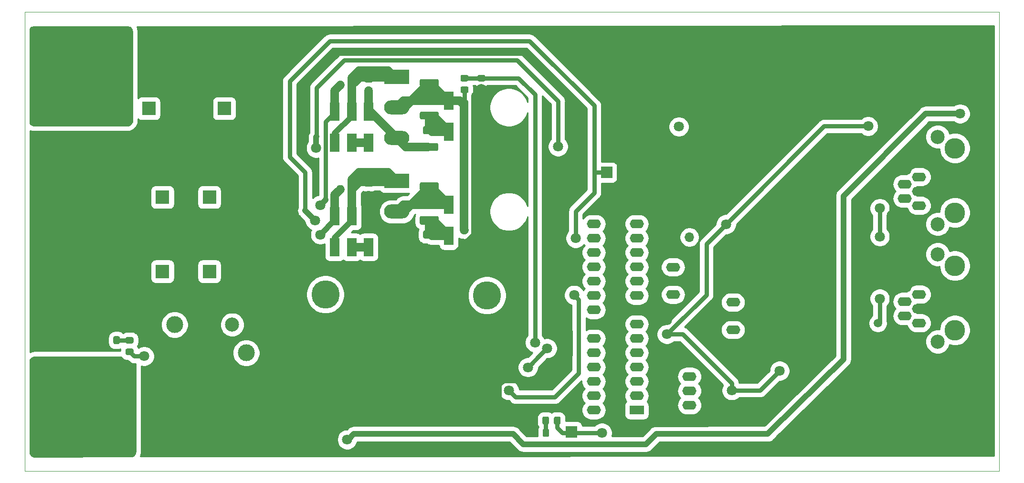
<source format=gbr>
%TF.GenerationSoftware,KiCad,Pcbnew,5.1.9+dfsg1-1~bpo10+1*%
%TF.CreationDate,2021-04-28T03:08:24+00:00*%
%TF.ProjectId,MCB19,4d434231-392e-46b6-9963-61645f706362,rev?*%
%TF.SameCoordinates,Original*%
%TF.FileFunction,Copper,L1,Top*%
%TF.FilePolarity,Positive*%
%FSLAX45Y45*%
G04 Gerber Fmt 4.5, Leading zero omitted, Abs format (unit mm)*
G04 Created by KiCad (PCBNEW 5.1.9+dfsg1-1~bpo10+1) date 2021-04-28 03:08:24*
%MOMM*%
%LPD*%
G01*
G04 APERTURE LIST*
%TA.AperFunction,Profile*%
%ADD10C,0.100000*%
%TD*%
%TA.AperFunction,ComponentPad*%
%ADD11C,3.000000*%
%TD*%
%TA.AperFunction,ComponentPad*%
%ADD12C,2.500000*%
%TD*%
%TA.AperFunction,SMDPad,CuDef*%
%ADD13R,2.000000X2.000000*%
%TD*%
%TA.AperFunction,ComponentPad*%
%ADD14C,5.000000*%
%TD*%
%TA.AperFunction,ComponentPad*%
%ADD15C,2.400000*%
%TD*%
%TA.AperFunction,ComponentPad*%
%ADD16R,2.400000X2.400000*%
%TD*%
%TA.AperFunction,ComponentPad*%
%ADD17O,4.500000X2.500000*%
%TD*%
%TA.AperFunction,ComponentPad*%
%ADD18R,4.500000X2.500000*%
%TD*%
%TA.AperFunction,ComponentPad*%
%ADD19C,0.900000*%
%TD*%
%TA.AperFunction,ComponentPad*%
%ADD20C,10.599999*%
%TD*%
%TA.AperFunction,SMDPad,CuDef*%
%ADD21R,1.700000X3.300000*%
%TD*%
%TA.AperFunction,ComponentPad*%
%ADD22C,10.600000*%
%TD*%
%TA.AperFunction,ComponentPad*%
%ADD23R,1.700000X1.700000*%
%TD*%
%TA.AperFunction,ComponentPad*%
%ADD24O,1.700000X1.700000*%
%TD*%
%TA.AperFunction,ComponentPad*%
%ADD25R,2.500000X1.600000*%
%TD*%
%TA.AperFunction,ComponentPad*%
%ADD26O,2.500000X1.600000*%
%TD*%
%TA.AperFunction,WasherPad*%
%ADD27C,3.650000*%
%TD*%
%TA.AperFunction,ViaPad*%
%ADD28C,1.800000*%
%TD*%
%TA.AperFunction,ViaPad*%
%ADD29C,1.500000*%
%TD*%
%TA.AperFunction,Conductor*%
%ADD30C,0.508000*%
%TD*%
%TA.AperFunction,Conductor*%
%ADD31C,1.524000*%
%TD*%
%TA.AperFunction,Conductor*%
%ADD32C,0.762000*%
%TD*%
%TA.AperFunction,Conductor*%
%ADD33C,1.016000*%
%TD*%
%TA.AperFunction,Conductor*%
%ADD34C,2.032000*%
%TD*%
%TA.AperFunction,Conductor*%
%ADD35C,0.254000*%
%TD*%
%TA.AperFunction,Conductor*%
%ADD36C,0.150000*%
%TD*%
G04 APERTURE END LIST*
D10*
X22285000Y-5050000D02*
X5000000Y-5050000D01*
X22285000Y-13200000D02*
X22285000Y-5050000D01*
X5000000Y-13200000D02*
X22285000Y-13200000D01*
X5000000Y-5050000D02*
X5000000Y-13200000D01*
D11*
X8930000Y-11100000D03*
D12*
X8680000Y-11600000D03*
D11*
X7660000Y-10600000D03*
D12*
X8680000Y-10600000D03*
D13*
X14700000Y-12500000D03*
X15320000Y-7900000D03*
D14*
X13200000Y-10080000D03*
X10332800Y-10064400D03*
%TA.AperFunction,SMDPad,CuDef*%
G36*
G01*
X12945000Y-8965000D02*
X12945000Y-8875000D01*
G75*
G02*
X12970000Y-8850000I25000J0D01*
G01*
X13035000Y-8850000D01*
G75*
G02*
X13060000Y-8875000I0J-25000D01*
G01*
X13060000Y-8965000D01*
G75*
G02*
X13035000Y-8990000I-25000J0D01*
G01*
X12970000Y-8990000D01*
G75*
G02*
X12945000Y-8965000I0J25000D01*
G01*
G37*
%TD.AperFunction*%
%TA.AperFunction,SMDPad,CuDef*%
G36*
G01*
X12740000Y-8965000D02*
X12740000Y-8875000D01*
G75*
G02*
X12765000Y-8850000I25000J0D01*
G01*
X12830000Y-8850000D01*
G75*
G02*
X12855000Y-8875000I0J-25000D01*
G01*
X12855000Y-8965000D01*
G75*
G02*
X12830000Y-8990000I-25000J0D01*
G01*
X12765000Y-8990000D01*
G75*
G02*
X12740000Y-8965000I0J25000D01*
G01*
G37*
%TD.AperFunction*%
%TA.AperFunction,SMDPad,CuDef*%
G36*
G01*
X12945000Y-8725000D02*
X12945000Y-8635000D01*
G75*
G02*
X12970000Y-8610000I25000J0D01*
G01*
X13035000Y-8610000D01*
G75*
G02*
X13060000Y-8635000I0J-25000D01*
G01*
X13060000Y-8725000D01*
G75*
G02*
X13035000Y-8750000I-25000J0D01*
G01*
X12970000Y-8750000D01*
G75*
G02*
X12945000Y-8725000I0J25000D01*
G01*
G37*
%TD.AperFunction*%
%TA.AperFunction,SMDPad,CuDef*%
G36*
G01*
X12740000Y-8725000D02*
X12740000Y-8635000D01*
G75*
G02*
X12765000Y-8610000I25000J0D01*
G01*
X12830000Y-8610000D01*
G75*
G02*
X12855000Y-8635000I0J-25000D01*
G01*
X12855000Y-8725000D01*
G75*
G02*
X12830000Y-8750000I-25000J0D01*
G01*
X12765000Y-8750000D01*
G75*
G02*
X12740000Y-8725000I0J25000D01*
G01*
G37*
%TD.AperFunction*%
%TA.AperFunction,SMDPad,CuDef*%
G36*
G01*
X12945000Y-7765000D02*
X12945000Y-7675000D01*
G75*
G02*
X12970000Y-7650000I25000J0D01*
G01*
X13035000Y-7650000D01*
G75*
G02*
X13060000Y-7675000I0J-25000D01*
G01*
X13060000Y-7765000D01*
G75*
G02*
X13035000Y-7790000I-25000J0D01*
G01*
X12970000Y-7790000D01*
G75*
G02*
X12945000Y-7765000I0J25000D01*
G01*
G37*
%TD.AperFunction*%
%TA.AperFunction,SMDPad,CuDef*%
G36*
G01*
X12740000Y-7765000D02*
X12740000Y-7675000D01*
G75*
G02*
X12765000Y-7650000I25000J0D01*
G01*
X12830000Y-7650000D01*
G75*
G02*
X12855000Y-7675000I0J-25000D01*
G01*
X12855000Y-7765000D01*
G75*
G02*
X12830000Y-7790000I-25000J0D01*
G01*
X12765000Y-7790000D01*
G75*
G02*
X12740000Y-7765000I0J25000D01*
G01*
G37*
%TD.AperFunction*%
%TA.AperFunction,SMDPad,CuDef*%
G36*
G01*
X12945000Y-8005000D02*
X12945000Y-7915000D01*
G75*
G02*
X12970000Y-7890000I25000J0D01*
G01*
X13035000Y-7890000D01*
G75*
G02*
X13060000Y-7915000I0J-25000D01*
G01*
X13060000Y-8005000D01*
G75*
G02*
X13035000Y-8030000I-25000J0D01*
G01*
X12970000Y-8030000D01*
G75*
G02*
X12945000Y-8005000I0J25000D01*
G01*
G37*
%TD.AperFunction*%
%TA.AperFunction,SMDPad,CuDef*%
G36*
G01*
X12740000Y-8005000D02*
X12740000Y-7915000D01*
G75*
G02*
X12765000Y-7890000I25000J0D01*
G01*
X12830000Y-7890000D01*
G75*
G02*
X12855000Y-7915000I0J-25000D01*
G01*
X12855000Y-8005000D01*
G75*
G02*
X12830000Y-8030000I-25000J0D01*
G01*
X12765000Y-8030000D01*
G75*
G02*
X12740000Y-8005000I0J25000D01*
G01*
G37*
%TD.AperFunction*%
%TA.AperFunction,SMDPad,CuDef*%
G36*
G01*
X6905000Y-10935000D02*
X6815000Y-10935000D01*
G75*
G02*
X6790000Y-10910000I0J25000D01*
G01*
X6790000Y-10845000D01*
G75*
G02*
X6815000Y-10820000I25000J0D01*
G01*
X6905000Y-10820000D01*
G75*
G02*
X6930000Y-10845000I0J-25000D01*
G01*
X6930000Y-10910000D01*
G75*
G02*
X6905000Y-10935000I-25000J0D01*
G01*
G37*
%TD.AperFunction*%
%TA.AperFunction,SMDPad,CuDef*%
G36*
G01*
X6905000Y-11140000D02*
X6815000Y-11140000D01*
G75*
G02*
X6790000Y-11115000I0J25000D01*
G01*
X6790000Y-11050000D01*
G75*
G02*
X6815000Y-11025000I25000J0D01*
G01*
X6905000Y-11025000D01*
G75*
G02*
X6930000Y-11050000I0J-25000D01*
G01*
X6930000Y-11115000D01*
G75*
G02*
X6905000Y-11140000I-25000J0D01*
G01*
G37*
%TD.AperFunction*%
%TA.AperFunction,SMDPad,CuDef*%
G36*
G01*
X12317500Y-8825000D02*
X12032500Y-8825000D01*
G75*
G02*
X12007500Y-8800000I0J25000D01*
G01*
X12007500Y-8697500D01*
G75*
G02*
X12032500Y-8672500I25000J0D01*
G01*
X12317500Y-8672500D01*
G75*
G02*
X12342500Y-8697500I0J-25000D01*
G01*
X12342500Y-8800000D01*
G75*
G02*
X12317500Y-8825000I-25000J0D01*
G01*
G37*
%TD.AperFunction*%
%TA.AperFunction,SMDPad,CuDef*%
G36*
G01*
X12317500Y-8227500D02*
X12032500Y-8227500D01*
G75*
G02*
X12007500Y-8202500I0J25000D01*
G01*
X12007500Y-8100000D01*
G75*
G02*
X12032500Y-8075000I25000J0D01*
G01*
X12317500Y-8075000D01*
G75*
G02*
X12342500Y-8100000I0J-25000D01*
G01*
X12342500Y-8202500D01*
G75*
G02*
X12317500Y-8227500I-25000J0D01*
G01*
G37*
%TD.AperFunction*%
%TA.AperFunction,SMDPad,CuDef*%
G36*
G01*
X14297500Y-12255000D02*
X14297500Y-12345000D01*
G75*
G02*
X14272500Y-12370000I-25000J0D01*
G01*
X14207500Y-12370000D01*
G75*
G02*
X14182500Y-12345000I0J25000D01*
G01*
X14182500Y-12255000D01*
G75*
G02*
X14207500Y-12230000I25000J0D01*
G01*
X14272500Y-12230000D01*
G75*
G02*
X14297500Y-12255000I0J-25000D01*
G01*
G37*
%TD.AperFunction*%
%TA.AperFunction,SMDPad,CuDef*%
G36*
G01*
X14502500Y-12255000D02*
X14502500Y-12345000D01*
G75*
G02*
X14477500Y-12370000I-25000J0D01*
G01*
X14412500Y-12370000D01*
G75*
G02*
X14387500Y-12345000I0J25000D01*
G01*
X14387500Y-12255000D01*
G75*
G02*
X14412500Y-12230000I25000J0D01*
G01*
X14477500Y-12230000D01*
G75*
G02*
X14502500Y-12255000I0J-25000D01*
G01*
G37*
%TD.AperFunction*%
%TA.AperFunction,SMDPad,CuDef*%
G36*
G01*
X12317500Y-6377500D02*
X12032500Y-6377500D01*
G75*
G02*
X12007500Y-6352500I0J25000D01*
G01*
X12007500Y-6267500D01*
G75*
G02*
X12032500Y-6242500I25000J0D01*
G01*
X12317500Y-6242500D01*
G75*
G02*
X12342500Y-6267500I0J-25000D01*
G01*
X12342500Y-6352500D01*
G75*
G02*
X12317500Y-6377500I-25000J0D01*
G01*
G37*
%TD.AperFunction*%
%TA.AperFunction,SMDPad,CuDef*%
G36*
G01*
X12317500Y-6957500D02*
X12032500Y-6957500D01*
G75*
G02*
X12007500Y-6932500I0J25000D01*
G01*
X12007500Y-6847500D01*
G75*
G02*
X12032500Y-6822500I25000J0D01*
G01*
X12317500Y-6822500D01*
G75*
G02*
X12342500Y-6847500I0J-25000D01*
G01*
X12342500Y-6932500D01*
G75*
G02*
X12317500Y-6957500I-25000J0D01*
G01*
G37*
%TD.AperFunction*%
%TA.AperFunction,SMDPad,CuDef*%
G36*
G01*
X6572500Y-10920000D02*
X6572500Y-10830000D01*
G75*
G02*
X6597500Y-10805000I25000J0D01*
G01*
X6662500Y-10805000D01*
G75*
G02*
X6687500Y-10830000I0J-25000D01*
G01*
X6687500Y-10920000D01*
G75*
G02*
X6662500Y-10945000I-25000J0D01*
G01*
X6597500Y-10945000D01*
G75*
G02*
X6572500Y-10920000I0J25000D01*
G01*
G37*
%TD.AperFunction*%
%TA.AperFunction,SMDPad,CuDef*%
G36*
G01*
X6367500Y-10920000D02*
X6367500Y-10830000D01*
G75*
G02*
X6392500Y-10805000I25000J0D01*
G01*
X6457500Y-10805000D01*
G75*
G02*
X6482500Y-10830000I0J-25000D01*
G01*
X6482500Y-10920000D01*
G75*
G02*
X6457500Y-10945000I-25000J0D01*
G01*
X6392500Y-10945000D01*
G75*
G02*
X6367500Y-10920000I0J25000D01*
G01*
G37*
%TD.AperFunction*%
%TA.AperFunction,SMDPad,CuDef*%
G36*
G01*
X14185000Y-12565000D02*
X14185000Y-12475000D01*
G75*
G02*
X14210000Y-12450000I25000J0D01*
G01*
X14275000Y-12450000D01*
G75*
G02*
X14300000Y-12475000I0J-25000D01*
G01*
X14300000Y-12565000D01*
G75*
G02*
X14275000Y-12590000I-25000J0D01*
G01*
X14210000Y-12590000D01*
G75*
G02*
X14185000Y-12565000I0J25000D01*
G01*
G37*
%TD.AperFunction*%
%TA.AperFunction,SMDPad,CuDef*%
G36*
G01*
X13980000Y-12565000D02*
X13980000Y-12475000D01*
G75*
G02*
X14005000Y-12450000I25000J0D01*
G01*
X14070000Y-12450000D01*
G75*
G02*
X14095000Y-12475000I0J-25000D01*
G01*
X14095000Y-12565000D01*
G75*
G02*
X14070000Y-12590000I-25000J0D01*
G01*
X14005000Y-12590000D01*
G75*
G02*
X13980000Y-12565000I0J25000D01*
G01*
G37*
%TD.AperFunction*%
%TA.AperFunction,SMDPad,CuDef*%
G36*
G01*
X12945000Y-8485000D02*
X12945000Y-8395000D01*
G75*
G02*
X12970000Y-8370000I25000J0D01*
G01*
X13035000Y-8370000D01*
G75*
G02*
X13060000Y-8395000I0J-25000D01*
G01*
X13060000Y-8485000D01*
G75*
G02*
X13035000Y-8510000I-25000J0D01*
G01*
X12970000Y-8510000D01*
G75*
G02*
X12945000Y-8485000I0J25000D01*
G01*
G37*
%TD.AperFunction*%
%TA.AperFunction,SMDPad,CuDef*%
G36*
G01*
X12740000Y-8485000D02*
X12740000Y-8395000D01*
G75*
G02*
X12765000Y-8370000I25000J0D01*
G01*
X12830000Y-8370000D01*
G75*
G02*
X12855000Y-8395000I0J-25000D01*
G01*
X12855000Y-8485000D01*
G75*
G02*
X12830000Y-8510000I-25000J0D01*
G01*
X12765000Y-8510000D01*
G75*
G02*
X12740000Y-8485000I0J25000D01*
G01*
G37*
%TD.AperFunction*%
%TA.AperFunction,SMDPad,CuDef*%
G36*
G01*
X12945000Y-8245000D02*
X12945000Y-8155000D01*
G75*
G02*
X12970000Y-8130000I25000J0D01*
G01*
X13035000Y-8130000D01*
G75*
G02*
X13060000Y-8155000I0J-25000D01*
G01*
X13060000Y-8245000D01*
G75*
G02*
X13035000Y-8270000I-25000J0D01*
G01*
X12970000Y-8270000D01*
G75*
G02*
X12945000Y-8245000I0J25000D01*
G01*
G37*
%TD.AperFunction*%
%TA.AperFunction,SMDPad,CuDef*%
G36*
G01*
X12740000Y-8245000D02*
X12740000Y-8155000D01*
G75*
G02*
X12765000Y-8130000I25000J0D01*
G01*
X12830000Y-8130000D01*
G75*
G02*
X12855000Y-8155000I0J-25000D01*
G01*
X12855000Y-8245000D01*
G75*
G02*
X12830000Y-8270000I-25000J0D01*
G01*
X12765000Y-8270000D01*
G75*
G02*
X12740000Y-8245000I0J25000D01*
G01*
G37*
%TD.AperFunction*%
D15*
X8775208Y-9655000D03*
D16*
X8275208Y-9655000D03*
D15*
X8540000Y-7265000D03*
D16*
X8540000Y-6765000D03*
D15*
X7200000Y-7265000D03*
D16*
X7200000Y-6765000D03*
D17*
X11600000Y-9140000D03*
X11600000Y-8595000D03*
D18*
X11600000Y-8050000D03*
%TA.AperFunction,SMDPad,CuDef*%
G36*
G01*
X13145000Y-6285000D02*
X13055000Y-6285000D01*
G75*
G02*
X13030000Y-6260000I0J25000D01*
G01*
X13030000Y-6195000D01*
G75*
G02*
X13055000Y-6170000I25000J0D01*
G01*
X13145000Y-6170000D01*
G75*
G02*
X13170000Y-6195000I0J-25000D01*
G01*
X13170000Y-6260000D01*
G75*
G02*
X13145000Y-6285000I-25000J0D01*
G01*
G37*
%TD.AperFunction*%
%TA.AperFunction,SMDPad,CuDef*%
G36*
G01*
X13145000Y-6490000D02*
X13055000Y-6490000D01*
G75*
G02*
X13030000Y-6465000I0J25000D01*
G01*
X13030000Y-6400000D01*
G75*
G02*
X13055000Y-6375000I25000J0D01*
G01*
X13145000Y-6375000D01*
G75*
G02*
X13170000Y-6400000I0J-25000D01*
G01*
X13170000Y-6465000D01*
G75*
G02*
X13145000Y-6490000I-25000J0D01*
G01*
G37*
%TD.AperFunction*%
%TA.AperFunction,SMDPad,CuDef*%
G36*
G01*
X12755000Y-6170000D02*
X12845000Y-6170000D01*
G75*
G02*
X12870000Y-6195000I0J-25000D01*
G01*
X12870000Y-6260000D01*
G75*
G02*
X12845000Y-6285000I-25000J0D01*
G01*
X12755000Y-6285000D01*
G75*
G02*
X12730000Y-6260000I0J25000D01*
G01*
X12730000Y-6195000D01*
G75*
G02*
X12755000Y-6170000I25000J0D01*
G01*
G37*
%TD.AperFunction*%
%TA.AperFunction,SMDPad,CuDef*%
G36*
G01*
X12755000Y-6375000D02*
X12845000Y-6375000D01*
G75*
G02*
X12870000Y-6400000I0J-25000D01*
G01*
X12870000Y-6465000D01*
G75*
G02*
X12845000Y-6490000I-25000J0D01*
G01*
X12755000Y-6490000D01*
G75*
G02*
X12730000Y-6465000I0J25000D01*
G01*
X12730000Y-6400000D01*
G75*
G02*
X12755000Y-6375000I25000J0D01*
G01*
G37*
%TD.AperFunction*%
%TA.AperFunction,SMDPad,CuDef*%
G36*
G01*
X12934000Y-7525500D02*
X12934000Y-7435500D01*
G75*
G02*
X12959000Y-7410500I25000J0D01*
G01*
X13024000Y-7410500D01*
G75*
G02*
X13049000Y-7435500I0J-25000D01*
G01*
X13049000Y-7525500D01*
G75*
G02*
X13024000Y-7550500I-25000J0D01*
G01*
X12959000Y-7550500D01*
G75*
G02*
X12934000Y-7525500I0J25000D01*
G01*
G37*
%TD.AperFunction*%
%TA.AperFunction,SMDPad,CuDef*%
G36*
G01*
X12729000Y-7525500D02*
X12729000Y-7435500D01*
G75*
G02*
X12754000Y-7410500I25000J0D01*
G01*
X12819000Y-7410500D01*
G75*
G02*
X12844000Y-7435500I0J-25000D01*
G01*
X12844000Y-7525500D01*
G75*
G02*
X12819000Y-7550500I-25000J0D01*
G01*
X12754000Y-7550500D01*
G75*
G02*
X12729000Y-7525500I0J25000D01*
G01*
G37*
%TD.AperFunction*%
%TA.AperFunction,SMDPad,CuDef*%
G36*
G01*
X12934000Y-7296000D02*
X12934000Y-7206000D01*
G75*
G02*
X12959000Y-7181000I25000J0D01*
G01*
X13024000Y-7181000D01*
G75*
G02*
X13049000Y-7206000I0J-25000D01*
G01*
X13049000Y-7296000D01*
G75*
G02*
X13024000Y-7321000I-25000J0D01*
G01*
X12959000Y-7321000D01*
G75*
G02*
X12934000Y-7296000I0J25000D01*
G01*
G37*
%TD.AperFunction*%
%TA.AperFunction,SMDPad,CuDef*%
G36*
G01*
X12729000Y-7296000D02*
X12729000Y-7206000D01*
G75*
G02*
X12754000Y-7181000I25000J0D01*
G01*
X12819000Y-7181000D01*
G75*
G02*
X12844000Y-7206000I0J-25000D01*
G01*
X12844000Y-7296000D01*
G75*
G02*
X12819000Y-7321000I-25000J0D01*
G01*
X12754000Y-7321000D01*
G75*
G02*
X12729000Y-7296000I0J25000D01*
G01*
G37*
%TD.AperFunction*%
%TA.AperFunction,SMDPad,CuDef*%
G36*
G01*
X13021500Y-6766500D02*
X13021500Y-6641500D01*
G75*
G02*
X13046500Y-6616500I25000J0D01*
G01*
X13139000Y-6616500D01*
G75*
G02*
X13164000Y-6641500I0J-25000D01*
G01*
X13164000Y-6766500D01*
G75*
G02*
X13139000Y-6791500I-25000J0D01*
G01*
X13046500Y-6791500D01*
G75*
G02*
X13021500Y-6766500I0J25000D01*
G01*
G37*
%TD.AperFunction*%
%TA.AperFunction,SMDPad,CuDef*%
G36*
G01*
X12724000Y-6766500D02*
X12724000Y-6641500D01*
G75*
G02*
X12749000Y-6616500I25000J0D01*
G01*
X12841500Y-6616500D01*
G75*
G02*
X12866500Y-6641500I0J-25000D01*
G01*
X12866500Y-6766500D01*
G75*
G02*
X12841500Y-6791500I-25000J0D01*
G01*
X12749000Y-6791500D01*
G75*
G02*
X12724000Y-6766500I0J25000D01*
G01*
G37*
%TD.AperFunction*%
%TA.AperFunction,SMDPad,CuDef*%
G36*
G01*
X13021500Y-7053500D02*
X13021500Y-6928500D01*
G75*
G02*
X13046500Y-6903500I25000J0D01*
G01*
X13139000Y-6903500D01*
G75*
G02*
X13164000Y-6928500I0J-25000D01*
G01*
X13164000Y-7053500D01*
G75*
G02*
X13139000Y-7078500I-25000J0D01*
G01*
X13046500Y-7078500D01*
G75*
G02*
X13021500Y-7053500I0J25000D01*
G01*
G37*
%TD.AperFunction*%
%TA.AperFunction,SMDPad,CuDef*%
G36*
G01*
X12724000Y-7053500D02*
X12724000Y-6928500D01*
G75*
G02*
X12749000Y-6903500I25000J0D01*
G01*
X12841500Y-6903500D01*
G75*
G02*
X12866500Y-6928500I0J-25000D01*
G01*
X12866500Y-7053500D01*
G75*
G02*
X12841500Y-7078500I-25000J0D01*
G01*
X12749000Y-7078500D01*
G75*
G02*
X12724000Y-7053500I0J25000D01*
G01*
G37*
%TD.AperFunction*%
%TA.AperFunction,SMDPad,CuDef*%
G36*
G01*
X12317500Y-8227500D02*
X12032500Y-8227500D01*
G75*
G02*
X12007500Y-8202500I0J25000D01*
G01*
X12007500Y-8100000D01*
G75*
G02*
X12032500Y-8075000I25000J0D01*
G01*
X12317500Y-8075000D01*
G75*
G02*
X12342500Y-8100000I0J-25000D01*
G01*
X12342500Y-8202500D01*
G75*
G02*
X12317500Y-8227500I-25000J0D01*
G01*
G37*
%TD.AperFunction*%
%TA.AperFunction,SMDPad,CuDef*%
G36*
G01*
X12317500Y-8825000D02*
X12032500Y-8825000D01*
G75*
G02*
X12007500Y-8800000I0J25000D01*
G01*
X12007500Y-8697500D01*
G75*
G02*
X12032500Y-8672500I25000J0D01*
G01*
X12317500Y-8672500D01*
G75*
G02*
X12342500Y-8697500I0J-25000D01*
G01*
X12342500Y-8800000D01*
G75*
G02*
X12317500Y-8825000I-25000J0D01*
G01*
G37*
%TD.AperFunction*%
%TA.AperFunction,SMDPad,CuDef*%
G36*
G01*
X12317500Y-6377500D02*
X12032500Y-6377500D01*
G75*
G02*
X12007500Y-6352500I0J25000D01*
G01*
X12007500Y-6267500D01*
G75*
G02*
X12032500Y-6242500I25000J0D01*
G01*
X12317500Y-6242500D01*
G75*
G02*
X12342500Y-6267500I0J-25000D01*
G01*
X12342500Y-6352500D01*
G75*
G02*
X12317500Y-6377500I-25000J0D01*
G01*
G37*
%TD.AperFunction*%
%TA.AperFunction,SMDPad,CuDef*%
G36*
G01*
X12317500Y-6957500D02*
X12032500Y-6957500D01*
G75*
G02*
X12007500Y-6932500I0J25000D01*
G01*
X12007500Y-6847500D01*
G75*
G02*
X12032500Y-6822500I25000J0D01*
G01*
X12317500Y-6822500D01*
G75*
G02*
X12342500Y-6847500I0J-25000D01*
G01*
X12342500Y-6932500D01*
G75*
G02*
X12317500Y-6957500I-25000J0D01*
G01*
G37*
%TD.AperFunction*%
%TA.AperFunction,SMDPad,CuDef*%
G36*
G01*
X12092500Y-7377500D02*
X12307500Y-7377500D01*
G75*
G02*
X12332500Y-7402500I0J-25000D01*
G01*
X12332500Y-7495000D01*
G75*
G02*
X12307500Y-7520000I-25000J0D01*
G01*
X12092500Y-7520000D01*
G75*
G02*
X12067500Y-7495000I0J25000D01*
G01*
X12067500Y-7402500D01*
G75*
G02*
X12092500Y-7377500I25000J0D01*
G01*
G37*
%TD.AperFunction*%
%TA.AperFunction,SMDPad,CuDef*%
G36*
G01*
X12092500Y-7080000D02*
X12307500Y-7080000D01*
G75*
G02*
X12332500Y-7105000I0J-25000D01*
G01*
X12332500Y-7197500D01*
G75*
G02*
X12307500Y-7222500I-25000J0D01*
G01*
X12092500Y-7222500D01*
G75*
G02*
X12067500Y-7197500I0J25000D01*
G01*
X12067500Y-7105000D01*
G75*
G02*
X12092500Y-7080000I25000J0D01*
G01*
G37*
%TD.AperFunction*%
%TA.AperFunction,SMDPad,CuDef*%
G36*
G01*
X12092500Y-9227500D02*
X12307500Y-9227500D01*
G75*
G02*
X12332500Y-9252500I0J-25000D01*
G01*
X12332500Y-9345000D01*
G75*
G02*
X12307500Y-9370000I-25000J0D01*
G01*
X12092500Y-9370000D01*
G75*
G02*
X12067500Y-9345000I0J25000D01*
G01*
X12067500Y-9252500D01*
G75*
G02*
X12092500Y-9227500I25000J0D01*
G01*
G37*
%TD.AperFunction*%
%TA.AperFunction,SMDPad,CuDef*%
G36*
G01*
X12092500Y-8930000D02*
X12307500Y-8930000D01*
G75*
G02*
X12332500Y-8955000I0J-25000D01*
G01*
X12332500Y-9047500D01*
G75*
G02*
X12307500Y-9072500I-25000J0D01*
G01*
X12092500Y-9072500D01*
G75*
G02*
X12067500Y-9047500I0J25000D01*
G01*
X12067500Y-8955000D01*
G75*
G02*
X12092500Y-8930000I25000J0D01*
G01*
G37*
%TD.AperFunction*%
D19*
X5981075Y-12231075D03*
X6097500Y-11950000D03*
X5981075Y-11668925D03*
X5700000Y-11552500D03*
X5418925Y-11668925D03*
X5302500Y-11950000D03*
X5418925Y-12231075D03*
X5700000Y-12347500D03*
D20*
X5700000Y-11950000D03*
D21*
X10500000Y-9225000D03*
X10500000Y-8675000D03*
D15*
X6945000Y-8340000D03*
D16*
X7445000Y-8340000D03*
D15*
X6945000Y-9655000D03*
D16*
X7445000Y-9655000D03*
D17*
X11600000Y-7290000D03*
X11600000Y-6745000D03*
D18*
X11600000Y-6200000D03*
%TA.AperFunction,SMDPad,CuDef*%
G36*
G01*
X11145000Y-6305000D02*
X11055000Y-6305000D01*
G75*
G02*
X11030000Y-6280000I0J25000D01*
G01*
X11030000Y-6215000D01*
G75*
G02*
X11055000Y-6190000I25000J0D01*
G01*
X11145000Y-6190000D01*
G75*
G02*
X11170000Y-6215000I0J-25000D01*
G01*
X11170000Y-6280000D01*
G75*
G02*
X11145000Y-6305000I-25000J0D01*
G01*
G37*
%TD.AperFunction*%
%TA.AperFunction,SMDPad,CuDef*%
G36*
G01*
X11145000Y-6510000D02*
X11055000Y-6510000D01*
G75*
G02*
X11030000Y-6485000I0J25000D01*
G01*
X11030000Y-6420000D01*
G75*
G02*
X11055000Y-6395000I25000J0D01*
G01*
X11145000Y-6395000D01*
G75*
G02*
X11170000Y-6420000I0J-25000D01*
G01*
X11170000Y-6485000D01*
G75*
G02*
X11145000Y-6510000I-25000J0D01*
G01*
G37*
%TD.AperFunction*%
%TA.AperFunction,SMDPad,CuDef*%
G36*
G01*
X11145000Y-8155000D02*
X11055000Y-8155000D01*
G75*
G02*
X11030000Y-8130000I0J25000D01*
G01*
X11030000Y-8065000D01*
G75*
G02*
X11055000Y-8040000I25000J0D01*
G01*
X11145000Y-8040000D01*
G75*
G02*
X11170000Y-8065000I0J-25000D01*
G01*
X11170000Y-8130000D01*
G75*
G02*
X11145000Y-8155000I-25000J0D01*
G01*
G37*
%TD.AperFunction*%
%TA.AperFunction,SMDPad,CuDef*%
G36*
G01*
X11145000Y-8360000D02*
X11055000Y-8360000D01*
G75*
G02*
X11030000Y-8335000I0J25000D01*
G01*
X11030000Y-8270000D01*
G75*
G02*
X11055000Y-8245000I25000J0D01*
G01*
X11145000Y-8245000D01*
G75*
G02*
X11170000Y-8270000I0J-25000D01*
G01*
X11170000Y-8335000D01*
G75*
G02*
X11145000Y-8360000I-25000J0D01*
G01*
G37*
%TD.AperFunction*%
%TA.AperFunction,SMDPad,CuDef*%
G36*
G01*
X10655000Y-6305000D02*
X10655000Y-6395000D01*
G75*
G02*
X10630000Y-6420000I-25000J0D01*
G01*
X10565000Y-6420000D01*
G75*
G02*
X10540000Y-6395000I0J25000D01*
G01*
X10540000Y-6305000D01*
G75*
G02*
X10565000Y-6280000I25000J0D01*
G01*
X10630000Y-6280000D01*
G75*
G02*
X10655000Y-6305000I0J-25000D01*
G01*
G37*
%TD.AperFunction*%
%TA.AperFunction,SMDPad,CuDef*%
G36*
G01*
X10860000Y-6305000D02*
X10860000Y-6395000D01*
G75*
G02*
X10835000Y-6420000I-25000J0D01*
G01*
X10770000Y-6420000D01*
G75*
G02*
X10745000Y-6395000I0J25000D01*
G01*
X10745000Y-6305000D01*
G75*
G02*
X10770000Y-6280000I25000J0D01*
G01*
X10835000Y-6280000D01*
G75*
G02*
X10860000Y-6305000I0J-25000D01*
G01*
G37*
%TD.AperFunction*%
%TA.AperFunction,SMDPad,CuDef*%
G36*
G01*
X10655000Y-8155000D02*
X10655000Y-8245000D01*
G75*
G02*
X10630000Y-8270000I-25000J0D01*
G01*
X10565000Y-8270000D01*
G75*
G02*
X10540000Y-8245000I0J25000D01*
G01*
X10540000Y-8155000D01*
G75*
G02*
X10565000Y-8130000I25000J0D01*
G01*
X10630000Y-8130000D01*
G75*
G02*
X10655000Y-8155000I0J-25000D01*
G01*
G37*
%TD.AperFunction*%
%TA.AperFunction,SMDPad,CuDef*%
G36*
G01*
X10860000Y-8155000D02*
X10860000Y-8245000D01*
G75*
G02*
X10835000Y-8270000I-25000J0D01*
G01*
X10770000Y-8270000D01*
G75*
G02*
X10745000Y-8245000I0J25000D01*
G01*
X10745000Y-8155000D01*
G75*
G02*
X10770000Y-8130000I25000J0D01*
G01*
X10835000Y-8130000D01*
G75*
G02*
X10860000Y-8155000I0J-25000D01*
G01*
G37*
%TD.AperFunction*%
D19*
X5981075Y-10431075D03*
X6097500Y-10150000D03*
X5981075Y-9868925D03*
X5700000Y-9752500D03*
X5418925Y-9868925D03*
X5302500Y-10150000D03*
X5418925Y-10431075D03*
X5700000Y-10547500D03*
D22*
X5700000Y-10150000D03*
D19*
X5418925Y-7918925D03*
X5302500Y-8200000D03*
X5418925Y-8481075D03*
X5700000Y-8597500D03*
X5981075Y-8481075D03*
X6097500Y-8200000D03*
X5981075Y-7918925D03*
X5700000Y-7802500D03*
D22*
X5700000Y-8200000D03*
D19*
X5418925Y-6018925D03*
X5302500Y-6300000D03*
X5418925Y-6581075D03*
X5700000Y-6697500D03*
X5981075Y-6581075D03*
X6097500Y-6300000D03*
X5981075Y-6018925D03*
X5700000Y-5902500D03*
D20*
X5700000Y-6300000D03*
D21*
X11100000Y-6825000D03*
X11100000Y-7375000D03*
X10800000Y-6825000D03*
X10800000Y-7375000D03*
X11100000Y-9225000D03*
X11100000Y-8675000D03*
X10800000Y-8675000D03*
X10800000Y-9225000D03*
X12525000Y-9025000D03*
X12525000Y-8475000D03*
X12525000Y-6625000D03*
X12525000Y-7175000D03*
X10500000Y-7375000D03*
X10500000Y-6825000D03*
D15*
X8775208Y-8340000D03*
D16*
X8275208Y-8340000D03*
D23*
X16790000Y-8795000D03*
D24*
X16790000Y-9049000D03*
D25*
X15855000Y-12115000D03*
D26*
X15093000Y-8813000D03*
X15855000Y-11861000D03*
X15093000Y-9067000D03*
X15855000Y-11607000D03*
X15093000Y-9321000D03*
X15855000Y-11353000D03*
X15093000Y-9575000D03*
X15855000Y-11099000D03*
X15093000Y-9829000D03*
X15855000Y-10845000D03*
X15093000Y-10083000D03*
X15855000Y-10591000D03*
X15093000Y-10337000D03*
X15855000Y-10337000D03*
X15093000Y-10591000D03*
X15855000Y-10083000D03*
X15093000Y-10845000D03*
X15855000Y-9829000D03*
X15093000Y-11099000D03*
X15855000Y-9575000D03*
X15093000Y-11353000D03*
X15855000Y-9321000D03*
X15093000Y-11607000D03*
X15855000Y-9067000D03*
X15093000Y-11861000D03*
X15855000Y-8813000D03*
X15093000Y-12115000D03*
D12*
X21192400Y-7266600D03*
X21192400Y-8816600D03*
D26*
X20608400Y-7597100D03*
X20862400Y-7724100D03*
X20608400Y-7851100D03*
X20862400Y-7978100D03*
X20608400Y-8105100D03*
X20862400Y-8232100D03*
X20608400Y-8359100D03*
X20862400Y-8486100D03*
D27*
X21497400Y-8613100D03*
X21497400Y-7470100D03*
D12*
X21192800Y-9352100D03*
X21192800Y-10902100D03*
D26*
X20608800Y-9682600D03*
X20862800Y-9809600D03*
X20608800Y-9936600D03*
X20862800Y-10063600D03*
X20608800Y-10190600D03*
X20862800Y-10317600D03*
X20608800Y-10444600D03*
X20862800Y-10571600D03*
D27*
X21497800Y-10698600D03*
X21497800Y-9555600D03*
D25*
X16790000Y-11266000D03*
D26*
X16790000Y-11520000D03*
X16790000Y-11774000D03*
X16790000Y-12028000D03*
X17563400Y-10691600D03*
X17563400Y-10203600D03*
X16499600Y-9578400D03*
X16499600Y-10066400D03*
D28*
X19796800Y-9287700D03*
X20366071Y-9287700D03*
X20377335Y-8657335D03*
X16390000Y-10520000D03*
X17990000Y-9820000D03*
X13580000Y-12055001D03*
X17389999Y-12103723D03*
X14560000Y-10595000D03*
X9937500Y-7300000D03*
X11650000Y-10375000D03*
X14740000Y-7180000D03*
X14340000Y-10100000D03*
X9280000Y-11660000D03*
X10400000Y-12120000D03*
X19260000Y-9300000D03*
X19240000Y-12240000D03*
X21200000Y-6440000D03*
X18640000Y-11580000D03*
X15700000Y-12500000D03*
X19960000Y-7080000D03*
X17440000Y-8820000D03*
X16390000Y-10770000D03*
X18390000Y-11420000D03*
X17539874Y-11765399D03*
X13589364Y-11764432D03*
X14745000Y-10075000D03*
X20165000Y-8535000D03*
X20165100Y-9036201D03*
X20165100Y-10138600D03*
D29*
X20132011Y-10576029D03*
D28*
X10240000Y-8480000D03*
X10245000Y-9002500D03*
X14265000Y-11020000D03*
X13927074Y-11357926D03*
X10150000Y-8750000D03*
X14771400Y-9067000D03*
X14050000Y-10917500D03*
X15240000Y-12520000D03*
X10168799Y-7465000D03*
X16601741Y-7088259D03*
X14460000Y-7440000D03*
X21590000Y-6858000D03*
X10720000Y-12640000D03*
X7120000Y-11160000D03*
D30*
X19771400Y-9287700D02*
X19784099Y-9275001D01*
X19784099Y-9275001D02*
X20224134Y-9275001D01*
X20224134Y-9275001D02*
X20330200Y-9275001D01*
D31*
X11100000Y-8302500D02*
X11100000Y-8675000D01*
X11135000Y-8675000D02*
X11600000Y-9140000D01*
X11100000Y-8675000D02*
X11135000Y-8675000D01*
X11758750Y-9298750D02*
X12200000Y-9298750D01*
X11600000Y-9140000D02*
X11758750Y-9298750D01*
D32*
X19796800Y-9287700D02*
X20366071Y-9287700D01*
D31*
X13092750Y-6704000D02*
X13092750Y-6991000D01*
X12271250Y-9370000D02*
X12200000Y-9298750D01*
X12991500Y-7251000D02*
X12991500Y-7371500D01*
X12991500Y-7371500D02*
X12991500Y-9017660D01*
X12991500Y-9017660D02*
X12639160Y-9370000D01*
X12639160Y-9370000D02*
X12271250Y-9370000D01*
D33*
X11600000Y-9140000D02*
X11600000Y-9366600D01*
X11600000Y-9366600D02*
X11427400Y-9539200D01*
D32*
X13100000Y-6696750D02*
X13092750Y-6704000D01*
X13100000Y-6432500D02*
X13100000Y-6696750D01*
D31*
X12991500Y-6541000D02*
X13100000Y-6432500D01*
X12991500Y-7251000D02*
X12991500Y-6541000D01*
D34*
X11600000Y-9468200D02*
X11606800Y-9475000D01*
X11606800Y-9475000D02*
X12775000Y-9475000D01*
X12775000Y-9475000D02*
X13152000Y-9098000D01*
X11600000Y-9140000D02*
X11600000Y-9468200D01*
X13152000Y-6484500D02*
X13100000Y-6432500D01*
X13152000Y-9098000D02*
X13152000Y-6484500D01*
X13100000Y-6432500D02*
X13100000Y-6560000D01*
X13100000Y-6560000D02*
X13152000Y-6612000D01*
D31*
X11600000Y-9468200D02*
X11600000Y-9457500D01*
X11600000Y-9140000D02*
X11600000Y-9165000D01*
X11529000Y-9539200D02*
X11600000Y-9468200D01*
X11364200Y-9539200D02*
X11529000Y-9539200D01*
X11600000Y-9165000D02*
X11360000Y-9405000D01*
X11412500Y-9457500D02*
X11360000Y-9405000D01*
X11600000Y-9468200D02*
X11538200Y-9468200D01*
X11538200Y-9468200D02*
X11475000Y-9405000D01*
X11600000Y-9457500D02*
X11475000Y-9405000D01*
X11475000Y-9405000D02*
X11412500Y-9457500D01*
X12740000Y-9540000D02*
X12775000Y-9475000D01*
X12775000Y-9505000D02*
X12740000Y-9540000D01*
X12775000Y-9475000D02*
X12775000Y-9505000D01*
X11364200Y-9539200D02*
X12710800Y-9539200D01*
X12710800Y-9539200D02*
X12740000Y-9540000D01*
X12745800Y-9539200D02*
X12870000Y-9415000D01*
X12710800Y-9539200D02*
X12745800Y-9539200D01*
X12775000Y-9475000D02*
X12870000Y-9415000D01*
X12870000Y-9415000D02*
X12852500Y-9397500D01*
X12262500Y-9361250D02*
X12271250Y-9370000D01*
X11696250Y-9361250D02*
X12262500Y-9361250D01*
X11696250Y-9361250D02*
X11758750Y-9298750D01*
X11600000Y-9457500D02*
X11696250Y-9361250D01*
X11360000Y-9535000D02*
X11364200Y-9539200D01*
X11360000Y-9405000D02*
X11360000Y-9535000D01*
D32*
X13580000Y-12055001D02*
X13421264Y-11896265D01*
X14680402Y-11142434D02*
X14680402Y-10715402D01*
X14650000Y-10685000D02*
X14560000Y-10595000D01*
X13421264Y-11668736D02*
X13493668Y-11596332D01*
X13493668Y-11596332D02*
X14226504Y-11596332D01*
X13421264Y-11896265D02*
X13421264Y-11668736D01*
X14226504Y-11596332D02*
X14680402Y-11142434D01*
X14680402Y-10715402D02*
X14650000Y-10685000D01*
X14540001Y-10575001D02*
X14560000Y-10595000D01*
X13950000Y-5787500D02*
X14740000Y-6577500D01*
X9937500Y-7300000D02*
X9937500Y-6305000D01*
X14740000Y-6577500D02*
X14740000Y-7052721D01*
X9937500Y-6305000D02*
X10455000Y-5787500D01*
X10455000Y-5787500D02*
X13950000Y-5787500D01*
X14340000Y-10375000D02*
X14340000Y-10100000D01*
X14560000Y-10595000D02*
X14340000Y-10375000D01*
X14340000Y-8160000D02*
X14340000Y-9972721D01*
X14740000Y-7760000D02*
X14340000Y-8160000D01*
X14340000Y-9972721D02*
X14340000Y-10100000D01*
X14740000Y-7180000D02*
X14740000Y-7760000D01*
X17990000Y-9820000D02*
X18640000Y-10470000D01*
X17389999Y-12103723D02*
X18116276Y-12103723D01*
X18116276Y-12103723D02*
X18550000Y-11670000D01*
X18640000Y-10470000D02*
X18640000Y-11580000D01*
X18550000Y-11670000D02*
X18640000Y-11580000D01*
X15820000Y-12380000D02*
X15700000Y-12500000D01*
X17389999Y-12103723D02*
X17113722Y-12380000D01*
X17113722Y-12380000D02*
X15820000Y-12380000D01*
X16465000Y-10695000D02*
X16390000Y-10770000D01*
X17440000Y-8820000D02*
X17090000Y-9170000D01*
X17090000Y-10070000D02*
X16465000Y-10695000D01*
X17090000Y-9170000D02*
X17090000Y-10070000D01*
X18390000Y-11420000D02*
X18044601Y-11765399D01*
X17667154Y-11765399D02*
X17539874Y-11765399D01*
X18044601Y-11765399D02*
X17667154Y-11765399D01*
X19180000Y-7080000D02*
X19960000Y-7080000D01*
X17440000Y-8820000D02*
X19180000Y-7080000D01*
X16517279Y-10770000D02*
X16390000Y-10770000D01*
X16671755Y-10770000D02*
X16517279Y-10770000D01*
X17539874Y-11765399D02*
X17539874Y-11638120D01*
X17539874Y-11638120D02*
X16671755Y-10770000D01*
X14825000Y-11460000D02*
X14825000Y-10155000D01*
X14825000Y-10155000D02*
X14745000Y-10075000D01*
X14402500Y-11882500D02*
X14825000Y-11460000D01*
X13589364Y-11764432D02*
X13707432Y-11882500D01*
X13707432Y-11882500D02*
X14402500Y-11882500D01*
X20165000Y-9036101D02*
X20165100Y-9036201D01*
X20165000Y-8535000D02*
X20165000Y-9036101D01*
X20165100Y-10542941D02*
X20132011Y-10576029D01*
X20165100Y-10138600D02*
X20165100Y-10542941D01*
D31*
X10802500Y-6390000D02*
X10802500Y-6217500D01*
X10930000Y-6090000D02*
X11450000Y-6090000D01*
X10802500Y-6217500D02*
X10930000Y-6090000D01*
X11450000Y-6090000D02*
X11600000Y-6240000D01*
D32*
X10905000Y-6247500D02*
X10802500Y-6350000D01*
X11100000Y-6247500D02*
X10905000Y-6247500D01*
X11552500Y-6247500D02*
X11600000Y-6200000D01*
X11100000Y-6247500D02*
X11552500Y-6247500D01*
D31*
X10800000Y-6352500D02*
X10802500Y-6350000D01*
X10800000Y-6825000D02*
X10800000Y-6352500D01*
X10952500Y-6200000D02*
X10802500Y-6350000D01*
X11600000Y-6200000D02*
X10952500Y-6200000D01*
D33*
X10800000Y-6905000D02*
X10800000Y-6825000D01*
X10500000Y-7205000D02*
X10800000Y-6905000D01*
X10500000Y-7375000D02*
X10500000Y-7205000D01*
D31*
X10500000Y-6447500D02*
X10597500Y-6350000D01*
X10500000Y-6825000D02*
X10500000Y-6447500D01*
D32*
X10500000Y-6905000D02*
X10500000Y-6825000D01*
D33*
X10332999Y-8387001D02*
X10332999Y-8383100D01*
X10240000Y-8480000D02*
X10332999Y-8387001D01*
D32*
X10330000Y-8390000D02*
X10240000Y-8480000D01*
X10336900Y-8383100D02*
X10330000Y-8390000D01*
X10336900Y-7003100D02*
X10336900Y-8383100D01*
X10500000Y-6825000D02*
X10500000Y-6840000D01*
X10500000Y-6840000D02*
X10336900Y-7003100D01*
D31*
X10500000Y-8297500D02*
X10597500Y-8200000D01*
X10500000Y-8675000D02*
X10500000Y-8297500D01*
D33*
X10500000Y-8747500D02*
X10245000Y-9002500D01*
X10500000Y-8675000D02*
X10500000Y-8747500D01*
D32*
X11552500Y-8097500D02*
X11600000Y-8050000D01*
X11100000Y-8097500D02*
X11552500Y-8097500D01*
X11100000Y-8097500D02*
X10905000Y-8097500D01*
X10905000Y-8097500D02*
X10802500Y-8200000D01*
D31*
X10952500Y-8050000D02*
X10802500Y-8200000D01*
X11600000Y-8050000D02*
X10952500Y-8050000D01*
X10800000Y-8202500D02*
X10802500Y-8200000D01*
X10800000Y-8675000D02*
X10800000Y-8202500D01*
D33*
X10800000Y-8755000D02*
X10800000Y-8675000D01*
X10500000Y-9055000D02*
X10800000Y-8755000D01*
X10500000Y-9225000D02*
X10500000Y-9055000D01*
D31*
X11450000Y-7900000D02*
X11600000Y-8050000D01*
X10930000Y-7900000D02*
X11450000Y-7900000D01*
X10802500Y-8200000D02*
X10802500Y-8027500D01*
X10802500Y-8027500D02*
X10930000Y-7900000D01*
X11135000Y-6825000D02*
X11600000Y-7290000D01*
X11100000Y-6825000D02*
X11135000Y-6825000D01*
X11100000Y-6452500D02*
X11100000Y-6825000D01*
X11758750Y-7448750D02*
X12150000Y-7448750D01*
X11600000Y-7290000D02*
X11758750Y-7448750D01*
X11731250Y-8595000D02*
X12175000Y-8151250D01*
X11600000Y-8595000D02*
X11731250Y-8595000D01*
X12175000Y-8151250D02*
X12201250Y-8151250D01*
X11720000Y-8475000D02*
X11600000Y-8595000D01*
X12201250Y-8151250D02*
X12525000Y-8475000D01*
X12175000Y-8475000D02*
X12175000Y-8151250D01*
X12175000Y-8475000D02*
X11720000Y-8475000D01*
X12525000Y-8475000D02*
X12175000Y-8475000D01*
X12251250Y-8227500D02*
X12251250Y-8331250D01*
X12175000Y-8151250D02*
X12251250Y-8227500D01*
X12251250Y-8331250D02*
X12310000Y-8390000D01*
X12310000Y-8390000D02*
X12080000Y-8390000D01*
D32*
X11600000Y-7350000D02*
X11600000Y-7290000D01*
D31*
X11740000Y-6745000D02*
X12150000Y-6335000D01*
X11600000Y-6745000D02*
X11740000Y-6745000D01*
X12210000Y-6335000D02*
X12500000Y-6625000D01*
X12150000Y-6335000D02*
X12210000Y-6335000D01*
X11720000Y-6625000D02*
X12525000Y-6625000D01*
X11600000Y-6745000D02*
X11720000Y-6625000D01*
X12287600Y-6625000D02*
X12180000Y-6517400D01*
X12525000Y-6625000D02*
X12287600Y-6625000D01*
X12180000Y-6517400D02*
X12180000Y-6450000D01*
X12180000Y-6450000D02*
X12110000Y-6520000D01*
X12716250Y-6625000D02*
X12795250Y-6704000D01*
X12525000Y-6625000D02*
X12716250Y-6625000D01*
D32*
X12800000Y-6699250D02*
X12795250Y-6704000D01*
X12800000Y-6432500D02*
X12800000Y-6699250D01*
D31*
X12795250Y-8917750D02*
X12797500Y-8920000D01*
X12795250Y-6704000D02*
X12795250Y-8917750D01*
D32*
X13927074Y-11357926D02*
X14175000Y-11110000D01*
X14175000Y-11110000D02*
X14265000Y-11020000D01*
D31*
X11100000Y-9225000D02*
X10800000Y-9225000D01*
X11100000Y-7375000D02*
X10800000Y-7375000D01*
D32*
X9975000Y-7900000D02*
X9975000Y-8575000D01*
X9699400Y-6280600D02*
X9699400Y-7624400D01*
X13955098Y-5567598D02*
X10412402Y-5567598D01*
X15100000Y-6712500D02*
X13955098Y-5567598D01*
X10412402Y-5567598D02*
X9699400Y-6280600D01*
X14771400Y-9067000D02*
X14771400Y-8588600D01*
X14771400Y-8588600D02*
X15100000Y-8260000D01*
X9699400Y-7624400D02*
X9975000Y-7900000D01*
D33*
X10150000Y-8750000D02*
X9975000Y-8575000D01*
D32*
X15100000Y-8260000D02*
X15100000Y-7900000D01*
X15320000Y-7900000D02*
X15100000Y-7900000D01*
X15100000Y-7900000D02*
X15100000Y-6712500D01*
D31*
X12525000Y-7175000D02*
X12223750Y-7175000D01*
X12248750Y-6898750D02*
X12525000Y-7175000D01*
X12175000Y-7126250D02*
X12200000Y-7151250D01*
X12175000Y-6898750D02*
X12175000Y-7126250D01*
X12223750Y-7175000D02*
X12175000Y-7126250D01*
X12175000Y-6898750D02*
X12248750Y-6898750D01*
X12525000Y-7175000D02*
X12425000Y-7175000D01*
X12425000Y-7175000D02*
X12300000Y-7050000D01*
X12223750Y-9025000D02*
X12175000Y-8976250D01*
X12175000Y-8976250D02*
X12200000Y-9001250D01*
X12175000Y-8748750D02*
X12175000Y-8976250D01*
X12425000Y-9025000D02*
X12300000Y-8900000D01*
X12525000Y-9025000D02*
X12425000Y-9025000D01*
X12175000Y-8748750D02*
X12248750Y-8748750D01*
X12248750Y-8748750D02*
X12525000Y-9025000D01*
X12525000Y-9025000D02*
X12223750Y-9025000D01*
D32*
X13100000Y-6227500D02*
X12800000Y-6227500D01*
X13100000Y-6227500D02*
X13757500Y-6227500D01*
X14050000Y-6520000D02*
X13757500Y-6227500D01*
X14050000Y-10917500D02*
X14050000Y-6520000D01*
X15220000Y-12540000D02*
X15240000Y-12520000D01*
X14445000Y-12425000D02*
X14520000Y-12500000D01*
X14540000Y-12520000D02*
X15220000Y-12520000D01*
X14445000Y-12425000D02*
X14540000Y-12520000D01*
X14445000Y-12300000D02*
X14445000Y-12425000D01*
D33*
X10168799Y-7271201D02*
X10180000Y-7260000D01*
D32*
X10168799Y-7465000D02*
X10180000Y-7260000D01*
D33*
X10168799Y-7465000D02*
X10168799Y-7271201D01*
D32*
X14460000Y-7312721D02*
X14460000Y-7440000D01*
X10180000Y-6395000D02*
X10667500Y-5907500D01*
X10180000Y-7260000D02*
X10180000Y-6395000D01*
X10667500Y-5907500D02*
X13732500Y-5907500D01*
X14460000Y-6635000D02*
X14460000Y-7312721D01*
X13732500Y-5907500D02*
X14460000Y-6635000D01*
X13851347Y-12728653D02*
X13848653Y-12728653D01*
D33*
X10740000Y-12640000D02*
X10720000Y-12640000D01*
X10840000Y-12540000D02*
X10740000Y-12640000D01*
X13662694Y-12540000D02*
X10840000Y-12540000D01*
X13660000Y-12540000D02*
X13662694Y-12540000D01*
X13840000Y-12720000D02*
X13660000Y-12540000D01*
X20982000Y-6858000D02*
X19520000Y-8320000D01*
X19520000Y-8320000D02*
X19520000Y-11220000D01*
X21590000Y-6858000D02*
X20982000Y-6858000D01*
X15920000Y-12720000D02*
X13840000Y-12720000D01*
X15920000Y-12720000D02*
X16020000Y-12720000D01*
X16020000Y-12720000D02*
X16200000Y-12540000D01*
X16200000Y-12540000D02*
X18180000Y-12540000D01*
X19520000Y-11220000D02*
X18240000Y-12480000D01*
X18180000Y-12540000D02*
X18240000Y-12480000D01*
D32*
X6937500Y-11160000D02*
X6860000Y-11082500D01*
X7120000Y-11160000D02*
X6937500Y-11160000D01*
X14242500Y-12520000D02*
X14242500Y-12302500D01*
X14242500Y-12302500D02*
X14240000Y-12300000D01*
X6860000Y-10877500D02*
X6620000Y-10877500D01*
X5710000Y-11940000D02*
X5700000Y-11950000D01*
D35*
X22187300Y-12922385D02*
X7049125Y-12935522D01*
X7050745Y-12932493D01*
X7057694Y-12915744D01*
X7063386Y-12897029D01*
X7066941Y-12879248D01*
X7068882Y-12859783D01*
X7069339Y-12850716D01*
X7069658Y-12622006D01*
X10537300Y-12622006D01*
X10537300Y-12657994D01*
X10544321Y-12693292D01*
X10558093Y-12726541D01*
X10578088Y-12756464D01*
X10603536Y-12781912D01*
X10633459Y-12801907D01*
X10666708Y-12815679D01*
X10702006Y-12822700D01*
X10737994Y-12822700D01*
X10773292Y-12815679D01*
X10806541Y-12801907D01*
X10836465Y-12781912D01*
X10861912Y-12756464D01*
X10881907Y-12726541D01*
X10895679Y-12693292D01*
X10897176Y-12685763D01*
X10899440Y-12683500D01*
X13600560Y-12683500D01*
X13733545Y-12816485D01*
X13738039Y-12821961D01*
X13759890Y-12839893D01*
X13784819Y-12853218D01*
X13803664Y-12858934D01*
X13811869Y-12861424D01*
X13840000Y-12864194D01*
X13847049Y-12863500D01*
X16012951Y-12863500D01*
X16020000Y-12864194D01*
X16027049Y-12863500D01*
X16048131Y-12861424D01*
X16075181Y-12853218D01*
X16100110Y-12839893D01*
X16121961Y-12821961D01*
X16126455Y-12816484D01*
X16259440Y-12683500D01*
X18172951Y-12683500D01*
X18180000Y-12684194D01*
X18187049Y-12683500D01*
X18208131Y-12681424D01*
X18235181Y-12673218D01*
X18260110Y-12659893D01*
X18281961Y-12641961D01*
X18286456Y-12636484D01*
X18341071Y-12581868D01*
X19616047Y-11326814D01*
X19621961Y-11321961D01*
X19630577Y-11311462D01*
X19639259Y-11301052D01*
X19639531Y-11300551D01*
X19639893Y-11300110D01*
X19646295Y-11288132D01*
X19652780Y-11276228D01*
X19652949Y-11275684D01*
X19653218Y-11275181D01*
X19657157Y-11262196D01*
X19661198Y-11249244D01*
X19661258Y-11248676D01*
X19661424Y-11248131D01*
X19662753Y-11234631D01*
X19664190Y-11221135D01*
X19663500Y-11213517D01*
X19663500Y-10880658D01*
X20975100Y-10880658D01*
X20975100Y-10923542D01*
X20983466Y-10965601D01*
X20999877Y-11005220D01*
X21023701Y-11040876D01*
X21054024Y-11071199D01*
X21089680Y-11095023D01*
X21129299Y-11111434D01*
X21171358Y-11119800D01*
X21214242Y-11119800D01*
X21256301Y-11111434D01*
X21295920Y-11095023D01*
X21331576Y-11071199D01*
X21361899Y-11040876D01*
X21385723Y-11005220D01*
X21402134Y-10965601D01*
X21403743Y-10957514D01*
X21417527Y-10963224D01*
X21470695Y-10973800D01*
X21524905Y-10973800D01*
X21578073Y-10963224D01*
X21628156Y-10942479D01*
X21673230Y-10912362D01*
X21711562Y-10874030D01*
X21741679Y-10828956D01*
X21762424Y-10778873D01*
X21773000Y-10725705D01*
X21773000Y-10671495D01*
X21762424Y-10618327D01*
X21741679Y-10568244D01*
X21711562Y-10523170D01*
X21673230Y-10484838D01*
X21628156Y-10454721D01*
X21578073Y-10433976D01*
X21524905Y-10423400D01*
X21470695Y-10423400D01*
X21417527Y-10433976D01*
X21367444Y-10454721D01*
X21322370Y-10484838D01*
X21284038Y-10523170D01*
X21253921Y-10568244D01*
X21233176Y-10618327D01*
X21222600Y-10671495D01*
X21222600Y-10686063D01*
X21214242Y-10684400D01*
X21171358Y-10684400D01*
X21129299Y-10692766D01*
X21089680Y-10709177D01*
X21054024Y-10733001D01*
X21023701Y-10763324D01*
X20999877Y-10798980D01*
X20983466Y-10838599D01*
X20975100Y-10880658D01*
X19663500Y-10880658D01*
X19663500Y-10559512D01*
X19964311Y-10559512D01*
X19964311Y-10592546D01*
X19970756Y-10624945D01*
X19983398Y-10655465D01*
X20001750Y-10682932D01*
X20025109Y-10706290D01*
X20052576Y-10724643D01*
X20083095Y-10737285D01*
X20115494Y-10743729D01*
X20148528Y-10743729D01*
X20180928Y-10737285D01*
X20211447Y-10724643D01*
X20238914Y-10706290D01*
X20262273Y-10682932D01*
X20280625Y-10655465D01*
X20293267Y-10624945D01*
X20299711Y-10592546D01*
X20299711Y-10559512D01*
X20296494Y-10543336D01*
X20296533Y-10542941D01*
X20295900Y-10536517D01*
X20295900Y-10266177D01*
X20307012Y-10255065D01*
X20327007Y-10225141D01*
X20340779Y-10191892D01*
X20341036Y-10190600D01*
X20390264Y-10190600D01*
X20393599Y-10224455D01*
X20403474Y-10257009D01*
X20419510Y-10287011D01*
X20441092Y-10313308D01*
X20446321Y-10317600D01*
X20441092Y-10321892D01*
X20419510Y-10348189D01*
X20403474Y-10378191D01*
X20393599Y-10410745D01*
X20390264Y-10444600D01*
X20393599Y-10478455D01*
X20403474Y-10511009D01*
X20419510Y-10541011D01*
X20441092Y-10567308D01*
X20467389Y-10588890D01*
X20497391Y-10604926D01*
X20529945Y-10614801D01*
X20555316Y-10617300D01*
X20651192Y-10617300D01*
X20657474Y-10638009D01*
X20673510Y-10668011D01*
X20695092Y-10694308D01*
X20721389Y-10715890D01*
X20751391Y-10731926D01*
X20783945Y-10741801D01*
X20809316Y-10744300D01*
X20916284Y-10744300D01*
X20941655Y-10741801D01*
X20974209Y-10731926D01*
X21004211Y-10715890D01*
X21030508Y-10694308D01*
X21052090Y-10668011D01*
X21068126Y-10638009D01*
X21078001Y-10605455D01*
X21081336Y-10571600D01*
X21078001Y-10537745D01*
X21068126Y-10505191D01*
X21052090Y-10475189D01*
X21030508Y-10448892D01*
X21004211Y-10427310D01*
X20974209Y-10411274D01*
X20941655Y-10401399D01*
X20916284Y-10398900D01*
X20820408Y-10398900D01*
X20814126Y-10378191D01*
X20798090Y-10348189D01*
X20776508Y-10321892D01*
X20771279Y-10317600D01*
X20776508Y-10313308D01*
X20798090Y-10287011D01*
X20814126Y-10257009D01*
X20820408Y-10236300D01*
X20916284Y-10236300D01*
X20941655Y-10233801D01*
X20974209Y-10223926D01*
X21004211Y-10207890D01*
X21030508Y-10186308D01*
X21052090Y-10160011D01*
X21068126Y-10130009D01*
X21078001Y-10097455D01*
X21081336Y-10063600D01*
X21078001Y-10029745D01*
X21068126Y-9997191D01*
X21052090Y-9967189D01*
X21030508Y-9940892D01*
X21004211Y-9919310D01*
X20974209Y-9903274D01*
X20941655Y-9893399D01*
X20916284Y-9890900D01*
X20809316Y-9890900D01*
X20783945Y-9893399D01*
X20751391Y-9903274D01*
X20721389Y-9919310D01*
X20695092Y-9940892D01*
X20673510Y-9967189D01*
X20657474Y-9997191D01*
X20651192Y-10017900D01*
X20555316Y-10017900D01*
X20529945Y-10020399D01*
X20497391Y-10030274D01*
X20467389Y-10046310D01*
X20441092Y-10067892D01*
X20419510Y-10094189D01*
X20403474Y-10124191D01*
X20393599Y-10156745D01*
X20390264Y-10190600D01*
X20341036Y-10190600D01*
X20347800Y-10156594D01*
X20347800Y-10120606D01*
X20340779Y-10085308D01*
X20327007Y-10052059D01*
X20307012Y-10022136D01*
X20281565Y-9996688D01*
X20251641Y-9976693D01*
X20218392Y-9962921D01*
X20183094Y-9955900D01*
X20147106Y-9955900D01*
X20111808Y-9962921D01*
X20078559Y-9976693D01*
X20048636Y-9996688D01*
X20023188Y-10022136D01*
X20003193Y-10052059D01*
X19989421Y-10085308D01*
X19982400Y-10120606D01*
X19982400Y-10156594D01*
X19989421Y-10191892D01*
X20003193Y-10225141D01*
X20023188Y-10255065D01*
X20034300Y-10266177D01*
X20034300Y-10439627D01*
X20025109Y-10445768D01*
X20001750Y-10469127D01*
X19983398Y-10496593D01*
X19970756Y-10527113D01*
X19964311Y-10559512D01*
X19663500Y-10559512D01*
X19663500Y-9330658D01*
X20975100Y-9330658D01*
X20975100Y-9373542D01*
X20983466Y-9415601D01*
X20999877Y-9455220D01*
X21023701Y-9490876D01*
X21054024Y-9521199D01*
X21089680Y-9545023D01*
X21129299Y-9561434D01*
X21171358Y-9569800D01*
X21214242Y-9569800D01*
X21222600Y-9568137D01*
X21222600Y-9582705D01*
X21233176Y-9635873D01*
X21253921Y-9685956D01*
X21284038Y-9731030D01*
X21322370Y-9769362D01*
X21367444Y-9799479D01*
X21417527Y-9820224D01*
X21470695Y-9830800D01*
X21524905Y-9830800D01*
X21578073Y-9820224D01*
X21628156Y-9799479D01*
X21673230Y-9769362D01*
X21711562Y-9731030D01*
X21741679Y-9685956D01*
X21762424Y-9635873D01*
X21773000Y-9582705D01*
X21773000Y-9528495D01*
X21762424Y-9475327D01*
X21741679Y-9425244D01*
X21711562Y-9380170D01*
X21673230Y-9341838D01*
X21628156Y-9311721D01*
X21578073Y-9290976D01*
X21524905Y-9280400D01*
X21470695Y-9280400D01*
X21417527Y-9290976D01*
X21403743Y-9296686D01*
X21402134Y-9288599D01*
X21385723Y-9248980D01*
X21361899Y-9213324D01*
X21331576Y-9183001D01*
X21295920Y-9159177D01*
X21256301Y-9142766D01*
X21214242Y-9134400D01*
X21171358Y-9134400D01*
X21129299Y-9142766D01*
X21089680Y-9159177D01*
X21054024Y-9183001D01*
X21023701Y-9213324D01*
X20999877Y-9248980D01*
X20983466Y-9288599D01*
X20975100Y-9330658D01*
X19663500Y-9330658D01*
X19663500Y-8517006D01*
X19982300Y-8517006D01*
X19982300Y-8552994D01*
X19989321Y-8588292D01*
X20003094Y-8621541D01*
X20023088Y-8651465D01*
X20034200Y-8662577D01*
X20034200Y-8908724D01*
X20023188Y-8919737D01*
X20003193Y-8949660D01*
X19989421Y-8982909D01*
X19982400Y-9018207D01*
X19982400Y-9054195D01*
X19989421Y-9089493D01*
X20003193Y-9122742D01*
X20023188Y-9152666D01*
X20048636Y-9178113D01*
X20078559Y-9198108D01*
X20111808Y-9211880D01*
X20147106Y-9218901D01*
X20183094Y-9218901D01*
X20218392Y-9211880D01*
X20251641Y-9198108D01*
X20281565Y-9178113D01*
X20307012Y-9152666D01*
X20327007Y-9122742D01*
X20340779Y-9089493D01*
X20347800Y-9054195D01*
X20347800Y-9018207D01*
X20340779Y-8982909D01*
X20327007Y-8949660D01*
X20307012Y-8919737D01*
X20295800Y-8908524D01*
X20295800Y-8795158D01*
X20974700Y-8795158D01*
X20974700Y-8838042D01*
X20983066Y-8880101D01*
X20999477Y-8919720D01*
X21023301Y-8955376D01*
X21053624Y-8985699D01*
X21089280Y-9009523D01*
X21128899Y-9025934D01*
X21170958Y-9034300D01*
X21213842Y-9034300D01*
X21255901Y-9025934D01*
X21295520Y-9009523D01*
X21331176Y-8985699D01*
X21361499Y-8955376D01*
X21385323Y-8919720D01*
X21401734Y-8880101D01*
X21403343Y-8872014D01*
X21417127Y-8877724D01*
X21470295Y-8888300D01*
X21524505Y-8888300D01*
X21577673Y-8877724D01*
X21627756Y-8856979D01*
X21672830Y-8826862D01*
X21711162Y-8788530D01*
X21741279Y-8743456D01*
X21762024Y-8693373D01*
X21772600Y-8640205D01*
X21772600Y-8585995D01*
X21762024Y-8532827D01*
X21741279Y-8482744D01*
X21711162Y-8437670D01*
X21672830Y-8399338D01*
X21627756Y-8369221D01*
X21577673Y-8348476D01*
X21524505Y-8337900D01*
X21470295Y-8337900D01*
X21417127Y-8348476D01*
X21367044Y-8369221D01*
X21321970Y-8399338D01*
X21283638Y-8437670D01*
X21253521Y-8482744D01*
X21232776Y-8532827D01*
X21222200Y-8585995D01*
X21222200Y-8600563D01*
X21213842Y-8598900D01*
X21170958Y-8598900D01*
X21128899Y-8607266D01*
X21089280Y-8623677D01*
X21053624Y-8647501D01*
X21023301Y-8677824D01*
X20999477Y-8713480D01*
X20983066Y-8753099D01*
X20974700Y-8795158D01*
X20295800Y-8795158D01*
X20295800Y-8662577D01*
X20306913Y-8651465D01*
X20326907Y-8621541D01*
X20340679Y-8588292D01*
X20347700Y-8552994D01*
X20347700Y-8517006D01*
X20340679Y-8481708D01*
X20326907Y-8448459D01*
X20306913Y-8418536D01*
X20281465Y-8393088D01*
X20251541Y-8373093D01*
X20218292Y-8359321D01*
X20182995Y-8352300D01*
X20147006Y-8352300D01*
X20111709Y-8359321D01*
X20078459Y-8373093D01*
X20048536Y-8393088D01*
X20023088Y-8418536D01*
X20003094Y-8448459D01*
X19989321Y-8481708D01*
X19982300Y-8517006D01*
X19663500Y-8517006D01*
X19663500Y-8379439D01*
X19937840Y-8105100D01*
X20389864Y-8105100D01*
X20393199Y-8138955D01*
X20403074Y-8171509D01*
X20419110Y-8201511D01*
X20440692Y-8227808D01*
X20445921Y-8232100D01*
X20440692Y-8236392D01*
X20419110Y-8262689D01*
X20403074Y-8292691D01*
X20393199Y-8325245D01*
X20389864Y-8359100D01*
X20393199Y-8392955D01*
X20403074Y-8425509D01*
X20419110Y-8455511D01*
X20440692Y-8481808D01*
X20466989Y-8503390D01*
X20496991Y-8519426D01*
X20529545Y-8529301D01*
X20554916Y-8531800D01*
X20650792Y-8531800D01*
X20657074Y-8552509D01*
X20673110Y-8582511D01*
X20694692Y-8608808D01*
X20720989Y-8630390D01*
X20750991Y-8646426D01*
X20783545Y-8656301D01*
X20808916Y-8658800D01*
X20915884Y-8658800D01*
X20941255Y-8656301D01*
X20973809Y-8646426D01*
X21003811Y-8630390D01*
X21030108Y-8608808D01*
X21051690Y-8582511D01*
X21067726Y-8552509D01*
X21077601Y-8519955D01*
X21080936Y-8486100D01*
X21077601Y-8452245D01*
X21067726Y-8419691D01*
X21051690Y-8389689D01*
X21030108Y-8363392D01*
X21003811Y-8341810D01*
X20973809Y-8325774D01*
X20941255Y-8315899D01*
X20915884Y-8313400D01*
X20820008Y-8313400D01*
X20813726Y-8292691D01*
X20797690Y-8262689D01*
X20776108Y-8236392D01*
X20770879Y-8232100D01*
X20776108Y-8227808D01*
X20797690Y-8201511D01*
X20813726Y-8171509D01*
X20820008Y-8150800D01*
X20915884Y-8150800D01*
X20941255Y-8148301D01*
X20973809Y-8138426D01*
X21003811Y-8122390D01*
X21030108Y-8100808D01*
X21051690Y-8074511D01*
X21067726Y-8044509D01*
X21077601Y-8011955D01*
X21080936Y-7978100D01*
X21077601Y-7944245D01*
X21067726Y-7911691D01*
X21051690Y-7881689D01*
X21030108Y-7855392D01*
X21003811Y-7833810D01*
X20973809Y-7817774D01*
X20941255Y-7807899D01*
X20915884Y-7805400D01*
X20808916Y-7805400D01*
X20783545Y-7807899D01*
X20750991Y-7817774D01*
X20720989Y-7833810D01*
X20694692Y-7855392D01*
X20673110Y-7881689D01*
X20657074Y-7911691D01*
X20650792Y-7932400D01*
X20554916Y-7932400D01*
X20529545Y-7934899D01*
X20496991Y-7944774D01*
X20466989Y-7960810D01*
X20440692Y-7982392D01*
X20419110Y-8008689D01*
X20403074Y-8038691D01*
X20393199Y-8071245D01*
X20389864Y-8105100D01*
X19937840Y-8105100D01*
X20797781Y-7245158D01*
X20974700Y-7245158D01*
X20974700Y-7288042D01*
X20983066Y-7330101D01*
X20999477Y-7369720D01*
X21023301Y-7405376D01*
X21053624Y-7435699D01*
X21089280Y-7459523D01*
X21128899Y-7475934D01*
X21170958Y-7484300D01*
X21213842Y-7484300D01*
X21222200Y-7482637D01*
X21222200Y-7497205D01*
X21232776Y-7550373D01*
X21253521Y-7600456D01*
X21283638Y-7645530D01*
X21321970Y-7683862D01*
X21367044Y-7713979D01*
X21417127Y-7734724D01*
X21470295Y-7745300D01*
X21524505Y-7745300D01*
X21577673Y-7734724D01*
X21627756Y-7713979D01*
X21672830Y-7683862D01*
X21711162Y-7645530D01*
X21741279Y-7600456D01*
X21762024Y-7550373D01*
X21772600Y-7497205D01*
X21772600Y-7442995D01*
X21762024Y-7389827D01*
X21741279Y-7339744D01*
X21711162Y-7294670D01*
X21672830Y-7256338D01*
X21627756Y-7226221D01*
X21577673Y-7205476D01*
X21524505Y-7194900D01*
X21470295Y-7194900D01*
X21417127Y-7205476D01*
X21403343Y-7211186D01*
X21401734Y-7203099D01*
X21385323Y-7163480D01*
X21361499Y-7127824D01*
X21331176Y-7097501D01*
X21295520Y-7073677D01*
X21255901Y-7057266D01*
X21213842Y-7048900D01*
X21170958Y-7048900D01*
X21128899Y-7057266D01*
X21089280Y-7073677D01*
X21053624Y-7097501D01*
X21023301Y-7127824D01*
X20999477Y-7163480D01*
X20983066Y-7203099D01*
X20974700Y-7245158D01*
X20797781Y-7245158D01*
X21041440Y-7001500D01*
X21475912Y-7001500D01*
X21503459Y-7019907D01*
X21536708Y-7033679D01*
X21572006Y-7040700D01*
X21607994Y-7040700D01*
X21643292Y-7033679D01*
X21676541Y-7019907D01*
X21706465Y-6999912D01*
X21731912Y-6974464D01*
X21751907Y-6944541D01*
X21765679Y-6911292D01*
X21772700Y-6875994D01*
X21772700Y-6840006D01*
X21765679Y-6804708D01*
X21751907Y-6771459D01*
X21731912Y-6741535D01*
X21706465Y-6716088D01*
X21676541Y-6696093D01*
X21643292Y-6682321D01*
X21607994Y-6675300D01*
X21572006Y-6675300D01*
X21536708Y-6682321D01*
X21503459Y-6696093D01*
X21475912Y-6714500D01*
X20989049Y-6714500D01*
X20982000Y-6713806D01*
X20953869Y-6716576D01*
X20947573Y-6718486D01*
X20926819Y-6724782D01*
X20901890Y-6738107D01*
X20880039Y-6756039D01*
X20875546Y-6761515D01*
X19423516Y-8213545D01*
X19418039Y-8218039D01*
X19400107Y-8239890D01*
X19387011Y-8264390D01*
X19386782Y-8264819D01*
X19378576Y-8291869D01*
X19375806Y-8320000D01*
X19376500Y-8327049D01*
X19376500Y-11159897D01*
X18143953Y-12373186D01*
X18143515Y-12373546D01*
X18138930Y-12378131D01*
X18134309Y-12382680D01*
X18133946Y-12383114D01*
X18120561Y-12396500D01*
X16207049Y-12396500D01*
X16200000Y-12395806D01*
X16171869Y-12398576D01*
X16163664Y-12401065D01*
X16144819Y-12406782D01*
X16119890Y-12420107D01*
X16098039Y-12438039D01*
X16093545Y-12443515D01*
X15960560Y-12576500D01*
X15414350Y-12576500D01*
X15415679Y-12573292D01*
X15422700Y-12537994D01*
X15422700Y-12502006D01*
X15415679Y-12466708D01*
X15401907Y-12433459D01*
X15381912Y-12403535D01*
X15356464Y-12378088D01*
X15326541Y-12358093D01*
X15293292Y-12344321D01*
X15257994Y-12337300D01*
X15222006Y-12337300D01*
X15186708Y-12344321D01*
X15153459Y-12358093D01*
X15123535Y-12378088D01*
X15112423Y-12389200D01*
X14892085Y-12389200D01*
X14891359Y-12381828D01*
X14886058Y-12364354D01*
X14877450Y-12348249D01*
X14865866Y-12334134D01*
X14851750Y-12322550D01*
X14835646Y-12313942D01*
X14818172Y-12308641D01*
X14800000Y-12306851D01*
X14600000Y-12306851D01*
X14595648Y-12307280D01*
X14595648Y-12255000D01*
X14593378Y-12231950D01*
X14586655Y-12209786D01*
X14575737Y-12189360D01*
X14561044Y-12171456D01*
X14543140Y-12156763D01*
X14522713Y-12145845D01*
X14500550Y-12139122D01*
X14477500Y-12136851D01*
X14412500Y-12136851D01*
X14389450Y-12139122D01*
X14367286Y-12145845D01*
X14346860Y-12156763D01*
X14342500Y-12160341D01*
X14338140Y-12156763D01*
X14317713Y-12145845D01*
X14295550Y-12139122D01*
X14272500Y-12136851D01*
X14207500Y-12136851D01*
X14184450Y-12139122D01*
X14162286Y-12145845D01*
X14141860Y-12156763D01*
X14123956Y-12171456D01*
X14109263Y-12189360D01*
X14098345Y-12209786D01*
X14091622Y-12231950D01*
X14089351Y-12255000D01*
X14089351Y-12345000D01*
X14091622Y-12368050D01*
X14098345Y-12390213D01*
X14109263Y-12410640D01*
X14110363Y-12411980D01*
X14100845Y-12429786D01*
X14094122Y-12451950D01*
X14091851Y-12475000D01*
X14091851Y-12565000D01*
X14092984Y-12576500D01*
X13899440Y-12576500D01*
X13781477Y-12458538D01*
X13764655Y-12438039D01*
X13742804Y-12420107D01*
X13717875Y-12406782D01*
X13690825Y-12398576D01*
X13669743Y-12396500D01*
X13667049Y-12396500D01*
X13660000Y-12395806D01*
X13652951Y-12396500D01*
X10847050Y-12396500D01*
X10840000Y-12395806D01*
X10811869Y-12398576D01*
X10784819Y-12406782D01*
X10759890Y-12420107D01*
X10738039Y-12438039D01*
X10733545Y-12443515D01*
X10719760Y-12457300D01*
X10702006Y-12457300D01*
X10666708Y-12464321D01*
X10633459Y-12478093D01*
X10603536Y-12498088D01*
X10578088Y-12523535D01*
X10558093Y-12553459D01*
X10544321Y-12586708D01*
X10537300Y-12622006D01*
X7069658Y-12622006D01*
X7071453Y-11336623D01*
X7102006Y-11342700D01*
X7137994Y-11342700D01*
X7173292Y-11335679D01*
X7206541Y-11321907D01*
X7236464Y-11301912D01*
X7261912Y-11276464D01*
X7281907Y-11246541D01*
X7295679Y-11213292D01*
X7302700Y-11177994D01*
X7302700Y-11142006D01*
X7295679Y-11106708D01*
X7282999Y-11076096D01*
X8687300Y-11076096D01*
X8687300Y-11123904D01*
X8696627Y-11170793D01*
X8714922Y-11214961D01*
X8741483Y-11254712D01*
X8775288Y-11288517D01*
X8815039Y-11315078D01*
X8859207Y-11333373D01*
X8906096Y-11342700D01*
X8953904Y-11342700D01*
X9000793Y-11333373D01*
X9044962Y-11315078D01*
X9084712Y-11288517D01*
X9118517Y-11254712D01*
X9145078Y-11214961D01*
X9163373Y-11170793D01*
X9172700Y-11123904D01*
X9172700Y-11076096D01*
X9163373Y-11029207D01*
X9145078Y-10985039D01*
X9118517Y-10945288D01*
X9084712Y-10911483D01*
X9044962Y-10884922D01*
X9000793Y-10866627D01*
X8953904Y-10857300D01*
X8906096Y-10857300D01*
X8859207Y-10866627D01*
X8815039Y-10884922D01*
X8775288Y-10911483D01*
X8741483Y-10945288D01*
X8714922Y-10985039D01*
X8696627Y-11029207D01*
X8687300Y-11076096D01*
X7282999Y-11076096D01*
X7281907Y-11073459D01*
X7261912Y-11043536D01*
X7236464Y-11018088D01*
X7206541Y-10998093D01*
X7173292Y-10984321D01*
X7137994Y-10977300D01*
X7102006Y-10977300D01*
X7066708Y-10984321D01*
X7033459Y-10998093D01*
X7015720Y-11009946D01*
X7014155Y-11004787D01*
X7003237Y-10984360D01*
X6999659Y-10980000D01*
X7003237Y-10975640D01*
X7014155Y-10955214D01*
X7020878Y-10933050D01*
X7023148Y-10910000D01*
X7023148Y-10845000D01*
X7020878Y-10821950D01*
X7014155Y-10799787D01*
X7003237Y-10779360D01*
X6988544Y-10761456D01*
X6970640Y-10746763D01*
X6950213Y-10735845D01*
X6928050Y-10729122D01*
X6905000Y-10726852D01*
X6815000Y-10726852D01*
X6791950Y-10729122D01*
X6769786Y-10735845D01*
X6749478Y-10746700D01*
X6746243Y-10746700D01*
X6746044Y-10746456D01*
X6728140Y-10731763D01*
X6707713Y-10720845D01*
X6685550Y-10714122D01*
X6662500Y-10711852D01*
X6597500Y-10711852D01*
X6574450Y-10714122D01*
X6552286Y-10720845D01*
X6531860Y-10731763D01*
X6513956Y-10746456D01*
X6499263Y-10764360D01*
X6488345Y-10784787D01*
X6481622Y-10806950D01*
X6479351Y-10830000D01*
X6479351Y-10920000D01*
X6481622Y-10943050D01*
X6488345Y-10965214D01*
X6499263Y-10985640D01*
X6513956Y-11003544D01*
X6531860Y-11018237D01*
X6552286Y-11029155D01*
X6574450Y-11035878D01*
X6597500Y-11038149D01*
X6662500Y-11038149D01*
X6685550Y-11035878D01*
X6698633Y-11031910D01*
X6696851Y-11050000D01*
X6696851Y-11067300D01*
X5179000Y-11067300D01*
X5169914Y-11067746D01*
X5150405Y-11069668D01*
X5132582Y-11073213D01*
X5113823Y-11078904D01*
X5097700Y-11085582D01*
X5097700Y-10576096D01*
X7417300Y-10576096D01*
X7417300Y-10623904D01*
X7426627Y-10670793D01*
X7444922Y-10714962D01*
X7471483Y-10754712D01*
X7505288Y-10788517D01*
X7545038Y-10815078D01*
X7589207Y-10833373D01*
X7636096Y-10842700D01*
X7683904Y-10842700D01*
X7730793Y-10833373D01*
X7774961Y-10815078D01*
X7814712Y-10788517D01*
X7848517Y-10754712D01*
X7875078Y-10714962D01*
X7893373Y-10670793D01*
X7902700Y-10623904D01*
X7902700Y-10578558D01*
X8462300Y-10578558D01*
X8462300Y-10621442D01*
X8470666Y-10663501D01*
X8487077Y-10703120D01*
X8510901Y-10738776D01*
X8541224Y-10769099D01*
X8576880Y-10792923D01*
X8616499Y-10809334D01*
X8658558Y-10817700D01*
X8701442Y-10817700D01*
X8743501Y-10809334D01*
X8783120Y-10792923D01*
X8818776Y-10769099D01*
X8849099Y-10738776D01*
X8872923Y-10703120D01*
X8889334Y-10663501D01*
X8897700Y-10621442D01*
X8897700Y-10578558D01*
X8889334Y-10536499D01*
X8872923Y-10496880D01*
X8849099Y-10461224D01*
X8818776Y-10430901D01*
X8783120Y-10407077D01*
X8743501Y-10390666D01*
X8701442Y-10382300D01*
X8658558Y-10382300D01*
X8616499Y-10390666D01*
X8576880Y-10407077D01*
X8541224Y-10430901D01*
X8510901Y-10461224D01*
X8487077Y-10496880D01*
X8470666Y-10536499D01*
X8462300Y-10578558D01*
X7902700Y-10578558D01*
X7902700Y-10576096D01*
X7893373Y-10529207D01*
X7875078Y-10485039D01*
X7848517Y-10445288D01*
X7814712Y-10411483D01*
X7774961Y-10384922D01*
X7730793Y-10366627D01*
X7683904Y-10357300D01*
X7636096Y-10357300D01*
X7589207Y-10366627D01*
X7545038Y-10384922D01*
X7505288Y-10411483D01*
X7471483Y-10445288D01*
X7444922Y-10485039D01*
X7426627Y-10529207D01*
X7417300Y-10576096D01*
X5097700Y-10576096D01*
X5097700Y-10030647D01*
X9990100Y-10030647D01*
X9990100Y-10098153D01*
X10003270Y-10164362D01*
X10029103Y-10226729D01*
X10066608Y-10282859D01*
X10114342Y-10330593D01*
X10170471Y-10368097D01*
X10232838Y-10393930D01*
X10299047Y-10407100D01*
X10366553Y-10407100D01*
X10432762Y-10393930D01*
X10495129Y-10368097D01*
X10551259Y-10330593D01*
X10598993Y-10282859D01*
X10636497Y-10226729D01*
X10662330Y-10164362D01*
X10675500Y-10098153D01*
X10675500Y-10046247D01*
X12857300Y-10046247D01*
X12857300Y-10113753D01*
X12870470Y-10179962D01*
X12896303Y-10242329D01*
X12933807Y-10298459D01*
X12981541Y-10346193D01*
X13037671Y-10383697D01*
X13100038Y-10409530D01*
X13166247Y-10422700D01*
X13233753Y-10422700D01*
X13299962Y-10409530D01*
X13362329Y-10383697D01*
X13418458Y-10346193D01*
X13466192Y-10298459D01*
X13503697Y-10242329D01*
X13529530Y-10179962D01*
X13542700Y-10113753D01*
X13542700Y-10046247D01*
X13529530Y-9980038D01*
X13503697Y-9917671D01*
X13466192Y-9861542D01*
X13418458Y-9813808D01*
X13362329Y-9776303D01*
X13299962Y-9750470D01*
X13233753Y-9737300D01*
X13166247Y-9737300D01*
X13100038Y-9750470D01*
X13037671Y-9776303D01*
X12981541Y-9813808D01*
X12933807Y-9861542D01*
X12896303Y-9917671D01*
X12870470Y-9980038D01*
X12857300Y-10046247D01*
X10675500Y-10046247D01*
X10675500Y-10030647D01*
X10662330Y-9964438D01*
X10636497Y-9902071D01*
X10598993Y-9845942D01*
X10551259Y-9798208D01*
X10495129Y-9760703D01*
X10432762Y-9734870D01*
X10366553Y-9721700D01*
X10299047Y-9721700D01*
X10232838Y-9734870D01*
X10170471Y-9760703D01*
X10114342Y-9798208D01*
X10066608Y-9845942D01*
X10029103Y-9902071D01*
X10003270Y-9964438D01*
X9990100Y-10030647D01*
X5097700Y-10030647D01*
X5097700Y-9535000D01*
X7231851Y-9535000D01*
X7231851Y-9775000D01*
X7233641Y-9793172D01*
X7238942Y-9810646D01*
X7247550Y-9826751D01*
X7259134Y-9840866D01*
X7273249Y-9852450D01*
X7289354Y-9861058D01*
X7306828Y-9866359D01*
X7325000Y-9868149D01*
X7565000Y-9868149D01*
X7583172Y-9866359D01*
X7600646Y-9861058D01*
X7616750Y-9852450D01*
X7630866Y-9840866D01*
X7642450Y-9826751D01*
X7651058Y-9810646D01*
X7656359Y-9793172D01*
X7658148Y-9775000D01*
X7658148Y-9535000D01*
X8062060Y-9535000D01*
X8062060Y-9775000D01*
X8063849Y-9793172D01*
X8069150Y-9810646D01*
X8077758Y-9826751D01*
X8089342Y-9840866D01*
X8103458Y-9852450D01*
X8119562Y-9861058D01*
X8137036Y-9866359D01*
X8155208Y-9868149D01*
X8395208Y-9868149D01*
X8413381Y-9866359D01*
X8430855Y-9861058D01*
X8446959Y-9852450D01*
X8461074Y-9840866D01*
X8472658Y-9826751D01*
X8481266Y-9810646D01*
X8486567Y-9793172D01*
X8488357Y-9775000D01*
X8488357Y-9535000D01*
X8486567Y-9516828D01*
X8481266Y-9499354D01*
X8472658Y-9483250D01*
X8461074Y-9469134D01*
X8446959Y-9457550D01*
X8430855Y-9448942D01*
X8413381Y-9443641D01*
X8395208Y-9441852D01*
X8155208Y-9441852D01*
X8137036Y-9443641D01*
X8119562Y-9448942D01*
X8103458Y-9457550D01*
X8089342Y-9469134D01*
X8077758Y-9483250D01*
X8069150Y-9499354D01*
X8063849Y-9516828D01*
X8062060Y-9535000D01*
X7658148Y-9535000D01*
X7656359Y-9516828D01*
X7651058Y-9499354D01*
X7642450Y-9483250D01*
X7630866Y-9469134D01*
X7616750Y-9457550D01*
X7600646Y-9448942D01*
X7583172Y-9443641D01*
X7565000Y-9441852D01*
X7325000Y-9441852D01*
X7306828Y-9443641D01*
X7289354Y-9448942D01*
X7273249Y-9457550D01*
X7259134Y-9469134D01*
X7247550Y-9483250D01*
X7238942Y-9499354D01*
X7233641Y-9516828D01*
X7231851Y-9535000D01*
X5097700Y-9535000D01*
X5097700Y-8220000D01*
X7231851Y-8220000D01*
X7231851Y-8460000D01*
X7233641Y-8478172D01*
X7238942Y-8495646D01*
X7247550Y-8511751D01*
X7259134Y-8525866D01*
X7273249Y-8537450D01*
X7289354Y-8546058D01*
X7306828Y-8551359D01*
X7325000Y-8553149D01*
X7565000Y-8553149D01*
X7583172Y-8551359D01*
X7600646Y-8546058D01*
X7616750Y-8537450D01*
X7630866Y-8525866D01*
X7642450Y-8511751D01*
X7651058Y-8495646D01*
X7656359Y-8478172D01*
X7658148Y-8460000D01*
X7658148Y-8220000D01*
X8062060Y-8220000D01*
X8062060Y-8460000D01*
X8063849Y-8478172D01*
X8069150Y-8495646D01*
X8077758Y-8511751D01*
X8089342Y-8525866D01*
X8103458Y-8537450D01*
X8119562Y-8546058D01*
X8137036Y-8551359D01*
X8155208Y-8553149D01*
X8395208Y-8553149D01*
X8413381Y-8551359D01*
X8430855Y-8546058D01*
X8446959Y-8537450D01*
X8461074Y-8525866D01*
X8472658Y-8511751D01*
X8481266Y-8495646D01*
X8486567Y-8478172D01*
X8488357Y-8460000D01*
X8488357Y-8220000D01*
X8486567Y-8201828D01*
X8481266Y-8184354D01*
X8472658Y-8168249D01*
X8461074Y-8154134D01*
X8446959Y-8142550D01*
X8430855Y-8133942D01*
X8413381Y-8128641D01*
X8395208Y-8126851D01*
X8155208Y-8126851D01*
X8137036Y-8128641D01*
X8119562Y-8133942D01*
X8103458Y-8142550D01*
X8089342Y-8154134D01*
X8077758Y-8168249D01*
X8069150Y-8184354D01*
X8063849Y-8201828D01*
X8062060Y-8220000D01*
X7658148Y-8220000D01*
X7656359Y-8201828D01*
X7651058Y-8184354D01*
X7642450Y-8168249D01*
X7630866Y-8154134D01*
X7616750Y-8142550D01*
X7600646Y-8133942D01*
X7583172Y-8128641D01*
X7565000Y-8126851D01*
X7325000Y-8126851D01*
X7306828Y-8128641D01*
X7289354Y-8133942D01*
X7273249Y-8142550D01*
X7259134Y-8154134D01*
X7247550Y-8168249D01*
X7238942Y-8184354D01*
X7233641Y-8201828D01*
X7231851Y-8220000D01*
X5097700Y-8220000D01*
X5097700Y-7158560D01*
X5103823Y-7161096D01*
X5122582Y-7166787D01*
X5140405Y-7170332D01*
X5159914Y-7172254D01*
X5169000Y-7172700D01*
X6820109Y-7172700D01*
X6829204Y-7172253D01*
X6848730Y-7170328D01*
X6866568Y-7166776D01*
X6885343Y-7161076D01*
X6902144Y-7154109D01*
X6919444Y-7144853D01*
X6934563Y-7134740D01*
X6949722Y-7122283D01*
X6962574Y-7109412D01*
X6975010Y-7094235D01*
X6985101Y-7079104D01*
X6994334Y-7061791D01*
X7001277Y-7044979D01*
X7006951Y-7026197D01*
X7010477Y-7008353D01*
X7012375Y-6988824D01*
X7012809Y-6979729D01*
X7012766Y-6949199D01*
X7014134Y-6950866D01*
X7028249Y-6962450D01*
X7044354Y-6971058D01*
X7061828Y-6976359D01*
X7080000Y-6978148D01*
X7320000Y-6978148D01*
X7338172Y-6976359D01*
X7355646Y-6971058D01*
X7371750Y-6962450D01*
X7385866Y-6950866D01*
X7397450Y-6936750D01*
X7406058Y-6920646D01*
X7411359Y-6903172D01*
X7413148Y-6885000D01*
X7413148Y-6645000D01*
X8326851Y-6645000D01*
X8326851Y-6885000D01*
X8328641Y-6903172D01*
X8333942Y-6920646D01*
X8342550Y-6936750D01*
X8354134Y-6950866D01*
X8368249Y-6962450D01*
X8384354Y-6971058D01*
X8401828Y-6976359D01*
X8420000Y-6978148D01*
X8660000Y-6978148D01*
X8678172Y-6976359D01*
X8695646Y-6971058D01*
X8711751Y-6962450D01*
X8725866Y-6950866D01*
X8737450Y-6936750D01*
X8746058Y-6920646D01*
X8751359Y-6903172D01*
X8753149Y-6885000D01*
X8753149Y-6645000D01*
X8751359Y-6626828D01*
X8746058Y-6609354D01*
X8737450Y-6593249D01*
X8725866Y-6579134D01*
X8711751Y-6567550D01*
X8695646Y-6558942D01*
X8678172Y-6553641D01*
X8660000Y-6551851D01*
X8420000Y-6551851D01*
X8401828Y-6553641D01*
X8384354Y-6558942D01*
X8368249Y-6567550D01*
X8354134Y-6579134D01*
X8342550Y-6593249D01*
X8333942Y-6609354D01*
X8328641Y-6626828D01*
X8326851Y-6645000D01*
X7413148Y-6645000D01*
X7411359Y-6626828D01*
X7406058Y-6609354D01*
X7397450Y-6593249D01*
X7385866Y-6579134D01*
X7371750Y-6567550D01*
X7355646Y-6558942D01*
X7338172Y-6553641D01*
X7320000Y-6551851D01*
X7080000Y-6551851D01*
X7061828Y-6553641D01*
X7044354Y-6558942D01*
X7028249Y-6567550D01*
X7014134Y-6579134D01*
X7012250Y-6581430D01*
X7011827Y-6280600D01*
X9567967Y-6280600D01*
X9568600Y-6287024D01*
X9568600Y-7617974D01*
X9567967Y-7624400D01*
X9570492Y-7650041D01*
X9577972Y-7674697D01*
X9590117Y-7697420D01*
X9602367Y-7712346D01*
X9602368Y-7712347D01*
X9606463Y-7717337D01*
X9611453Y-7721432D01*
X9844200Y-7954179D01*
X9844200Y-8515295D01*
X9841782Y-8519819D01*
X9833576Y-8546869D01*
X9830806Y-8575000D01*
X9833576Y-8603131D01*
X9841782Y-8630181D01*
X9855107Y-8655110D01*
X9868546Y-8671485D01*
X9967858Y-8770797D01*
X9974321Y-8803292D01*
X9988093Y-8836541D01*
X10008088Y-8866465D01*
X10033536Y-8891912D01*
X10063459Y-8911907D01*
X10081651Y-8919442D01*
X10069321Y-8949208D01*
X10062300Y-8984506D01*
X10062300Y-9020494D01*
X10069321Y-9055792D01*
X10083093Y-9089041D01*
X10103088Y-9118965D01*
X10128536Y-9144412D01*
X10158459Y-9164407D01*
X10191708Y-9178179D01*
X10227006Y-9185200D01*
X10262994Y-9185200D01*
X10298292Y-9178179D01*
X10321852Y-9168420D01*
X10321852Y-9390000D01*
X10323641Y-9408172D01*
X10328942Y-9425646D01*
X10337550Y-9441751D01*
X10349134Y-9455866D01*
X10363250Y-9467450D01*
X10379354Y-9476058D01*
X10396828Y-9481359D01*
X10415000Y-9483149D01*
X10585000Y-9483149D01*
X10603172Y-9481359D01*
X10620646Y-9476058D01*
X10636751Y-9467450D01*
X10650000Y-9456577D01*
X10663250Y-9467450D01*
X10679354Y-9476058D01*
X10696828Y-9481359D01*
X10715000Y-9483149D01*
X10885000Y-9483149D01*
X10903172Y-9481359D01*
X10920646Y-9476058D01*
X10936751Y-9467450D01*
X10950000Y-9456577D01*
X10963250Y-9467450D01*
X10979354Y-9476058D01*
X10996828Y-9481359D01*
X11015000Y-9483149D01*
X11185000Y-9483149D01*
X11203172Y-9481359D01*
X11220646Y-9476058D01*
X11236750Y-9467450D01*
X11250866Y-9455866D01*
X11262450Y-9441751D01*
X11271058Y-9425646D01*
X11276359Y-9408172D01*
X11278148Y-9390000D01*
X11278148Y-9060000D01*
X11276359Y-9041828D01*
X11271058Y-9024354D01*
X11262450Y-9008250D01*
X11250866Y-8994134D01*
X11236750Y-8982550D01*
X11220646Y-8973942D01*
X11203172Y-8968641D01*
X11185000Y-8966852D01*
X11015000Y-8966852D01*
X10996828Y-8968641D01*
X10979354Y-8973942D01*
X10963250Y-8982550D01*
X10950000Y-8993424D01*
X10936751Y-8982550D01*
X10920646Y-8973942D01*
X10903172Y-8968641D01*
X10885000Y-8966852D01*
X10791088Y-8966852D01*
X10824791Y-8933149D01*
X10885000Y-8933149D01*
X10903172Y-8931359D01*
X10920646Y-8926058D01*
X10936751Y-8917450D01*
X10950866Y-8905866D01*
X10962450Y-8891751D01*
X10971058Y-8875646D01*
X10976359Y-8858172D01*
X10978149Y-8840000D01*
X10978149Y-8510000D01*
X10976359Y-8491828D01*
X10971058Y-8474354D01*
X10968900Y-8470316D01*
X10968900Y-8272461D01*
X11004846Y-8236514D01*
X11009787Y-8239155D01*
X11031950Y-8245878D01*
X11055000Y-8248148D01*
X11145000Y-8248148D01*
X11168050Y-8245878D01*
X11190213Y-8239155D01*
X11210522Y-8228300D01*
X11298821Y-8228300D01*
X11309134Y-8240866D01*
X11323249Y-8252450D01*
X11339354Y-8261058D01*
X11356828Y-8266359D01*
X11375000Y-8268148D01*
X11819241Y-8268148D01*
X11781289Y-8306100D01*
X11728297Y-8306100D01*
X11720000Y-8305283D01*
X11711703Y-8306100D01*
X11711703Y-8306100D01*
X11686890Y-8308544D01*
X11655052Y-8318202D01*
X11625710Y-8333885D01*
X11599992Y-8354992D01*
X11594703Y-8361436D01*
X11578839Y-8377300D01*
X11489306Y-8377300D01*
X11457323Y-8380450D01*
X11416287Y-8392898D01*
X11378467Y-8413113D01*
X11345318Y-8440318D01*
X11318113Y-8473467D01*
X11297898Y-8511287D01*
X11285450Y-8552323D01*
X11281247Y-8595000D01*
X11285450Y-8637677D01*
X11297898Y-8678713D01*
X11318113Y-8716533D01*
X11345318Y-8749682D01*
X11378467Y-8776887D01*
X11416287Y-8797102D01*
X11457323Y-8809550D01*
X11489306Y-8812700D01*
X11710694Y-8812700D01*
X11742677Y-8809550D01*
X11783713Y-8797102D01*
X11821533Y-8776887D01*
X11854682Y-8749682D01*
X11881887Y-8716533D01*
X11902102Y-8678713D01*
X11908940Y-8656171D01*
X11921210Y-8643900D01*
X11927828Y-8643900D01*
X11923345Y-8652287D01*
X11916622Y-8674450D01*
X11914351Y-8697500D01*
X11914351Y-8800000D01*
X11916622Y-8823050D01*
X11923345Y-8845214D01*
X11934263Y-8865640D01*
X11948956Y-8883544D01*
X11966860Y-8898237D01*
X11984483Y-8907657D01*
X11983345Y-8909787D01*
X11976622Y-8931950D01*
X11974351Y-8955000D01*
X11974351Y-9047500D01*
X11976622Y-9070550D01*
X11983345Y-9092714D01*
X11994263Y-9113140D01*
X12008956Y-9131044D01*
X12026860Y-9145737D01*
X12047286Y-9156655D01*
X12069450Y-9163378D01*
X12092500Y-9165649D01*
X12128892Y-9165649D01*
X12129460Y-9166115D01*
X12158802Y-9181798D01*
X12174721Y-9186627D01*
X12190640Y-9191456D01*
X12223750Y-9194717D01*
X12232047Y-9193900D01*
X12347236Y-9193900D01*
X12348641Y-9208172D01*
X12353942Y-9225646D01*
X12362550Y-9241751D01*
X12374134Y-9255866D01*
X12388249Y-9267450D01*
X12404354Y-9276058D01*
X12421828Y-9281359D01*
X12440000Y-9283149D01*
X12610000Y-9283149D01*
X12628172Y-9281359D01*
X12645646Y-9276058D01*
X12661750Y-9267450D01*
X12675866Y-9255866D01*
X12687450Y-9241751D01*
X12696058Y-9225646D01*
X12701359Y-9208172D01*
X12703148Y-9190000D01*
X12703148Y-9065262D01*
X12719786Y-9074155D01*
X12741950Y-9080878D01*
X12747951Y-9081469D01*
X12764390Y-9086456D01*
X12797500Y-9089717D01*
X12830610Y-9086456D01*
X12847049Y-9081469D01*
X12853050Y-9080878D01*
X12875213Y-9074155D01*
X12895640Y-9063237D01*
X12913544Y-9048544D01*
X12928237Y-9030640D01*
X12933916Y-9020015D01*
X12938615Y-9014290D01*
X12954298Y-8984948D01*
X12963956Y-8953110D01*
X12967217Y-8920000D01*
X12964150Y-8888859D01*
X12964150Y-6712297D01*
X12964967Y-6704000D01*
X12961706Y-6670890D01*
X12959648Y-6664107D01*
X12959648Y-6641500D01*
X12957378Y-6618450D01*
X12950655Y-6596286D01*
X12939737Y-6575860D01*
X12930800Y-6564971D01*
X12930800Y-6545794D01*
X12943237Y-6530640D01*
X12954155Y-6510213D01*
X12960878Y-6488050D01*
X12963148Y-6465000D01*
X12963148Y-6400000D01*
X12960878Y-6376950D01*
X12955221Y-6358300D01*
X12989478Y-6358300D01*
X13009786Y-6369155D01*
X13031950Y-6375878D01*
X13055000Y-6378148D01*
X13145000Y-6378148D01*
X13168050Y-6375878D01*
X13190213Y-6369155D01*
X13210522Y-6358300D01*
X13703321Y-6358300D01*
X13919200Y-6574179D01*
X13919200Y-6651186D01*
X13917838Y-6644338D01*
X13891824Y-6581534D01*
X13854057Y-6525012D01*
X13805988Y-6476943D01*
X13749466Y-6439176D01*
X13686662Y-6413162D01*
X13619989Y-6399900D01*
X13552011Y-6399900D01*
X13485338Y-6413162D01*
X13422534Y-6439176D01*
X13366012Y-6476943D01*
X13317943Y-6525012D01*
X13280176Y-6581534D01*
X13254162Y-6644338D01*
X13240900Y-6711011D01*
X13240900Y-6778989D01*
X13254162Y-6845662D01*
X13280176Y-6908466D01*
X13317943Y-6964988D01*
X13366012Y-7013057D01*
X13422534Y-7050824D01*
X13485338Y-7076838D01*
X13552011Y-7090100D01*
X13619989Y-7090100D01*
X13686662Y-7076838D01*
X13749466Y-7050824D01*
X13805988Y-7013057D01*
X13854057Y-6964988D01*
X13891824Y-6908466D01*
X13917838Y-6845662D01*
X13919200Y-6838814D01*
X13919200Y-8501186D01*
X13917838Y-8494338D01*
X13891824Y-8431534D01*
X13854057Y-8375012D01*
X13805988Y-8326943D01*
X13749466Y-8289176D01*
X13686662Y-8263162D01*
X13619989Y-8249900D01*
X13552011Y-8249900D01*
X13485338Y-8263162D01*
X13422534Y-8289176D01*
X13366012Y-8326943D01*
X13317943Y-8375012D01*
X13280176Y-8431534D01*
X13254162Y-8494338D01*
X13240900Y-8561011D01*
X13240900Y-8628989D01*
X13254162Y-8695662D01*
X13280176Y-8758466D01*
X13317943Y-8814988D01*
X13366012Y-8863057D01*
X13422534Y-8900824D01*
X13485338Y-8926838D01*
X13552011Y-8940100D01*
X13619989Y-8940100D01*
X13686662Y-8926838D01*
X13749466Y-8900824D01*
X13805988Y-8863057D01*
X13854057Y-8814988D01*
X13891824Y-8758466D01*
X13917838Y-8695662D01*
X13919200Y-8688815D01*
X13919200Y-10789923D01*
X13908088Y-10801036D01*
X13888093Y-10830959D01*
X13874321Y-10864208D01*
X13867300Y-10899506D01*
X13867300Y-10935494D01*
X13874321Y-10970792D01*
X13888093Y-11004041D01*
X13908088Y-11033965D01*
X13933535Y-11059412D01*
X13963459Y-11079407D01*
X13996708Y-11093179D01*
X14005161Y-11094860D01*
X13924795Y-11175226D01*
X13909079Y-11175226D01*
X13873782Y-11182247D01*
X13840533Y-11196020D01*
X13810609Y-11216014D01*
X13785161Y-11241462D01*
X13765167Y-11271385D01*
X13751395Y-11304635D01*
X13744374Y-11339932D01*
X13744374Y-11375921D01*
X13751395Y-11411218D01*
X13765167Y-11444467D01*
X13785161Y-11474391D01*
X13810609Y-11499839D01*
X13840533Y-11519833D01*
X13873782Y-11533605D01*
X13909079Y-11540626D01*
X13945068Y-11540626D01*
X13980365Y-11533605D01*
X14013615Y-11519833D01*
X14043538Y-11499839D01*
X14068986Y-11474391D01*
X14088980Y-11444467D01*
X14102753Y-11411218D01*
X14109774Y-11375921D01*
X14109774Y-11360205D01*
X14267279Y-11202700D01*
X14282994Y-11202700D01*
X14318292Y-11195679D01*
X14351541Y-11181907D01*
X14381465Y-11161912D01*
X14406912Y-11136465D01*
X14426907Y-11106541D01*
X14440679Y-11073292D01*
X14447700Y-11037994D01*
X14447700Y-11002006D01*
X14440679Y-10966708D01*
X14426907Y-10933459D01*
X14406912Y-10903536D01*
X14381465Y-10878088D01*
X14351541Y-10858093D01*
X14318292Y-10844321D01*
X14282994Y-10837300D01*
X14247006Y-10837300D01*
X14217005Y-10843268D01*
X14211907Y-10830959D01*
X14191912Y-10801036D01*
X14180800Y-10789923D01*
X14180800Y-6540779D01*
X14329200Y-6689179D01*
X14329200Y-7306295D01*
X14329200Y-7306296D01*
X14329200Y-7312423D01*
X14318087Y-7323535D01*
X14298093Y-7353459D01*
X14284321Y-7386708D01*
X14277300Y-7422006D01*
X14277300Y-7457994D01*
X14284321Y-7493292D01*
X14298093Y-7526541D01*
X14318087Y-7556464D01*
X14343535Y-7581912D01*
X14373459Y-7601907D01*
X14406708Y-7615679D01*
X14442005Y-7622700D01*
X14477994Y-7622700D01*
X14513291Y-7615679D01*
X14546541Y-7601907D01*
X14576464Y-7581912D01*
X14601912Y-7556464D01*
X14621906Y-7526541D01*
X14635679Y-7493292D01*
X14642700Y-7457994D01*
X14642700Y-7422006D01*
X14635679Y-7386708D01*
X14621906Y-7353459D01*
X14601912Y-7323535D01*
X14590800Y-7312423D01*
X14590800Y-6641424D01*
X14591432Y-6635000D01*
X14590800Y-6628575D01*
X14590800Y-6628575D01*
X14588907Y-6609358D01*
X14581428Y-6584703D01*
X14569282Y-6561980D01*
X14552937Y-6542063D01*
X14547946Y-6537967D01*
X13829533Y-5819554D01*
X13825437Y-5814563D01*
X13805520Y-5798218D01*
X13782797Y-5786072D01*
X13758141Y-5778593D01*
X13738925Y-5776700D01*
X13738924Y-5776700D01*
X13732500Y-5776067D01*
X13726076Y-5776700D01*
X10673924Y-5776700D01*
X10667500Y-5776067D01*
X10661076Y-5776700D01*
X10661075Y-5776700D01*
X10641859Y-5778593D01*
X10617203Y-5786072D01*
X10594480Y-5798218D01*
X10579554Y-5810467D01*
X10579553Y-5810468D01*
X10574563Y-5814563D01*
X10570468Y-5819553D01*
X10092053Y-6297968D01*
X10087063Y-6302063D01*
X10082968Y-6307053D01*
X10082967Y-6307054D01*
X10070718Y-6321980D01*
X10058572Y-6344703D01*
X10051093Y-6369359D01*
X10048567Y-6395000D01*
X10049200Y-6401425D01*
X10049200Y-7190732D01*
X10048906Y-7191091D01*
X10046034Y-7196464D01*
X10035581Y-7216020D01*
X10027375Y-7243070D01*
X10024605Y-7271201D01*
X10025299Y-7278251D01*
X10025299Y-7350911D01*
X10006892Y-7378459D01*
X9993120Y-7411708D01*
X9986099Y-7447006D01*
X9986099Y-7482994D01*
X9993120Y-7518292D01*
X10006892Y-7551541D01*
X10026887Y-7581464D01*
X10052334Y-7606912D01*
X10082258Y-7626907D01*
X10115507Y-7640679D01*
X10150805Y-7647700D01*
X10186793Y-7647700D01*
X10206100Y-7643860D01*
X10206100Y-8300464D01*
X10186708Y-8304321D01*
X10153459Y-8318093D01*
X10123536Y-8338088D01*
X10105800Y-8355823D01*
X10105800Y-7906424D01*
X10106433Y-7900000D01*
X10105800Y-7893576D01*
X10105800Y-7893575D01*
X10103907Y-7874359D01*
X10096428Y-7849703D01*
X10084282Y-7826980D01*
X10067937Y-7807063D01*
X10062947Y-7802967D01*
X9830200Y-7570221D01*
X9830200Y-6334779D01*
X10466581Y-5698398D01*
X13900919Y-5698398D01*
X14969200Y-6766679D01*
X14969200Y-7893575D01*
X14968567Y-7900000D01*
X14969200Y-7906426D01*
X14969200Y-8205821D01*
X14683453Y-8491568D01*
X14678463Y-8495663D01*
X14674368Y-8500653D01*
X14674367Y-8500654D01*
X14662118Y-8515580D01*
X14649972Y-8538303D01*
X14642493Y-8562959D01*
X14639967Y-8588600D01*
X14640600Y-8595025D01*
X14640600Y-8939423D01*
X14629488Y-8950536D01*
X14609493Y-8980459D01*
X14595721Y-9013708D01*
X14588700Y-9049006D01*
X14588700Y-9084994D01*
X14595721Y-9120292D01*
X14609493Y-9153541D01*
X14629488Y-9183465D01*
X14654935Y-9208912D01*
X14684859Y-9228907D01*
X14718108Y-9242679D01*
X14753406Y-9249700D01*
X14789394Y-9249700D01*
X14824692Y-9242679D01*
X14857941Y-9228907D01*
X14887864Y-9208912D01*
X14913312Y-9183465D01*
X14916389Y-9178860D01*
X14925292Y-9189708D01*
X14930521Y-9194000D01*
X14925292Y-9198292D01*
X14903710Y-9224589D01*
X14887674Y-9254591D01*
X14877799Y-9287145D01*
X14874464Y-9321000D01*
X14877799Y-9354855D01*
X14887674Y-9387409D01*
X14903710Y-9417411D01*
X14925292Y-9443708D01*
X14930521Y-9448000D01*
X14925292Y-9452292D01*
X14903710Y-9478589D01*
X14887674Y-9508591D01*
X14877799Y-9541145D01*
X14874464Y-9575000D01*
X14877799Y-9608855D01*
X14887674Y-9641409D01*
X14903710Y-9671411D01*
X14925292Y-9697708D01*
X14930521Y-9702000D01*
X14925292Y-9706292D01*
X14903710Y-9732589D01*
X14887674Y-9762591D01*
X14877799Y-9795145D01*
X14874464Y-9829000D01*
X14877799Y-9862855D01*
X14887674Y-9895409D01*
X14903710Y-9925411D01*
X14925292Y-9951708D01*
X14930521Y-9956000D01*
X14925292Y-9960292D01*
X14904783Y-9985281D01*
X14886912Y-9958536D01*
X14861464Y-9933088D01*
X14831541Y-9913093D01*
X14798292Y-9899321D01*
X14762994Y-9892300D01*
X14727006Y-9892300D01*
X14691708Y-9899321D01*
X14658459Y-9913093D01*
X14628535Y-9933088D01*
X14603088Y-9958536D01*
X14583093Y-9988459D01*
X14569321Y-10021708D01*
X14562300Y-10057006D01*
X14562300Y-10092994D01*
X14569321Y-10128292D01*
X14583093Y-10161541D01*
X14603088Y-10191465D01*
X14628535Y-10216912D01*
X14658459Y-10236907D01*
X14691708Y-10250679D01*
X14694200Y-10251175D01*
X14694200Y-11405821D01*
X14348321Y-11751700D01*
X13772064Y-11751700D01*
X13772064Y-11746438D01*
X13765043Y-11711141D01*
X13751271Y-11677891D01*
X13731277Y-11647968D01*
X13705829Y-11622520D01*
X13675905Y-11602526D01*
X13642656Y-11588753D01*
X13607359Y-11581732D01*
X13571370Y-11581732D01*
X13536073Y-11588753D01*
X13502823Y-11602526D01*
X13472900Y-11622520D01*
X13447452Y-11647968D01*
X13427458Y-11677891D01*
X13413685Y-11711141D01*
X13406664Y-11746438D01*
X13406664Y-11782427D01*
X13413685Y-11817724D01*
X13427458Y-11850973D01*
X13447452Y-11880897D01*
X13472900Y-11906345D01*
X13502823Y-11926339D01*
X13536073Y-11940111D01*
X13571370Y-11947132D01*
X13587085Y-11947132D01*
X13610400Y-11970447D01*
X13614495Y-11975437D01*
X13619485Y-11979532D01*
X13619485Y-11979533D01*
X13624573Y-11983708D01*
X13634412Y-11991782D01*
X13657135Y-12003928D01*
X13681791Y-12011407D01*
X13701007Y-12013300D01*
X13701008Y-12013300D01*
X13707432Y-12013933D01*
X13713856Y-12013300D01*
X14396076Y-12013300D01*
X14402500Y-12013933D01*
X14408924Y-12013300D01*
X14408925Y-12013300D01*
X14428141Y-12011407D01*
X14452797Y-12003928D01*
X14475520Y-11991782D01*
X14495437Y-11975437D01*
X14499533Y-11970446D01*
X14875719Y-11594260D01*
X14874464Y-11607000D01*
X14877799Y-11640855D01*
X14887674Y-11673409D01*
X14903710Y-11703411D01*
X14925292Y-11729708D01*
X14930521Y-11734000D01*
X14925292Y-11738292D01*
X14903710Y-11764589D01*
X14887674Y-11794591D01*
X14877799Y-11827145D01*
X14874464Y-11861000D01*
X14877799Y-11894855D01*
X14887674Y-11927409D01*
X14903710Y-11957411D01*
X14925292Y-11983708D01*
X14930521Y-11988000D01*
X14925292Y-11992292D01*
X14903710Y-12018589D01*
X14887674Y-12048591D01*
X14877799Y-12081145D01*
X14874464Y-12115000D01*
X14877799Y-12148855D01*
X14887674Y-12181409D01*
X14903710Y-12211411D01*
X14925292Y-12237708D01*
X14951589Y-12259290D01*
X14981591Y-12275326D01*
X15014145Y-12285201D01*
X15039516Y-12287700D01*
X15146484Y-12287700D01*
X15171855Y-12285201D01*
X15204409Y-12275326D01*
X15234411Y-12259290D01*
X15260708Y-12237708D01*
X15282290Y-12211411D01*
X15298326Y-12181409D01*
X15308201Y-12148855D01*
X15311536Y-12115000D01*
X15308201Y-12081145D01*
X15298326Y-12048591D01*
X15282290Y-12018589D01*
X15260708Y-11992292D01*
X15255479Y-11988000D01*
X15260708Y-11983708D01*
X15282290Y-11957411D01*
X15298326Y-11927409D01*
X15308201Y-11894855D01*
X15311536Y-11861000D01*
X15308201Y-11827145D01*
X15298326Y-11794591D01*
X15282290Y-11764589D01*
X15260708Y-11738292D01*
X15255479Y-11734000D01*
X15260708Y-11729708D01*
X15282290Y-11703411D01*
X15298326Y-11673409D01*
X15308201Y-11640855D01*
X15311536Y-11607000D01*
X15308201Y-11573145D01*
X15298326Y-11540591D01*
X15282290Y-11510589D01*
X15260708Y-11484292D01*
X15255479Y-11480000D01*
X15260708Y-11475708D01*
X15282290Y-11449411D01*
X15298326Y-11419409D01*
X15308201Y-11386855D01*
X15311536Y-11353000D01*
X15308201Y-11319145D01*
X15298326Y-11286591D01*
X15282290Y-11256589D01*
X15260708Y-11230292D01*
X15255479Y-11226000D01*
X15260708Y-11221708D01*
X15282290Y-11195411D01*
X15298326Y-11165409D01*
X15308201Y-11132855D01*
X15311536Y-11099000D01*
X15308201Y-11065145D01*
X15298326Y-11032591D01*
X15282290Y-11002589D01*
X15260708Y-10976292D01*
X15255479Y-10972000D01*
X15260708Y-10967708D01*
X15282290Y-10941411D01*
X15298326Y-10911409D01*
X15308201Y-10878855D01*
X15311536Y-10845000D01*
X15308201Y-10811145D01*
X15298326Y-10778591D01*
X15282290Y-10748589D01*
X15260708Y-10722292D01*
X15234411Y-10700710D01*
X15204409Y-10684674D01*
X15171855Y-10674799D01*
X15146484Y-10672300D01*
X15039516Y-10672300D01*
X15014145Y-10674799D01*
X14981591Y-10684674D01*
X14955800Y-10698460D01*
X14955800Y-10591000D01*
X15636464Y-10591000D01*
X15639799Y-10624855D01*
X15649674Y-10657409D01*
X15665710Y-10687411D01*
X15687292Y-10713708D01*
X15692521Y-10718000D01*
X15687292Y-10722292D01*
X15665710Y-10748589D01*
X15649674Y-10778591D01*
X15639799Y-10811145D01*
X15636464Y-10845000D01*
X15639799Y-10878855D01*
X15649674Y-10911409D01*
X15665710Y-10941411D01*
X15687292Y-10967708D01*
X15692521Y-10972000D01*
X15687292Y-10976292D01*
X15665710Y-11002589D01*
X15649674Y-11032591D01*
X15639799Y-11065145D01*
X15636464Y-11099000D01*
X15639799Y-11132855D01*
X15649674Y-11165409D01*
X15665710Y-11195411D01*
X15687292Y-11221708D01*
X15692521Y-11226000D01*
X15687292Y-11230292D01*
X15665710Y-11256589D01*
X15649674Y-11286591D01*
X15639799Y-11319145D01*
X15636464Y-11353000D01*
X15639799Y-11386855D01*
X15649674Y-11419409D01*
X15665710Y-11449411D01*
X15687292Y-11475708D01*
X15692521Y-11480000D01*
X15687292Y-11484292D01*
X15665710Y-11510589D01*
X15649674Y-11540591D01*
X15639799Y-11573145D01*
X15636464Y-11607000D01*
X15639799Y-11640855D01*
X15649674Y-11673409D01*
X15665710Y-11703411D01*
X15687292Y-11729708D01*
X15692521Y-11734000D01*
X15687292Y-11738292D01*
X15665710Y-11764589D01*
X15649674Y-11794591D01*
X15639799Y-11827145D01*
X15636464Y-11861000D01*
X15639799Y-11894855D01*
X15649674Y-11927409D01*
X15665710Y-11957411D01*
X15670825Y-11963643D01*
X15664134Y-11969134D01*
X15652550Y-11983249D01*
X15643942Y-11999354D01*
X15638641Y-12016828D01*
X15636851Y-12035000D01*
X15636851Y-12195000D01*
X15638641Y-12213172D01*
X15643942Y-12230646D01*
X15652550Y-12246750D01*
X15664134Y-12260866D01*
X15678249Y-12272450D01*
X15694354Y-12281058D01*
X15711828Y-12286359D01*
X15730000Y-12288148D01*
X15980000Y-12288148D01*
X15998172Y-12286359D01*
X16015646Y-12281058D01*
X16031750Y-12272450D01*
X16045866Y-12260866D01*
X16057450Y-12246750D01*
X16066058Y-12230646D01*
X16071359Y-12213172D01*
X16073148Y-12195000D01*
X16073148Y-12035000D01*
X16071359Y-12016828D01*
X16066058Y-11999354D01*
X16057450Y-11983249D01*
X16045866Y-11969134D01*
X16039175Y-11963643D01*
X16044290Y-11957411D01*
X16060326Y-11927409D01*
X16070201Y-11894855D01*
X16073536Y-11861000D01*
X16070201Y-11827145D01*
X16060326Y-11794591D01*
X16044290Y-11764589D01*
X16022708Y-11738292D01*
X16017479Y-11734000D01*
X16022708Y-11729708D01*
X16044290Y-11703411D01*
X16060326Y-11673409D01*
X16070201Y-11640855D01*
X16073536Y-11607000D01*
X16070201Y-11573145D01*
X16060326Y-11540591D01*
X16049320Y-11520000D01*
X16571464Y-11520000D01*
X16574799Y-11553855D01*
X16584674Y-11586409D01*
X16600710Y-11616411D01*
X16622292Y-11642708D01*
X16627521Y-11647000D01*
X16622292Y-11651292D01*
X16600710Y-11677589D01*
X16584674Y-11707591D01*
X16574799Y-11740145D01*
X16571464Y-11774000D01*
X16574799Y-11807855D01*
X16584674Y-11840409D01*
X16600710Y-11870411D01*
X16622292Y-11896708D01*
X16627521Y-11901000D01*
X16622292Y-11905292D01*
X16600710Y-11931589D01*
X16584674Y-11961591D01*
X16574799Y-11994145D01*
X16571464Y-12028000D01*
X16574799Y-12061855D01*
X16584674Y-12094409D01*
X16600710Y-12124411D01*
X16622292Y-12150708D01*
X16648589Y-12172290D01*
X16678591Y-12188326D01*
X16711145Y-12198201D01*
X16736516Y-12200700D01*
X16843484Y-12200700D01*
X16868855Y-12198201D01*
X16901409Y-12188326D01*
X16931411Y-12172290D01*
X16957708Y-12150708D01*
X16979290Y-12124411D01*
X16995326Y-12094409D01*
X17005201Y-12061855D01*
X17008536Y-12028000D01*
X17005201Y-11994145D01*
X16995326Y-11961591D01*
X16979290Y-11931589D01*
X16957708Y-11905292D01*
X16952479Y-11901000D01*
X16957708Y-11896708D01*
X16979290Y-11870411D01*
X16995326Y-11840409D01*
X17005201Y-11807855D01*
X17008536Y-11774000D01*
X17005201Y-11740145D01*
X16995326Y-11707591D01*
X16979290Y-11677589D01*
X16957708Y-11651292D01*
X16952479Y-11647000D01*
X16957708Y-11642708D01*
X16979290Y-11616411D01*
X16995326Y-11586409D01*
X17005201Y-11553855D01*
X17008536Y-11520000D01*
X17005201Y-11486145D01*
X16995326Y-11453591D01*
X16979290Y-11423589D01*
X16957708Y-11397292D01*
X16931411Y-11375710D01*
X16901409Y-11359674D01*
X16868855Y-11349799D01*
X16843484Y-11347300D01*
X16736516Y-11347300D01*
X16711145Y-11349799D01*
X16678591Y-11359674D01*
X16648589Y-11375710D01*
X16622292Y-11397292D01*
X16600710Y-11423589D01*
X16584674Y-11453591D01*
X16574799Y-11486145D01*
X16571464Y-11520000D01*
X16049320Y-11520000D01*
X16044290Y-11510589D01*
X16022708Y-11484292D01*
X16017479Y-11480000D01*
X16022708Y-11475708D01*
X16044290Y-11449411D01*
X16060326Y-11419409D01*
X16070201Y-11386855D01*
X16073536Y-11353000D01*
X16070201Y-11319145D01*
X16060326Y-11286591D01*
X16044290Y-11256589D01*
X16022708Y-11230292D01*
X16017479Y-11226000D01*
X16022708Y-11221708D01*
X16044290Y-11195411D01*
X16060326Y-11165409D01*
X16070201Y-11132855D01*
X16073536Y-11099000D01*
X16070201Y-11065145D01*
X16060326Y-11032591D01*
X16044290Y-11002589D01*
X16022708Y-10976292D01*
X16017479Y-10972000D01*
X16022708Y-10967708D01*
X16044290Y-10941411D01*
X16060326Y-10911409D01*
X16070201Y-10878855D01*
X16073536Y-10845000D01*
X16070201Y-10811145D01*
X16060326Y-10778591D01*
X16046116Y-10752006D01*
X16207300Y-10752006D01*
X16207300Y-10787994D01*
X16214321Y-10823292D01*
X16228093Y-10856541D01*
X16248088Y-10886465D01*
X16273535Y-10911912D01*
X16303459Y-10931907D01*
X16336708Y-10945679D01*
X16372006Y-10952700D01*
X16407994Y-10952700D01*
X16443292Y-10945679D01*
X16476541Y-10931907D01*
X16506464Y-10911912D01*
X16517577Y-10900800D01*
X16617575Y-10900800D01*
X17385044Y-11668268D01*
X17377968Y-11678858D01*
X17364196Y-11712107D01*
X17357174Y-11747405D01*
X17357174Y-11783393D01*
X17364196Y-11818691D01*
X17377968Y-11851940D01*
X17397962Y-11881863D01*
X17423410Y-11907311D01*
X17453334Y-11927306D01*
X17486583Y-11941078D01*
X17521880Y-11948099D01*
X17557869Y-11948099D01*
X17593166Y-11941078D01*
X17626415Y-11927306D01*
X17656339Y-11907311D01*
X17667451Y-11896199D01*
X18038177Y-11896199D01*
X18044601Y-11896832D01*
X18051025Y-11896199D01*
X18051026Y-11896199D01*
X18070242Y-11894306D01*
X18094898Y-11886827D01*
X18117621Y-11874681D01*
X18137538Y-11858336D01*
X18141634Y-11853345D01*
X18392279Y-11602700D01*
X18407994Y-11602700D01*
X18443292Y-11595679D01*
X18476541Y-11581907D01*
X18506465Y-11561912D01*
X18531912Y-11536464D01*
X18551907Y-11506541D01*
X18565679Y-11473292D01*
X18572700Y-11437994D01*
X18572700Y-11402006D01*
X18565679Y-11366708D01*
X18551907Y-11333459D01*
X18531912Y-11303535D01*
X18506465Y-11278088D01*
X18476541Y-11258093D01*
X18443292Y-11244321D01*
X18407994Y-11237300D01*
X18372006Y-11237300D01*
X18336708Y-11244321D01*
X18303459Y-11258093D01*
X18273536Y-11278088D01*
X18248088Y-11303535D01*
X18228093Y-11333459D01*
X18214321Y-11366708D01*
X18207300Y-11402006D01*
X18207300Y-11417721D01*
X17990422Y-11634599D01*
X17670960Y-11634599D01*
X17670674Y-11631695D01*
X17670674Y-11631695D01*
X17668782Y-11612478D01*
X17661303Y-11587823D01*
X17649157Y-11565100D01*
X17646541Y-11561912D01*
X17636907Y-11550173D01*
X17636907Y-11550173D01*
X17632811Y-11545183D01*
X17627821Y-11541087D01*
X16778334Y-10691600D01*
X17344864Y-10691600D01*
X17348199Y-10725455D01*
X17358074Y-10758009D01*
X17374110Y-10788011D01*
X17395692Y-10814308D01*
X17421989Y-10835890D01*
X17451991Y-10851926D01*
X17484545Y-10861801D01*
X17509916Y-10864300D01*
X17616884Y-10864300D01*
X17642255Y-10861801D01*
X17674809Y-10851926D01*
X17704811Y-10835890D01*
X17731108Y-10814308D01*
X17752690Y-10788011D01*
X17768726Y-10758009D01*
X17778601Y-10725455D01*
X17781936Y-10691600D01*
X17778601Y-10657745D01*
X17768726Y-10625191D01*
X17752690Y-10595189D01*
X17731108Y-10568892D01*
X17704811Y-10547310D01*
X17674809Y-10531274D01*
X17642255Y-10521399D01*
X17616884Y-10518900D01*
X17509916Y-10518900D01*
X17484545Y-10521399D01*
X17451991Y-10531274D01*
X17421989Y-10547310D01*
X17395692Y-10568892D01*
X17374110Y-10595189D01*
X17358074Y-10625191D01*
X17348199Y-10657745D01*
X17344864Y-10691600D01*
X16778334Y-10691600D01*
X16768787Y-10682054D01*
X16764692Y-10677063D01*
X16744775Y-10660718D01*
X16722052Y-10648572D01*
X16702376Y-10642603D01*
X17141379Y-10203600D01*
X17344864Y-10203600D01*
X17348199Y-10237455D01*
X17358074Y-10270009D01*
X17374110Y-10300011D01*
X17395692Y-10326308D01*
X17421989Y-10347890D01*
X17451991Y-10363926D01*
X17484545Y-10373801D01*
X17509916Y-10376300D01*
X17616884Y-10376300D01*
X17642255Y-10373801D01*
X17674809Y-10363926D01*
X17704811Y-10347890D01*
X17731108Y-10326308D01*
X17752690Y-10300011D01*
X17768726Y-10270009D01*
X17778601Y-10237455D01*
X17781936Y-10203600D01*
X17778601Y-10169745D01*
X17768726Y-10137191D01*
X17752690Y-10107189D01*
X17731108Y-10080892D01*
X17704811Y-10059310D01*
X17674809Y-10043274D01*
X17642255Y-10033399D01*
X17616884Y-10030900D01*
X17509916Y-10030900D01*
X17484545Y-10033399D01*
X17451991Y-10043274D01*
X17421989Y-10059310D01*
X17395692Y-10080892D01*
X17374110Y-10107189D01*
X17358074Y-10137191D01*
X17348199Y-10169745D01*
X17344864Y-10203600D01*
X17141379Y-10203600D01*
X17177947Y-10167032D01*
X17182937Y-10162937D01*
X17187032Y-10157947D01*
X17187033Y-10157947D01*
X17199282Y-10143020D01*
X17211428Y-10120297D01*
X17218907Y-10095641D01*
X17220800Y-10076425D01*
X17220800Y-10076424D01*
X17221433Y-10070000D01*
X17220800Y-10063576D01*
X17220800Y-9224179D01*
X17442279Y-9002700D01*
X17457994Y-9002700D01*
X17493292Y-8995679D01*
X17526541Y-8981907D01*
X17556465Y-8961912D01*
X17581912Y-8936465D01*
X17601907Y-8906541D01*
X17615679Y-8873292D01*
X17622700Y-8837994D01*
X17622700Y-8822279D01*
X19234179Y-7210800D01*
X19832423Y-7210800D01*
X19843536Y-7221912D01*
X19873459Y-7241907D01*
X19906708Y-7255679D01*
X19942006Y-7262700D01*
X19977994Y-7262700D01*
X20013292Y-7255679D01*
X20046541Y-7241907D01*
X20076465Y-7221912D01*
X20101912Y-7196464D01*
X20121907Y-7166541D01*
X20135679Y-7133292D01*
X20142700Y-7097994D01*
X20142700Y-7062006D01*
X20135679Y-7026708D01*
X20121907Y-6993459D01*
X20101912Y-6963535D01*
X20076465Y-6938088D01*
X20046541Y-6918093D01*
X20013292Y-6904321D01*
X19977994Y-6897300D01*
X19942006Y-6897300D01*
X19906708Y-6904321D01*
X19873459Y-6918093D01*
X19843536Y-6938088D01*
X19832423Y-6949200D01*
X19186424Y-6949200D01*
X19180000Y-6948567D01*
X19173576Y-6949200D01*
X19173575Y-6949200D01*
X19154359Y-6951093D01*
X19129703Y-6958572D01*
X19106980Y-6970718D01*
X19092054Y-6982967D01*
X19092053Y-6982968D01*
X19087063Y-6987063D01*
X19082968Y-6992053D01*
X17437721Y-8637300D01*
X17422006Y-8637300D01*
X17386708Y-8644321D01*
X17353459Y-8658093D01*
X17323536Y-8678088D01*
X17298088Y-8703536D01*
X17278093Y-8733459D01*
X17264321Y-8766708D01*
X17257300Y-8802006D01*
X17257300Y-8817721D01*
X17002054Y-9072967D01*
X16997063Y-9077063D01*
X16992967Y-9082054D01*
X16992967Y-9082054D01*
X16986599Y-9089813D01*
X16980718Y-9096980D01*
X16968572Y-9119703D01*
X16961093Y-9144359D01*
X16959200Y-9163575D01*
X16959200Y-9163576D01*
X16958567Y-9170000D01*
X16959200Y-9176424D01*
X16959200Y-10015821D01*
X16387721Y-10587300D01*
X16372006Y-10587300D01*
X16336708Y-10594321D01*
X16303459Y-10608093D01*
X16273535Y-10628088D01*
X16248088Y-10653536D01*
X16228093Y-10683459D01*
X16214321Y-10716708D01*
X16207300Y-10752006D01*
X16046116Y-10752006D01*
X16044290Y-10748589D01*
X16022708Y-10722292D01*
X16017479Y-10718000D01*
X16022708Y-10713708D01*
X16044290Y-10687411D01*
X16060326Y-10657409D01*
X16070201Y-10624855D01*
X16073536Y-10591000D01*
X16070201Y-10557145D01*
X16060326Y-10524591D01*
X16044290Y-10494589D01*
X16022708Y-10468292D01*
X15996411Y-10446710D01*
X15966409Y-10430674D01*
X15933855Y-10420799D01*
X15908484Y-10418300D01*
X15801516Y-10418300D01*
X15776145Y-10420799D01*
X15743591Y-10430674D01*
X15713589Y-10446710D01*
X15687292Y-10468292D01*
X15665710Y-10494589D01*
X15649674Y-10524591D01*
X15639799Y-10557145D01*
X15636464Y-10591000D01*
X14955800Y-10591000D01*
X14955800Y-10483541D01*
X14981591Y-10497326D01*
X15014145Y-10507201D01*
X15039516Y-10509700D01*
X15146484Y-10509700D01*
X15171855Y-10507201D01*
X15204409Y-10497326D01*
X15234411Y-10481290D01*
X15260708Y-10459708D01*
X15282290Y-10433411D01*
X15298326Y-10403409D01*
X15308201Y-10370855D01*
X15311536Y-10337000D01*
X15308201Y-10303145D01*
X15298326Y-10270591D01*
X15282290Y-10240589D01*
X15260708Y-10214292D01*
X15255479Y-10210000D01*
X15260708Y-10205708D01*
X15282290Y-10179411D01*
X15298326Y-10149409D01*
X15308201Y-10116855D01*
X15311536Y-10083000D01*
X15308201Y-10049145D01*
X15298326Y-10016591D01*
X15282290Y-9986589D01*
X15260708Y-9960292D01*
X15255479Y-9956000D01*
X15260708Y-9951708D01*
X15282290Y-9925411D01*
X15298326Y-9895409D01*
X15308201Y-9862855D01*
X15311536Y-9829000D01*
X15308201Y-9795145D01*
X15298326Y-9762591D01*
X15282290Y-9732589D01*
X15260708Y-9706292D01*
X15255479Y-9702000D01*
X15260708Y-9697708D01*
X15282290Y-9671411D01*
X15298326Y-9641409D01*
X15308201Y-9608855D01*
X15311536Y-9575000D01*
X15308201Y-9541145D01*
X15298326Y-9508591D01*
X15282290Y-9478589D01*
X15260708Y-9452292D01*
X15255479Y-9448000D01*
X15260708Y-9443708D01*
X15282290Y-9417411D01*
X15298326Y-9387409D01*
X15308201Y-9354855D01*
X15311536Y-9321000D01*
X15308201Y-9287145D01*
X15298326Y-9254591D01*
X15282290Y-9224589D01*
X15260708Y-9198292D01*
X15255479Y-9194000D01*
X15260708Y-9189708D01*
X15282290Y-9163411D01*
X15298326Y-9133409D01*
X15308201Y-9100855D01*
X15311536Y-9067000D01*
X15308201Y-9033145D01*
X15298326Y-9000591D01*
X15282290Y-8970589D01*
X15260708Y-8944292D01*
X15255479Y-8940000D01*
X15260708Y-8935708D01*
X15282290Y-8909411D01*
X15298326Y-8879409D01*
X15308201Y-8846855D01*
X15311536Y-8813000D01*
X15636464Y-8813000D01*
X15639799Y-8846855D01*
X15649674Y-8879409D01*
X15665710Y-8909411D01*
X15687292Y-8935708D01*
X15692521Y-8940000D01*
X15687292Y-8944292D01*
X15665710Y-8970589D01*
X15649674Y-9000591D01*
X15639799Y-9033145D01*
X15636464Y-9067000D01*
X15639799Y-9100855D01*
X15649674Y-9133409D01*
X15665710Y-9163411D01*
X15687292Y-9189708D01*
X15692521Y-9194000D01*
X15687292Y-9198292D01*
X15665710Y-9224589D01*
X15649674Y-9254591D01*
X15639799Y-9287145D01*
X15636464Y-9321000D01*
X15639799Y-9354855D01*
X15649674Y-9387409D01*
X15665710Y-9417411D01*
X15687292Y-9443708D01*
X15692521Y-9448000D01*
X15687292Y-9452292D01*
X15665710Y-9478589D01*
X15649674Y-9508591D01*
X15639799Y-9541145D01*
X15636464Y-9575000D01*
X15639799Y-9608855D01*
X15649674Y-9641409D01*
X15665710Y-9671411D01*
X15687292Y-9697708D01*
X15692521Y-9702000D01*
X15687292Y-9706292D01*
X15665710Y-9732589D01*
X15649674Y-9762591D01*
X15639799Y-9795145D01*
X15636464Y-9829000D01*
X15639799Y-9862855D01*
X15649674Y-9895409D01*
X15665710Y-9925411D01*
X15687292Y-9951708D01*
X15692521Y-9956000D01*
X15687292Y-9960292D01*
X15665710Y-9986589D01*
X15649674Y-10016591D01*
X15639799Y-10049145D01*
X15636464Y-10083000D01*
X15639799Y-10116855D01*
X15649674Y-10149409D01*
X15665710Y-10179411D01*
X15687292Y-10205708D01*
X15713589Y-10227290D01*
X15743591Y-10243326D01*
X15776145Y-10253201D01*
X15801516Y-10255700D01*
X15908484Y-10255700D01*
X15933855Y-10253201D01*
X15966409Y-10243326D01*
X15996411Y-10227290D01*
X16022708Y-10205708D01*
X16044290Y-10179411D01*
X16060326Y-10149409D01*
X16070201Y-10116855D01*
X16073536Y-10083000D01*
X16071901Y-10066400D01*
X16281064Y-10066400D01*
X16284399Y-10100255D01*
X16294274Y-10132809D01*
X16310310Y-10162811D01*
X16331892Y-10189108D01*
X16358189Y-10210690D01*
X16388191Y-10226726D01*
X16420745Y-10236601D01*
X16446116Y-10239100D01*
X16553084Y-10239100D01*
X16578455Y-10236601D01*
X16611009Y-10226726D01*
X16641011Y-10210690D01*
X16667308Y-10189108D01*
X16688890Y-10162811D01*
X16704926Y-10132809D01*
X16714801Y-10100255D01*
X16718136Y-10066400D01*
X16714801Y-10032545D01*
X16704926Y-9999991D01*
X16688890Y-9969989D01*
X16667308Y-9943692D01*
X16641011Y-9922110D01*
X16611009Y-9906074D01*
X16578455Y-9896199D01*
X16553084Y-9893700D01*
X16446116Y-9893700D01*
X16420745Y-9896199D01*
X16388191Y-9906074D01*
X16358189Y-9922110D01*
X16331892Y-9943692D01*
X16310310Y-9969989D01*
X16294274Y-9999991D01*
X16284399Y-10032545D01*
X16281064Y-10066400D01*
X16071901Y-10066400D01*
X16070201Y-10049145D01*
X16060326Y-10016591D01*
X16044290Y-9986589D01*
X16022708Y-9960292D01*
X16017479Y-9956000D01*
X16022708Y-9951708D01*
X16044290Y-9925411D01*
X16060326Y-9895409D01*
X16070201Y-9862855D01*
X16073536Y-9829000D01*
X16070201Y-9795145D01*
X16060326Y-9762591D01*
X16044290Y-9732589D01*
X16022708Y-9706292D01*
X16017479Y-9702000D01*
X16022708Y-9697708D01*
X16044290Y-9671411D01*
X16060326Y-9641409D01*
X16070201Y-9608855D01*
X16073201Y-9578400D01*
X16281064Y-9578400D01*
X16284399Y-9612255D01*
X16294274Y-9644809D01*
X16310310Y-9674811D01*
X16331892Y-9701108D01*
X16358189Y-9722690D01*
X16388191Y-9738726D01*
X16420745Y-9748601D01*
X16446116Y-9751100D01*
X16553084Y-9751100D01*
X16578455Y-9748601D01*
X16611009Y-9738726D01*
X16641011Y-9722690D01*
X16667308Y-9701108D01*
X16688890Y-9674811D01*
X16704926Y-9644809D01*
X16714801Y-9612255D01*
X16718136Y-9578400D01*
X16714801Y-9544545D01*
X16704926Y-9511991D01*
X16688890Y-9481989D01*
X16667308Y-9455692D01*
X16641011Y-9434110D01*
X16611009Y-9418074D01*
X16578455Y-9408199D01*
X16553084Y-9405700D01*
X16446116Y-9405700D01*
X16420745Y-9408199D01*
X16388191Y-9418074D01*
X16358189Y-9434110D01*
X16331892Y-9455692D01*
X16310310Y-9481989D01*
X16294274Y-9511991D01*
X16284399Y-9544545D01*
X16281064Y-9578400D01*
X16073201Y-9578400D01*
X16073536Y-9575000D01*
X16070201Y-9541145D01*
X16060326Y-9508591D01*
X16044290Y-9478589D01*
X16022708Y-9452292D01*
X16017479Y-9448000D01*
X16022708Y-9443708D01*
X16044290Y-9417411D01*
X16060326Y-9387409D01*
X16070201Y-9354855D01*
X16073536Y-9321000D01*
X16070201Y-9287145D01*
X16060326Y-9254591D01*
X16044290Y-9224589D01*
X16022708Y-9198292D01*
X16017479Y-9194000D01*
X16022708Y-9189708D01*
X16044290Y-9163411D01*
X16060326Y-9133409D01*
X16070201Y-9100855D01*
X16073536Y-9067000D01*
X16070201Y-9033145D01*
X16069702Y-9031498D01*
X16612300Y-9031498D01*
X16612300Y-9066502D01*
X16619129Y-9100833D01*
X16632524Y-9133173D01*
X16651971Y-9162277D01*
X16676723Y-9187029D01*
X16705827Y-9206476D01*
X16738167Y-9219871D01*
X16772498Y-9226700D01*
X16807502Y-9226700D01*
X16841833Y-9219871D01*
X16874173Y-9206476D01*
X16903277Y-9187029D01*
X16928029Y-9162277D01*
X16947476Y-9133173D01*
X16960871Y-9100833D01*
X16967700Y-9066502D01*
X16967700Y-9031498D01*
X16960871Y-8997167D01*
X16947476Y-8964828D01*
X16928029Y-8935723D01*
X16903277Y-8910971D01*
X16874173Y-8891524D01*
X16841833Y-8878129D01*
X16807502Y-8871300D01*
X16772498Y-8871300D01*
X16738167Y-8878129D01*
X16705827Y-8891524D01*
X16676723Y-8910971D01*
X16651971Y-8935723D01*
X16632524Y-8964828D01*
X16619129Y-8997167D01*
X16612300Y-9031498D01*
X16069702Y-9031498D01*
X16060326Y-9000591D01*
X16044290Y-8970589D01*
X16022708Y-8944292D01*
X16017479Y-8940000D01*
X16022708Y-8935708D01*
X16044290Y-8909411D01*
X16060326Y-8879409D01*
X16070201Y-8846855D01*
X16073536Y-8813000D01*
X16070201Y-8779145D01*
X16060326Y-8746591D01*
X16044290Y-8716589D01*
X16022708Y-8690292D01*
X15996411Y-8668710D01*
X15966409Y-8652674D01*
X15933855Y-8642799D01*
X15908484Y-8640300D01*
X15801516Y-8640300D01*
X15776145Y-8642799D01*
X15743591Y-8652674D01*
X15713589Y-8668710D01*
X15687292Y-8690292D01*
X15665710Y-8716589D01*
X15649674Y-8746591D01*
X15639799Y-8779145D01*
X15636464Y-8813000D01*
X15311536Y-8813000D01*
X15308201Y-8779145D01*
X15298326Y-8746591D01*
X15282290Y-8716589D01*
X15260708Y-8690292D01*
X15234411Y-8668710D01*
X15204409Y-8652674D01*
X15171855Y-8642799D01*
X15146484Y-8640300D01*
X15039516Y-8640300D01*
X15014145Y-8642799D01*
X14981591Y-8652674D01*
X14951589Y-8668710D01*
X14925292Y-8690292D01*
X14903710Y-8716589D01*
X14902200Y-8719415D01*
X14902200Y-8642779D01*
X15187946Y-8357033D01*
X15192937Y-8352937D01*
X15209282Y-8333020D01*
X15221428Y-8310297D01*
X15228907Y-8285641D01*
X15230800Y-8266425D01*
X15230800Y-8266424D01*
X15231433Y-8260000D01*
X15230800Y-8253576D01*
X15230800Y-8093148D01*
X15420000Y-8093148D01*
X15438172Y-8091359D01*
X15455646Y-8086058D01*
X15471750Y-8077450D01*
X15485866Y-8065866D01*
X15497450Y-8051750D01*
X15506058Y-8035646D01*
X15511359Y-8018172D01*
X15513148Y-8000000D01*
X15513148Y-7800000D01*
X15511359Y-7781828D01*
X15506058Y-7764354D01*
X15497450Y-7748249D01*
X15485866Y-7734134D01*
X15471750Y-7722550D01*
X15455646Y-7713942D01*
X15438172Y-7708641D01*
X15420000Y-7706851D01*
X15230800Y-7706851D01*
X15230800Y-7070264D01*
X16419041Y-7070264D01*
X16419041Y-7106253D01*
X16426062Y-7141550D01*
X16439835Y-7174800D01*
X16459829Y-7204723D01*
X16485277Y-7230171D01*
X16515200Y-7250165D01*
X16548450Y-7263938D01*
X16583747Y-7270959D01*
X16619736Y-7270959D01*
X16655033Y-7263938D01*
X16688282Y-7250165D01*
X16718206Y-7230171D01*
X16743654Y-7204723D01*
X16763648Y-7174800D01*
X16777420Y-7141550D01*
X16784441Y-7106253D01*
X16784441Y-7070264D01*
X16777420Y-7034967D01*
X16763648Y-7001718D01*
X16743654Y-6971794D01*
X16718206Y-6946346D01*
X16688282Y-6926352D01*
X16655033Y-6912580D01*
X16619736Y-6905559D01*
X16583747Y-6905559D01*
X16548450Y-6912580D01*
X16515200Y-6926352D01*
X16485277Y-6946346D01*
X16459829Y-6971794D01*
X16439835Y-7001718D01*
X16426062Y-7034967D01*
X16419041Y-7070264D01*
X15230800Y-7070264D01*
X15230800Y-6718924D01*
X15231433Y-6712500D01*
X15230800Y-6706076D01*
X15230800Y-6706075D01*
X15228907Y-6686859D01*
X15221428Y-6662203D01*
X15209282Y-6639480D01*
X15207582Y-6637408D01*
X15197033Y-6624553D01*
X15197032Y-6624553D01*
X15192937Y-6619563D01*
X15187947Y-6615468D01*
X14052130Y-5479651D01*
X14048035Y-5474661D01*
X14028118Y-5458315D01*
X14005395Y-5446170D01*
X13980739Y-5438690D01*
X13961523Y-5436798D01*
X13961522Y-5436798D01*
X13955098Y-5436165D01*
X13948673Y-5436798D01*
X10418827Y-5436798D01*
X10412402Y-5436165D01*
X10405978Y-5436798D01*
X10405977Y-5436798D01*
X10386761Y-5438690D01*
X10362105Y-5446170D01*
X10339382Y-5458315D01*
X10319465Y-5474661D01*
X10315370Y-5479651D01*
X9611453Y-6183567D01*
X9606463Y-6187663D01*
X9602367Y-6192654D01*
X9602367Y-6192654D01*
X9594813Y-6201859D01*
X9590117Y-6207580D01*
X9577972Y-6230303D01*
X9570492Y-6254959D01*
X9568600Y-6274175D01*
X9568600Y-6274176D01*
X9567967Y-6280600D01*
X7011827Y-6280600D01*
X7010590Y-5399729D01*
X7010132Y-5390652D01*
X7008186Y-5371163D01*
X7004622Y-5353360D01*
X6998915Y-5334624D01*
X6991950Y-5317857D01*
X6988262Y-5310975D01*
X22187300Y-5297785D01*
X22187300Y-12922385D01*
%TA.AperFunction,Conductor*%
D36*
G36*
X22187300Y-12922385D02*
G01*
X7049125Y-12935522D01*
X7050745Y-12932493D01*
X7057694Y-12915744D01*
X7063386Y-12897029D01*
X7066941Y-12879248D01*
X7068882Y-12859783D01*
X7069339Y-12850716D01*
X7069658Y-12622006D01*
X10537300Y-12622006D01*
X10537300Y-12657994D01*
X10544321Y-12693292D01*
X10558093Y-12726541D01*
X10578088Y-12756464D01*
X10603536Y-12781912D01*
X10633459Y-12801907D01*
X10666708Y-12815679D01*
X10702006Y-12822700D01*
X10737994Y-12822700D01*
X10773292Y-12815679D01*
X10806541Y-12801907D01*
X10836465Y-12781912D01*
X10861912Y-12756464D01*
X10881907Y-12726541D01*
X10895679Y-12693292D01*
X10897176Y-12685763D01*
X10899440Y-12683500D01*
X13600560Y-12683500D01*
X13733545Y-12816485D01*
X13738039Y-12821961D01*
X13759890Y-12839893D01*
X13784819Y-12853218D01*
X13803664Y-12858934D01*
X13811869Y-12861424D01*
X13840000Y-12864194D01*
X13847049Y-12863500D01*
X16012951Y-12863500D01*
X16020000Y-12864194D01*
X16027049Y-12863500D01*
X16048131Y-12861424D01*
X16075181Y-12853218D01*
X16100110Y-12839893D01*
X16121961Y-12821961D01*
X16126455Y-12816484D01*
X16259440Y-12683500D01*
X18172951Y-12683500D01*
X18180000Y-12684194D01*
X18187049Y-12683500D01*
X18208131Y-12681424D01*
X18235181Y-12673218D01*
X18260110Y-12659893D01*
X18281961Y-12641961D01*
X18286456Y-12636484D01*
X18341071Y-12581868D01*
X19616047Y-11326814D01*
X19621961Y-11321961D01*
X19630577Y-11311462D01*
X19639259Y-11301052D01*
X19639531Y-11300551D01*
X19639893Y-11300110D01*
X19646295Y-11288132D01*
X19652780Y-11276228D01*
X19652949Y-11275684D01*
X19653218Y-11275181D01*
X19657157Y-11262196D01*
X19661198Y-11249244D01*
X19661258Y-11248676D01*
X19661424Y-11248131D01*
X19662753Y-11234631D01*
X19664190Y-11221135D01*
X19663500Y-11213517D01*
X19663500Y-10880658D01*
X20975100Y-10880658D01*
X20975100Y-10923542D01*
X20983466Y-10965601D01*
X20999877Y-11005220D01*
X21023701Y-11040876D01*
X21054024Y-11071199D01*
X21089680Y-11095023D01*
X21129299Y-11111434D01*
X21171358Y-11119800D01*
X21214242Y-11119800D01*
X21256301Y-11111434D01*
X21295920Y-11095023D01*
X21331576Y-11071199D01*
X21361899Y-11040876D01*
X21385723Y-11005220D01*
X21402134Y-10965601D01*
X21403743Y-10957514D01*
X21417527Y-10963224D01*
X21470695Y-10973800D01*
X21524905Y-10973800D01*
X21578073Y-10963224D01*
X21628156Y-10942479D01*
X21673230Y-10912362D01*
X21711562Y-10874030D01*
X21741679Y-10828956D01*
X21762424Y-10778873D01*
X21773000Y-10725705D01*
X21773000Y-10671495D01*
X21762424Y-10618327D01*
X21741679Y-10568244D01*
X21711562Y-10523170D01*
X21673230Y-10484838D01*
X21628156Y-10454721D01*
X21578073Y-10433976D01*
X21524905Y-10423400D01*
X21470695Y-10423400D01*
X21417527Y-10433976D01*
X21367444Y-10454721D01*
X21322370Y-10484838D01*
X21284038Y-10523170D01*
X21253921Y-10568244D01*
X21233176Y-10618327D01*
X21222600Y-10671495D01*
X21222600Y-10686063D01*
X21214242Y-10684400D01*
X21171358Y-10684400D01*
X21129299Y-10692766D01*
X21089680Y-10709177D01*
X21054024Y-10733001D01*
X21023701Y-10763324D01*
X20999877Y-10798980D01*
X20983466Y-10838599D01*
X20975100Y-10880658D01*
X19663500Y-10880658D01*
X19663500Y-10559512D01*
X19964311Y-10559512D01*
X19964311Y-10592546D01*
X19970756Y-10624945D01*
X19983398Y-10655465D01*
X20001750Y-10682932D01*
X20025109Y-10706290D01*
X20052576Y-10724643D01*
X20083095Y-10737285D01*
X20115494Y-10743729D01*
X20148528Y-10743729D01*
X20180928Y-10737285D01*
X20211447Y-10724643D01*
X20238914Y-10706290D01*
X20262273Y-10682932D01*
X20280625Y-10655465D01*
X20293267Y-10624945D01*
X20299711Y-10592546D01*
X20299711Y-10559512D01*
X20296494Y-10543336D01*
X20296533Y-10542941D01*
X20295900Y-10536517D01*
X20295900Y-10266177D01*
X20307012Y-10255065D01*
X20327007Y-10225141D01*
X20340779Y-10191892D01*
X20341036Y-10190600D01*
X20390264Y-10190600D01*
X20393599Y-10224455D01*
X20403474Y-10257009D01*
X20419510Y-10287011D01*
X20441092Y-10313308D01*
X20446321Y-10317600D01*
X20441092Y-10321892D01*
X20419510Y-10348189D01*
X20403474Y-10378191D01*
X20393599Y-10410745D01*
X20390264Y-10444600D01*
X20393599Y-10478455D01*
X20403474Y-10511009D01*
X20419510Y-10541011D01*
X20441092Y-10567308D01*
X20467389Y-10588890D01*
X20497391Y-10604926D01*
X20529945Y-10614801D01*
X20555316Y-10617300D01*
X20651192Y-10617300D01*
X20657474Y-10638009D01*
X20673510Y-10668011D01*
X20695092Y-10694308D01*
X20721389Y-10715890D01*
X20751391Y-10731926D01*
X20783945Y-10741801D01*
X20809316Y-10744300D01*
X20916284Y-10744300D01*
X20941655Y-10741801D01*
X20974209Y-10731926D01*
X21004211Y-10715890D01*
X21030508Y-10694308D01*
X21052090Y-10668011D01*
X21068126Y-10638009D01*
X21078001Y-10605455D01*
X21081336Y-10571600D01*
X21078001Y-10537745D01*
X21068126Y-10505191D01*
X21052090Y-10475189D01*
X21030508Y-10448892D01*
X21004211Y-10427310D01*
X20974209Y-10411274D01*
X20941655Y-10401399D01*
X20916284Y-10398900D01*
X20820408Y-10398900D01*
X20814126Y-10378191D01*
X20798090Y-10348189D01*
X20776508Y-10321892D01*
X20771279Y-10317600D01*
X20776508Y-10313308D01*
X20798090Y-10287011D01*
X20814126Y-10257009D01*
X20820408Y-10236300D01*
X20916284Y-10236300D01*
X20941655Y-10233801D01*
X20974209Y-10223926D01*
X21004211Y-10207890D01*
X21030508Y-10186308D01*
X21052090Y-10160011D01*
X21068126Y-10130009D01*
X21078001Y-10097455D01*
X21081336Y-10063600D01*
X21078001Y-10029745D01*
X21068126Y-9997191D01*
X21052090Y-9967189D01*
X21030508Y-9940892D01*
X21004211Y-9919310D01*
X20974209Y-9903274D01*
X20941655Y-9893399D01*
X20916284Y-9890900D01*
X20809316Y-9890900D01*
X20783945Y-9893399D01*
X20751391Y-9903274D01*
X20721389Y-9919310D01*
X20695092Y-9940892D01*
X20673510Y-9967189D01*
X20657474Y-9997191D01*
X20651192Y-10017900D01*
X20555316Y-10017900D01*
X20529945Y-10020399D01*
X20497391Y-10030274D01*
X20467389Y-10046310D01*
X20441092Y-10067892D01*
X20419510Y-10094189D01*
X20403474Y-10124191D01*
X20393599Y-10156745D01*
X20390264Y-10190600D01*
X20341036Y-10190600D01*
X20347800Y-10156594D01*
X20347800Y-10120606D01*
X20340779Y-10085308D01*
X20327007Y-10052059D01*
X20307012Y-10022136D01*
X20281565Y-9996688D01*
X20251641Y-9976693D01*
X20218392Y-9962921D01*
X20183094Y-9955900D01*
X20147106Y-9955900D01*
X20111808Y-9962921D01*
X20078559Y-9976693D01*
X20048636Y-9996688D01*
X20023188Y-10022136D01*
X20003193Y-10052059D01*
X19989421Y-10085308D01*
X19982400Y-10120606D01*
X19982400Y-10156594D01*
X19989421Y-10191892D01*
X20003193Y-10225141D01*
X20023188Y-10255065D01*
X20034300Y-10266177D01*
X20034300Y-10439627D01*
X20025109Y-10445768D01*
X20001750Y-10469127D01*
X19983398Y-10496593D01*
X19970756Y-10527113D01*
X19964311Y-10559512D01*
X19663500Y-10559512D01*
X19663500Y-9330658D01*
X20975100Y-9330658D01*
X20975100Y-9373542D01*
X20983466Y-9415601D01*
X20999877Y-9455220D01*
X21023701Y-9490876D01*
X21054024Y-9521199D01*
X21089680Y-9545023D01*
X21129299Y-9561434D01*
X21171358Y-9569800D01*
X21214242Y-9569800D01*
X21222600Y-9568137D01*
X21222600Y-9582705D01*
X21233176Y-9635873D01*
X21253921Y-9685956D01*
X21284038Y-9731030D01*
X21322370Y-9769362D01*
X21367444Y-9799479D01*
X21417527Y-9820224D01*
X21470695Y-9830800D01*
X21524905Y-9830800D01*
X21578073Y-9820224D01*
X21628156Y-9799479D01*
X21673230Y-9769362D01*
X21711562Y-9731030D01*
X21741679Y-9685956D01*
X21762424Y-9635873D01*
X21773000Y-9582705D01*
X21773000Y-9528495D01*
X21762424Y-9475327D01*
X21741679Y-9425244D01*
X21711562Y-9380170D01*
X21673230Y-9341838D01*
X21628156Y-9311721D01*
X21578073Y-9290976D01*
X21524905Y-9280400D01*
X21470695Y-9280400D01*
X21417527Y-9290976D01*
X21403743Y-9296686D01*
X21402134Y-9288599D01*
X21385723Y-9248980D01*
X21361899Y-9213324D01*
X21331576Y-9183001D01*
X21295920Y-9159177D01*
X21256301Y-9142766D01*
X21214242Y-9134400D01*
X21171358Y-9134400D01*
X21129299Y-9142766D01*
X21089680Y-9159177D01*
X21054024Y-9183001D01*
X21023701Y-9213324D01*
X20999877Y-9248980D01*
X20983466Y-9288599D01*
X20975100Y-9330658D01*
X19663500Y-9330658D01*
X19663500Y-8517006D01*
X19982300Y-8517006D01*
X19982300Y-8552994D01*
X19989321Y-8588292D01*
X20003094Y-8621541D01*
X20023088Y-8651465D01*
X20034200Y-8662577D01*
X20034200Y-8908724D01*
X20023188Y-8919737D01*
X20003193Y-8949660D01*
X19989421Y-8982909D01*
X19982400Y-9018207D01*
X19982400Y-9054195D01*
X19989421Y-9089493D01*
X20003193Y-9122742D01*
X20023188Y-9152666D01*
X20048636Y-9178113D01*
X20078559Y-9198108D01*
X20111808Y-9211880D01*
X20147106Y-9218901D01*
X20183094Y-9218901D01*
X20218392Y-9211880D01*
X20251641Y-9198108D01*
X20281565Y-9178113D01*
X20307012Y-9152666D01*
X20327007Y-9122742D01*
X20340779Y-9089493D01*
X20347800Y-9054195D01*
X20347800Y-9018207D01*
X20340779Y-8982909D01*
X20327007Y-8949660D01*
X20307012Y-8919737D01*
X20295800Y-8908524D01*
X20295800Y-8795158D01*
X20974700Y-8795158D01*
X20974700Y-8838042D01*
X20983066Y-8880101D01*
X20999477Y-8919720D01*
X21023301Y-8955376D01*
X21053624Y-8985699D01*
X21089280Y-9009523D01*
X21128899Y-9025934D01*
X21170958Y-9034300D01*
X21213842Y-9034300D01*
X21255901Y-9025934D01*
X21295520Y-9009523D01*
X21331176Y-8985699D01*
X21361499Y-8955376D01*
X21385323Y-8919720D01*
X21401734Y-8880101D01*
X21403343Y-8872014D01*
X21417127Y-8877724D01*
X21470295Y-8888300D01*
X21524505Y-8888300D01*
X21577673Y-8877724D01*
X21627756Y-8856979D01*
X21672830Y-8826862D01*
X21711162Y-8788530D01*
X21741279Y-8743456D01*
X21762024Y-8693373D01*
X21772600Y-8640205D01*
X21772600Y-8585995D01*
X21762024Y-8532827D01*
X21741279Y-8482744D01*
X21711162Y-8437670D01*
X21672830Y-8399338D01*
X21627756Y-8369221D01*
X21577673Y-8348476D01*
X21524505Y-8337900D01*
X21470295Y-8337900D01*
X21417127Y-8348476D01*
X21367044Y-8369221D01*
X21321970Y-8399338D01*
X21283638Y-8437670D01*
X21253521Y-8482744D01*
X21232776Y-8532827D01*
X21222200Y-8585995D01*
X21222200Y-8600563D01*
X21213842Y-8598900D01*
X21170958Y-8598900D01*
X21128899Y-8607266D01*
X21089280Y-8623677D01*
X21053624Y-8647501D01*
X21023301Y-8677824D01*
X20999477Y-8713480D01*
X20983066Y-8753099D01*
X20974700Y-8795158D01*
X20295800Y-8795158D01*
X20295800Y-8662577D01*
X20306913Y-8651465D01*
X20326907Y-8621541D01*
X20340679Y-8588292D01*
X20347700Y-8552994D01*
X20347700Y-8517006D01*
X20340679Y-8481708D01*
X20326907Y-8448459D01*
X20306913Y-8418536D01*
X20281465Y-8393088D01*
X20251541Y-8373093D01*
X20218292Y-8359321D01*
X20182995Y-8352300D01*
X20147006Y-8352300D01*
X20111709Y-8359321D01*
X20078459Y-8373093D01*
X20048536Y-8393088D01*
X20023088Y-8418536D01*
X20003094Y-8448459D01*
X19989321Y-8481708D01*
X19982300Y-8517006D01*
X19663500Y-8517006D01*
X19663500Y-8379439D01*
X19937840Y-8105100D01*
X20389864Y-8105100D01*
X20393199Y-8138955D01*
X20403074Y-8171509D01*
X20419110Y-8201511D01*
X20440692Y-8227808D01*
X20445921Y-8232100D01*
X20440692Y-8236392D01*
X20419110Y-8262689D01*
X20403074Y-8292691D01*
X20393199Y-8325245D01*
X20389864Y-8359100D01*
X20393199Y-8392955D01*
X20403074Y-8425509D01*
X20419110Y-8455511D01*
X20440692Y-8481808D01*
X20466989Y-8503390D01*
X20496991Y-8519426D01*
X20529545Y-8529301D01*
X20554916Y-8531800D01*
X20650792Y-8531800D01*
X20657074Y-8552509D01*
X20673110Y-8582511D01*
X20694692Y-8608808D01*
X20720989Y-8630390D01*
X20750991Y-8646426D01*
X20783545Y-8656301D01*
X20808916Y-8658800D01*
X20915884Y-8658800D01*
X20941255Y-8656301D01*
X20973809Y-8646426D01*
X21003811Y-8630390D01*
X21030108Y-8608808D01*
X21051690Y-8582511D01*
X21067726Y-8552509D01*
X21077601Y-8519955D01*
X21080936Y-8486100D01*
X21077601Y-8452245D01*
X21067726Y-8419691D01*
X21051690Y-8389689D01*
X21030108Y-8363392D01*
X21003811Y-8341810D01*
X20973809Y-8325774D01*
X20941255Y-8315899D01*
X20915884Y-8313400D01*
X20820008Y-8313400D01*
X20813726Y-8292691D01*
X20797690Y-8262689D01*
X20776108Y-8236392D01*
X20770879Y-8232100D01*
X20776108Y-8227808D01*
X20797690Y-8201511D01*
X20813726Y-8171509D01*
X20820008Y-8150800D01*
X20915884Y-8150800D01*
X20941255Y-8148301D01*
X20973809Y-8138426D01*
X21003811Y-8122390D01*
X21030108Y-8100808D01*
X21051690Y-8074511D01*
X21067726Y-8044509D01*
X21077601Y-8011955D01*
X21080936Y-7978100D01*
X21077601Y-7944245D01*
X21067726Y-7911691D01*
X21051690Y-7881689D01*
X21030108Y-7855392D01*
X21003811Y-7833810D01*
X20973809Y-7817774D01*
X20941255Y-7807899D01*
X20915884Y-7805400D01*
X20808916Y-7805400D01*
X20783545Y-7807899D01*
X20750991Y-7817774D01*
X20720989Y-7833810D01*
X20694692Y-7855392D01*
X20673110Y-7881689D01*
X20657074Y-7911691D01*
X20650792Y-7932400D01*
X20554916Y-7932400D01*
X20529545Y-7934899D01*
X20496991Y-7944774D01*
X20466989Y-7960810D01*
X20440692Y-7982392D01*
X20419110Y-8008689D01*
X20403074Y-8038691D01*
X20393199Y-8071245D01*
X20389864Y-8105100D01*
X19937840Y-8105100D01*
X20797781Y-7245158D01*
X20974700Y-7245158D01*
X20974700Y-7288042D01*
X20983066Y-7330101D01*
X20999477Y-7369720D01*
X21023301Y-7405376D01*
X21053624Y-7435699D01*
X21089280Y-7459523D01*
X21128899Y-7475934D01*
X21170958Y-7484300D01*
X21213842Y-7484300D01*
X21222200Y-7482637D01*
X21222200Y-7497205D01*
X21232776Y-7550373D01*
X21253521Y-7600456D01*
X21283638Y-7645530D01*
X21321970Y-7683862D01*
X21367044Y-7713979D01*
X21417127Y-7734724D01*
X21470295Y-7745300D01*
X21524505Y-7745300D01*
X21577673Y-7734724D01*
X21627756Y-7713979D01*
X21672830Y-7683862D01*
X21711162Y-7645530D01*
X21741279Y-7600456D01*
X21762024Y-7550373D01*
X21772600Y-7497205D01*
X21772600Y-7442995D01*
X21762024Y-7389827D01*
X21741279Y-7339744D01*
X21711162Y-7294670D01*
X21672830Y-7256338D01*
X21627756Y-7226221D01*
X21577673Y-7205476D01*
X21524505Y-7194900D01*
X21470295Y-7194900D01*
X21417127Y-7205476D01*
X21403343Y-7211186D01*
X21401734Y-7203099D01*
X21385323Y-7163480D01*
X21361499Y-7127824D01*
X21331176Y-7097501D01*
X21295520Y-7073677D01*
X21255901Y-7057266D01*
X21213842Y-7048900D01*
X21170958Y-7048900D01*
X21128899Y-7057266D01*
X21089280Y-7073677D01*
X21053624Y-7097501D01*
X21023301Y-7127824D01*
X20999477Y-7163480D01*
X20983066Y-7203099D01*
X20974700Y-7245158D01*
X20797781Y-7245158D01*
X21041440Y-7001500D01*
X21475912Y-7001500D01*
X21503459Y-7019907D01*
X21536708Y-7033679D01*
X21572006Y-7040700D01*
X21607994Y-7040700D01*
X21643292Y-7033679D01*
X21676541Y-7019907D01*
X21706465Y-6999912D01*
X21731912Y-6974464D01*
X21751907Y-6944541D01*
X21765679Y-6911292D01*
X21772700Y-6875994D01*
X21772700Y-6840006D01*
X21765679Y-6804708D01*
X21751907Y-6771459D01*
X21731912Y-6741535D01*
X21706465Y-6716088D01*
X21676541Y-6696093D01*
X21643292Y-6682321D01*
X21607994Y-6675300D01*
X21572006Y-6675300D01*
X21536708Y-6682321D01*
X21503459Y-6696093D01*
X21475912Y-6714500D01*
X20989049Y-6714500D01*
X20982000Y-6713806D01*
X20953869Y-6716576D01*
X20947573Y-6718486D01*
X20926819Y-6724782D01*
X20901890Y-6738107D01*
X20880039Y-6756039D01*
X20875546Y-6761515D01*
X19423516Y-8213545D01*
X19418039Y-8218039D01*
X19400107Y-8239890D01*
X19387011Y-8264390D01*
X19386782Y-8264819D01*
X19378576Y-8291869D01*
X19375806Y-8320000D01*
X19376500Y-8327049D01*
X19376500Y-11159897D01*
X18143953Y-12373186D01*
X18143515Y-12373546D01*
X18138930Y-12378131D01*
X18134309Y-12382680D01*
X18133946Y-12383114D01*
X18120561Y-12396500D01*
X16207049Y-12396500D01*
X16200000Y-12395806D01*
X16171869Y-12398576D01*
X16163664Y-12401065D01*
X16144819Y-12406782D01*
X16119890Y-12420107D01*
X16098039Y-12438039D01*
X16093545Y-12443515D01*
X15960560Y-12576500D01*
X15414350Y-12576500D01*
X15415679Y-12573292D01*
X15422700Y-12537994D01*
X15422700Y-12502006D01*
X15415679Y-12466708D01*
X15401907Y-12433459D01*
X15381912Y-12403535D01*
X15356464Y-12378088D01*
X15326541Y-12358093D01*
X15293292Y-12344321D01*
X15257994Y-12337300D01*
X15222006Y-12337300D01*
X15186708Y-12344321D01*
X15153459Y-12358093D01*
X15123535Y-12378088D01*
X15112423Y-12389200D01*
X14892085Y-12389200D01*
X14891359Y-12381828D01*
X14886058Y-12364354D01*
X14877450Y-12348249D01*
X14865866Y-12334134D01*
X14851750Y-12322550D01*
X14835646Y-12313942D01*
X14818172Y-12308641D01*
X14800000Y-12306851D01*
X14600000Y-12306851D01*
X14595648Y-12307280D01*
X14595648Y-12255000D01*
X14593378Y-12231950D01*
X14586655Y-12209786D01*
X14575737Y-12189360D01*
X14561044Y-12171456D01*
X14543140Y-12156763D01*
X14522713Y-12145845D01*
X14500550Y-12139122D01*
X14477500Y-12136851D01*
X14412500Y-12136851D01*
X14389450Y-12139122D01*
X14367286Y-12145845D01*
X14346860Y-12156763D01*
X14342500Y-12160341D01*
X14338140Y-12156763D01*
X14317713Y-12145845D01*
X14295550Y-12139122D01*
X14272500Y-12136851D01*
X14207500Y-12136851D01*
X14184450Y-12139122D01*
X14162286Y-12145845D01*
X14141860Y-12156763D01*
X14123956Y-12171456D01*
X14109263Y-12189360D01*
X14098345Y-12209786D01*
X14091622Y-12231950D01*
X14089351Y-12255000D01*
X14089351Y-12345000D01*
X14091622Y-12368050D01*
X14098345Y-12390213D01*
X14109263Y-12410640D01*
X14110363Y-12411980D01*
X14100845Y-12429786D01*
X14094122Y-12451950D01*
X14091851Y-12475000D01*
X14091851Y-12565000D01*
X14092984Y-12576500D01*
X13899440Y-12576500D01*
X13781477Y-12458538D01*
X13764655Y-12438039D01*
X13742804Y-12420107D01*
X13717875Y-12406782D01*
X13690825Y-12398576D01*
X13669743Y-12396500D01*
X13667049Y-12396500D01*
X13660000Y-12395806D01*
X13652951Y-12396500D01*
X10847050Y-12396500D01*
X10840000Y-12395806D01*
X10811869Y-12398576D01*
X10784819Y-12406782D01*
X10759890Y-12420107D01*
X10738039Y-12438039D01*
X10733545Y-12443515D01*
X10719760Y-12457300D01*
X10702006Y-12457300D01*
X10666708Y-12464321D01*
X10633459Y-12478093D01*
X10603536Y-12498088D01*
X10578088Y-12523535D01*
X10558093Y-12553459D01*
X10544321Y-12586708D01*
X10537300Y-12622006D01*
X7069658Y-12622006D01*
X7071453Y-11336623D01*
X7102006Y-11342700D01*
X7137994Y-11342700D01*
X7173292Y-11335679D01*
X7206541Y-11321907D01*
X7236464Y-11301912D01*
X7261912Y-11276464D01*
X7281907Y-11246541D01*
X7295679Y-11213292D01*
X7302700Y-11177994D01*
X7302700Y-11142006D01*
X7295679Y-11106708D01*
X7282999Y-11076096D01*
X8687300Y-11076096D01*
X8687300Y-11123904D01*
X8696627Y-11170793D01*
X8714922Y-11214961D01*
X8741483Y-11254712D01*
X8775288Y-11288517D01*
X8815039Y-11315078D01*
X8859207Y-11333373D01*
X8906096Y-11342700D01*
X8953904Y-11342700D01*
X9000793Y-11333373D01*
X9044962Y-11315078D01*
X9084712Y-11288517D01*
X9118517Y-11254712D01*
X9145078Y-11214961D01*
X9163373Y-11170793D01*
X9172700Y-11123904D01*
X9172700Y-11076096D01*
X9163373Y-11029207D01*
X9145078Y-10985039D01*
X9118517Y-10945288D01*
X9084712Y-10911483D01*
X9044962Y-10884922D01*
X9000793Y-10866627D01*
X8953904Y-10857300D01*
X8906096Y-10857300D01*
X8859207Y-10866627D01*
X8815039Y-10884922D01*
X8775288Y-10911483D01*
X8741483Y-10945288D01*
X8714922Y-10985039D01*
X8696627Y-11029207D01*
X8687300Y-11076096D01*
X7282999Y-11076096D01*
X7281907Y-11073459D01*
X7261912Y-11043536D01*
X7236464Y-11018088D01*
X7206541Y-10998093D01*
X7173292Y-10984321D01*
X7137994Y-10977300D01*
X7102006Y-10977300D01*
X7066708Y-10984321D01*
X7033459Y-10998093D01*
X7015720Y-11009946D01*
X7014155Y-11004787D01*
X7003237Y-10984360D01*
X6999659Y-10980000D01*
X7003237Y-10975640D01*
X7014155Y-10955214D01*
X7020878Y-10933050D01*
X7023148Y-10910000D01*
X7023148Y-10845000D01*
X7020878Y-10821950D01*
X7014155Y-10799787D01*
X7003237Y-10779360D01*
X6988544Y-10761456D01*
X6970640Y-10746763D01*
X6950213Y-10735845D01*
X6928050Y-10729122D01*
X6905000Y-10726852D01*
X6815000Y-10726852D01*
X6791950Y-10729122D01*
X6769786Y-10735845D01*
X6749478Y-10746700D01*
X6746243Y-10746700D01*
X6746044Y-10746456D01*
X6728140Y-10731763D01*
X6707713Y-10720845D01*
X6685550Y-10714122D01*
X6662500Y-10711852D01*
X6597500Y-10711852D01*
X6574450Y-10714122D01*
X6552286Y-10720845D01*
X6531860Y-10731763D01*
X6513956Y-10746456D01*
X6499263Y-10764360D01*
X6488345Y-10784787D01*
X6481622Y-10806950D01*
X6479351Y-10830000D01*
X6479351Y-10920000D01*
X6481622Y-10943050D01*
X6488345Y-10965214D01*
X6499263Y-10985640D01*
X6513956Y-11003544D01*
X6531860Y-11018237D01*
X6552286Y-11029155D01*
X6574450Y-11035878D01*
X6597500Y-11038149D01*
X6662500Y-11038149D01*
X6685550Y-11035878D01*
X6698633Y-11031910D01*
X6696851Y-11050000D01*
X6696851Y-11067300D01*
X5179000Y-11067300D01*
X5169914Y-11067746D01*
X5150405Y-11069668D01*
X5132582Y-11073213D01*
X5113823Y-11078904D01*
X5097700Y-11085582D01*
X5097700Y-10576096D01*
X7417300Y-10576096D01*
X7417300Y-10623904D01*
X7426627Y-10670793D01*
X7444922Y-10714962D01*
X7471483Y-10754712D01*
X7505288Y-10788517D01*
X7545038Y-10815078D01*
X7589207Y-10833373D01*
X7636096Y-10842700D01*
X7683904Y-10842700D01*
X7730793Y-10833373D01*
X7774961Y-10815078D01*
X7814712Y-10788517D01*
X7848517Y-10754712D01*
X7875078Y-10714962D01*
X7893373Y-10670793D01*
X7902700Y-10623904D01*
X7902700Y-10578558D01*
X8462300Y-10578558D01*
X8462300Y-10621442D01*
X8470666Y-10663501D01*
X8487077Y-10703120D01*
X8510901Y-10738776D01*
X8541224Y-10769099D01*
X8576880Y-10792923D01*
X8616499Y-10809334D01*
X8658558Y-10817700D01*
X8701442Y-10817700D01*
X8743501Y-10809334D01*
X8783120Y-10792923D01*
X8818776Y-10769099D01*
X8849099Y-10738776D01*
X8872923Y-10703120D01*
X8889334Y-10663501D01*
X8897700Y-10621442D01*
X8897700Y-10578558D01*
X8889334Y-10536499D01*
X8872923Y-10496880D01*
X8849099Y-10461224D01*
X8818776Y-10430901D01*
X8783120Y-10407077D01*
X8743501Y-10390666D01*
X8701442Y-10382300D01*
X8658558Y-10382300D01*
X8616499Y-10390666D01*
X8576880Y-10407077D01*
X8541224Y-10430901D01*
X8510901Y-10461224D01*
X8487077Y-10496880D01*
X8470666Y-10536499D01*
X8462300Y-10578558D01*
X7902700Y-10578558D01*
X7902700Y-10576096D01*
X7893373Y-10529207D01*
X7875078Y-10485039D01*
X7848517Y-10445288D01*
X7814712Y-10411483D01*
X7774961Y-10384922D01*
X7730793Y-10366627D01*
X7683904Y-10357300D01*
X7636096Y-10357300D01*
X7589207Y-10366627D01*
X7545038Y-10384922D01*
X7505288Y-10411483D01*
X7471483Y-10445288D01*
X7444922Y-10485039D01*
X7426627Y-10529207D01*
X7417300Y-10576096D01*
X5097700Y-10576096D01*
X5097700Y-10030647D01*
X9990100Y-10030647D01*
X9990100Y-10098153D01*
X10003270Y-10164362D01*
X10029103Y-10226729D01*
X10066608Y-10282859D01*
X10114342Y-10330593D01*
X10170471Y-10368097D01*
X10232838Y-10393930D01*
X10299047Y-10407100D01*
X10366553Y-10407100D01*
X10432762Y-10393930D01*
X10495129Y-10368097D01*
X10551259Y-10330593D01*
X10598993Y-10282859D01*
X10636497Y-10226729D01*
X10662330Y-10164362D01*
X10675500Y-10098153D01*
X10675500Y-10046247D01*
X12857300Y-10046247D01*
X12857300Y-10113753D01*
X12870470Y-10179962D01*
X12896303Y-10242329D01*
X12933807Y-10298459D01*
X12981541Y-10346193D01*
X13037671Y-10383697D01*
X13100038Y-10409530D01*
X13166247Y-10422700D01*
X13233753Y-10422700D01*
X13299962Y-10409530D01*
X13362329Y-10383697D01*
X13418458Y-10346193D01*
X13466192Y-10298459D01*
X13503697Y-10242329D01*
X13529530Y-10179962D01*
X13542700Y-10113753D01*
X13542700Y-10046247D01*
X13529530Y-9980038D01*
X13503697Y-9917671D01*
X13466192Y-9861542D01*
X13418458Y-9813808D01*
X13362329Y-9776303D01*
X13299962Y-9750470D01*
X13233753Y-9737300D01*
X13166247Y-9737300D01*
X13100038Y-9750470D01*
X13037671Y-9776303D01*
X12981541Y-9813808D01*
X12933807Y-9861542D01*
X12896303Y-9917671D01*
X12870470Y-9980038D01*
X12857300Y-10046247D01*
X10675500Y-10046247D01*
X10675500Y-10030647D01*
X10662330Y-9964438D01*
X10636497Y-9902071D01*
X10598993Y-9845942D01*
X10551259Y-9798208D01*
X10495129Y-9760703D01*
X10432762Y-9734870D01*
X10366553Y-9721700D01*
X10299047Y-9721700D01*
X10232838Y-9734870D01*
X10170471Y-9760703D01*
X10114342Y-9798208D01*
X10066608Y-9845942D01*
X10029103Y-9902071D01*
X10003270Y-9964438D01*
X9990100Y-10030647D01*
X5097700Y-10030647D01*
X5097700Y-9535000D01*
X7231851Y-9535000D01*
X7231851Y-9775000D01*
X7233641Y-9793172D01*
X7238942Y-9810646D01*
X7247550Y-9826751D01*
X7259134Y-9840866D01*
X7273249Y-9852450D01*
X7289354Y-9861058D01*
X7306828Y-9866359D01*
X7325000Y-9868149D01*
X7565000Y-9868149D01*
X7583172Y-9866359D01*
X7600646Y-9861058D01*
X7616750Y-9852450D01*
X7630866Y-9840866D01*
X7642450Y-9826751D01*
X7651058Y-9810646D01*
X7656359Y-9793172D01*
X7658148Y-9775000D01*
X7658148Y-9535000D01*
X8062060Y-9535000D01*
X8062060Y-9775000D01*
X8063849Y-9793172D01*
X8069150Y-9810646D01*
X8077758Y-9826751D01*
X8089342Y-9840866D01*
X8103458Y-9852450D01*
X8119562Y-9861058D01*
X8137036Y-9866359D01*
X8155208Y-9868149D01*
X8395208Y-9868149D01*
X8413381Y-9866359D01*
X8430855Y-9861058D01*
X8446959Y-9852450D01*
X8461074Y-9840866D01*
X8472658Y-9826751D01*
X8481266Y-9810646D01*
X8486567Y-9793172D01*
X8488357Y-9775000D01*
X8488357Y-9535000D01*
X8486567Y-9516828D01*
X8481266Y-9499354D01*
X8472658Y-9483250D01*
X8461074Y-9469134D01*
X8446959Y-9457550D01*
X8430855Y-9448942D01*
X8413381Y-9443641D01*
X8395208Y-9441852D01*
X8155208Y-9441852D01*
X8137036Y-9443641D01*
X8119562Y-9448942D01*
X8103458Y-9457550D01*
X8089342Y-9469134D01*
X8077758Y-9483250D01*
X8069150Y-9499354D01*
X8063849Y-9516828D01*
X8062060Y-9535000D01*
X7658148Y-9535000D01*
X7656359Y-9516828D01*
X7651058Y-9499354D01*
X7642450Y-9483250D01*
X7630866Y-9469134D01*
X7616750Y-9457550D01*
X7600646Y-9448942D01*
X7583172Y-9443641D01*
X7565000Y-9441852D01*
X7325000Y-9441852D01*
X7306828Y-9443641D01*
X7289354Y-9448942D01*
X7273249Y-9457550D01*
X7259134Y-9469134D01*
X7247550Y-9483250D01*
X7238942Y-9499354D01*
X7233641Y-9516828D01*
X7231851Y-9535000D01*
X5097700Y-9535000D01*
X5097700Y-8220000D01*
X7231851Y-8220000D01*
X7231851Y-8460000D01*
X7233641Y-8478172D01*
X7238942Y-8495646D01*
X7247550Y-8511751D01*
X7259134Y-8525866D01*
X7273249Y-8537450D01*
X7289354Y-8546058D01*
X7306828Y-8551359D01*
X7325000Y-8553149D01*
X7565000Y-8553149D01*
X7583172Y-8551359D01*
X7600646Y-8546058D01*
X7616750Y-8537450D01*
X7630866Y-8525866D01*
X7642450Y-8511751D01*
X7651058Y-8495646D01*
X7656359Y-8478172D01*
X7658148Y-8460000D01*
X7658148Y-8220000D01*
X8062060Y-8220000D01*
X8062060Y-8460000D01*
X8063849Y-8478172D01*
X8069150Y-8495646D01*
X8077758Y-8511751D01*
X8089342Y-8525866D01*
X8103458Y-8537450D01*
X8119562Y-8546058D01*
X8137036Y-8551359D01*
X8155208Y-8553149D01*
X8395208Y-8553149D01*
X8413381Y-8551359D01*
X8430855Y-8546058D01*
X8446959Y-8537450D01*
X8461074Y-8525866D01*
X8472658Y-8511751D01*
X8481266Y-8495646D01*
X8486567Y-8478172D01*
X8488357Y-8460000D01*
X8488357Y-8220000D01*
X8486567Y-8201828D01*
X8481266Y-8184354D01*
X8472658Y-8168249D01*
X8461074Y-8154134D01*
X8446959Y-8142550D01*
X8430855Y-8133942D01*
X8413381Y-8128641D01*
X8395208Y-8126851D01*
X8155208Y-8126851D01*
X8137036Y-8128641D01*
X8119562Y-8133942D01*
X8103458Y-8142550D01*
X8089342Y-8154134D01*
X8077758Y-8168249D01*
X8069150Y-8184354D01*
X8063849Y-8201828D01*
X8062060Y-8220000D01*
X7658148Y-8220000D01*
X7656359Y-8201828D01*
X7651058Y-8184354D01*
X7642450Y-8168249D01*
X7630866Y-8154134D01*
X7616750Y-8142550D01*
X7600646Y-8133942D01*
X7583172Y-8128641D01*
X7565000Y-8126851D01*
X7325000Y-8126851D01*
X7306828Y-8128641D01*
X7289354Y-8133942D01*
X7273249Y-8142550D01*
X7259134Y-8154134D01*
X7247550Y-8168249D01*
X7238942Y-8184354D01*
X7233641Y-8201828D01*
X7231851Y-8220000D01*
X5097700Y-8220000D01*
X5097700Y-7158560D01*
X5103823Y-7161096D01*
X5122582Y-7166787D01*
X5140405Y-7170332D01*
X5159914Y-7172254D01*
X5169000Y-7172700D01*
X6820109Y-7172700D01*
X6829204Y-7172253D01*
X6848730Y-7170328D01*
X6866568Y-7166776D01*
X6885343Y-7161076D01*
X6902144Y-7154109D01*
X6919444Y-7144853D01*
X6934563Y-7134740D01*
X6949722Y-7122283D01*
X6962574Y-7109412D01*
X6975010Y-7094235D01*
X6985101Y-7079104D01*
X6994334Y-7061791D01*
X7001277Y-7044979D01*
X7006951Y-7026197D01*
X7010477Y-7008353D01*
X7012375Y-6988824D01*
X7012809Y-6979729D01*
X7012766Y-6949199D01*
X7014134Y-6950866D01*
X7028249Y-6962450D01*
X7044354Y-6971058D01*
X7061828Y-6976359D01*
X7080000Y-6978148D01*
X7320000Y-6978148D01*
X7338172Y-6976359D01*
X7355646Y-6971058D01*
X7371750Y-6962450D01*
X7385866Y-6950866D01*
X7397450Y-6936750D01*
X7406058Y-6920646D01*
X7411359Y-6903172D01*
X7413148Y-6885000D01*
X7413148Y-6645000D01*
X8326851Y-6645000D01*
X8326851Y-6885000D01*
X8328641Y-6903172D01*
X8333942Y-6920646D01*
X8342550Y-6936750D01*
X8354134Y-6950866D01*
X8368249Y-6962450D01*
X8384354Y-6971058D01*
X8401828Y-6976359D01*
X8420000Y-6978148D01*
X8660000Y-6978148D01*
X8678172Y-6976359D01*
X8695646Y-6971058D01*
X8711751Y-6962450D01*
X8725866Y-6950866D01*
X8737450Y-6936750D01*
X8746058Y-6920646D01*
X8751359Y-6903172D01*
X8753149Y-6885000D01*
X8753149Y-6645000D01*
X8751359Y-6626828D01*
X8746058Y-6609354D01*
X8737450Y-6593249D01*
X8725866Y-6579134D01*
X8711751Y-6567550D01*
X8695646Y-6558942D01*
X8678172Y-6553641D01*
X8660000Y-6551851D01*
X8420000Y-6551851D01*
X8401828Y-6553641D01*
X8384354Y-6558942D01*
X8368249Y-6567550D01*
X8354134Y-6579134D01*
X8342550Y-6593249D01*
X8333942Y-6609354D01*
X8328641Y-6626828D01*
X8326851Y-6645000D01*
X7413148Y-6645000D01*
X7411359Y-6626828D01*
X7406058Y-6609354D01*
X7397450Y-6593249D01*
X7385866Y-6579134D01*
X7371750Y-6567550D01*
X7355646Y-6558942D01*
X7338172Y-6553641D01*
X7320000Y-6551851D01*
X7080000Y-6551851D01*
X7061828Y-6553641D01*
X7044354Y-6558942D01*
X7028249Y-6567550D01*
X7014134Y-6579134D01*
X7012250Y-6581430D01*
X7011827Y-6280600D01*
X9567967Y-6280600D01*
X9568600Y-6287024D01*
X9568600Y-7617974D01*
X9567967Y-7624400D01*
X9570492Y-7650041D01*
X9577972Y-7674697D01*
X9590117Y-7697420D01*
X9602367Y-7712346D01*
X9602368Y-7712347D01*
X9606463Y-7717337D01*
X9611453Y-7721432D01*
X9844200Y-7954179D01*
X9844200Y-8515295D01*
X9841782Y-8519819D01*
X9833576Y-8546869D01*
X9830806Y-8575000D01*
X9833576Y-8603131D01*
X9841782Y-8630181D01*
X9855107Y-8655110D01*
X9868546Y-8671485D01*
X9967858Y-8770797D01*
X9974321Y-8803292D01*
X9988093Y-8836541D01*
X10008088Y-8866465D01*
X10033536Y-8891912D01*
X10063459Y-8911907D01*
X10081651Y-8919442D01*
X10069321Y-8949208D01*
X10062300Y-8984506D01*
X10062300Y-9020494D01*
X10069321Y-9055792D01*
X10083093Y-9089041D01*
X10103088Y-9118965D01*
X10128536Y-9144412D01*
X10158459Y-9164407D01*
X10191708Y-9178179D01*
X10227006Y-9185200D01*
X10262994Y-9185200D01*
X10298292Y-9178179D01*
X10321852Y-9168420D01*
X10321852Y-9390000D01*
X10323641Y-9408172D01*
X10328942Y-9425646D01*
X10337550Y-9441751D01*
X10349134Y-9455866D01*
X10363250Y-9467450D01*
X10379354Y-9476058D01*
X10396828Y-9481359D01*
X10415000Y-9483149D01*
X10585000Y-9483149D01*
X10603172Y-9481359D01*
X10620646Y-9476058D01*
X10636751Y-9467450D01*
X10650000Y-9456577D01*
X10663250Y-9467450D01*
X10679354Y-9476058D01*
X10696828Y-9481359D01*
X10715000Y-9483149D01*
X10885000Y-9483149D01*
X10903172Y-9481359D01*
X10920646Y-9476058D01*
X10936751Y-9467450D01*
X10950000Y-9456577D01*
X10963250Y-9467450D01*
X10979354Y-9476058D01*
X10996828Y-9481359D01*
X11015000Y-9483149D01*
X11185000Y-9483149D01*
X11203172Y-9481359D01*
X11220646Y-9476058D01*
X11236750Y-9467450D01*
X11250866Y-9455866D01*
X11262450Y-9441751D01*
X11271058Y-9425646D01*
X11276359Y-9408172D01*
X11278148Y-9390000D01*
X11278148Y-9060000D01*
X11276359Y-9041828D01*
X11271058Y-9024354D01*
X11262450Y-9008250D01*
X11250866Y-8994134D01*
X11236750Y-8982550D01*
X11220646Y-8973942D01*
X11203172Y-8968641D01*
X11185000Y-8966852D01*
X11015000Y-8966852D01*
X10996828Y-8968641D01*
X10979354Y-8973942D01*
X10963250Y-8982550D01*
X10950000Y-8993424D01*
X10936751Y-8982550D01*
X10920646Y-8973942D01*
X10903172Y-8968641D01*
X10885000Y-8966852D01*
X10791088Y-8966852D01*
X10824791Y-8933149D01*
X10885000Y-8933149D01*
X10903172Y-8931359D01*
X10920646Y-8926058D01*
X10936751Y-8917450D01*
X10950866Y-8905866D01*
X10962450Y-8891751D01*
X10971058Y-8875646D01*
X10976359Y-8858172D01*
X10978149Y-8840000D01*
X10978149Y-8510000D01*
X10976359Y-8491828D01*
X10971058Y-8474354D01*
X10968900Y-8470316D01*
X10968900Y-8272461D01*
X11004846Y-8236514D01*
X11009787Y-8239155D01*
X11031950Y-8245878D01*
X11055000Y-8248148D01*
X11145000Y-8248148D01*
X11168050Y-8245878D01*
X11190213Y-8239155D01*
X11210522Y-8228300D01*
X11298821Y-8228300D01*
X11309134Y-8240866D01*
X11323249Y-8252450D01*
X11339354Y-8261058D01*
X11356828Y-8266359D01*
X11375000Y-8268148D01*
X11819241Y-8268148D01*
X11781289Y-8306100D01*
X11728297Y-8306100D01*
X11720000Y-8305283D01*
X11711703Y-8306100D01*
X11711703Y-8306100D01*
X11686890Y-8308544D01*
X11655052Y-8318202D01*
X11625710Y-8333885D01*
X11599992Y-8354992D01*
X11594703Y-8361436D01*
X11578839Y-8377300D01*
X11489306Y-8377300D01*
X11457323Y-8380450D01*
X11416287Y-8392898D01*
X11378467Y-8413113D01*
X11345318Y-8440318D01*
X11318113Y-8473467D01*
X11297898Y-8511287D01*
X11285450Y-8552323D01*
X11281247Y-8595000D01*
X11285450Y-8637677D01*
X11297898Y-8678713D01*
X11318113Y-8716533D01*
X11345318Y-8749682D01*
X11378467Y-8776887D01*
X11416287Y-8797102D01*
X11457323Y-8809550D01*
X11489306Y-8812700D01*
X11710694Y-8812700D01*
X11742677Y-8809550D01*
X11783713Y-8797102D01*
X11821533Y-8776887D01*
X11854682Y-8749682D01*
X11881887Y-8716533D01*
X11902102Y-8678713D01*
X11908940Y-8656171D01*
X11921210Y-8643900D01*
X11927828Y-8643900D01*
X11923345Y-8652287D01*
X11916622Y-8674450D01*
X11914351Y-8697500D01*
X11914351Y-8800000D01*
X11916622Y-8823050D01*
X11923345Y-8845214D01*
X11934263Y-8865640D01*
X11948956Y-8883544D01*
X11966860Y-8898237D01*
X11984483Y-8907657D01*
X11983345Y-8909787D01*
X11976622Y-8931950D01*
X11974351Y-8955000D01*
X11974351Y-9047500D01*
X11976622Y-9070550D01*
X11983345Y-9092714D01*
X11994263Y-9113140D01*
X12008956Y-9131044D01*
X12026860Y-9145737D01*
X12047286Y-9156655D01*
X12069450Y-9163378D01*
X12092500Y-9165649D01*
X12128892Y-9165649D01*
X12129460Y-9166115D01*
X12158802Y-9181798D01*
X12174721Y-9186627D01*
X12190640Y-9191456D01*
X12223750Y-9194717D01*
X12232047Y-9193900D01*
X12347236Y-9193900D01*
X12348641Y-9208172D01*
X12353942Y-9225646D01*
X12362550Y-9241751D01*
X12374134Y-9255866D01*
X12388249Y-9267450D01*
X12404354Y-9276058D01*
X12421828Y-9281359D01*
X12440000Y-9283149D01*
X12610000Y-9283149D01*
X12628172Y-9281359D01*
X12645646Y-9276058D01*
X12661750Y-9267450D01*
X12675866Y-9255866D01*
X12687450Y-9241751D01*
X12696058Y-9225646D01*
X12701359Y-9208172D01*
X12703148Y-9190000D01*
X12703148Y-9065262D01*
X12719786Y-9074155D01*
X12741950Y-9080878D01*
X12747951Y-9081469D01*
X12764390Y-9086456D01*
X12797500Y-9089717D01*
X12830610Y-9086456D01*
X12847049Y-9081469D01*
X12853050Y-9080878D01*
X12875213Y-9074155D01*
X12895640Y-9063237D01*
X12913544Y-9048544D01*
X12928237Y-9030640D01*
X12933916Y-9020015D01*
X12938615Y-9014290D01*
X12954298Y-8984948D01*
X12963956Y-8953110D01*
X12967217Y-8920000D01*
X12964150Y-8888859D01*
X12964150Y-6712297D01*
X12964967Y-6704000D01*
X12961706Y-6670890D01*
X12959648Y-6664107D01*
X12959648Y-6641500D01*
X12957378Y-6618450D01*
X12950655Y-6596286D01*
X12939737Y-6575860D01*
X12930800Y-6564971D01*
X12930800Y-6545794D01*
X12943237Y-6530640D01*
X12954155Y-6510213D01*
X12960878Y-6488050D01*
X12963148Y-6465000D01*
X12963148Y-6400000D01*
X12960878Y-6376950D01*
X12955221Y-6358300D01*
X12989478Y-6358300D01*
X13009786Y-6369155D01*
X13031950Y-6375878D01*
X13055000Y-6378148D01*
X13145000Y-6378148D01*
X13168050Y-6375878D01*
X13190213Y-6369155D01*
X13210522Y-6358300D01*
X13703321Y-6358300D01*
X13919200Y-6574179D01*
X13919200Y-6651186D01*
X13917838Y-6644338D01*
X13891824Y-6581534D01*
X13854057Y-6525012D01*
X13805988Y-6476943D01*
X13749466Y-6439176D01*
X13686662Y-6413162D01*
X13619989Y-6399900D01*
X13552011Y-6399900D01*
X13485338Y-6413162D01*
X13422534Y-6439176D01*
X13366012Y-6476943D01*
X13317943Y-6525012D01*
X13280176Y-6581534D01*
X13254162Y-6644338D01*
X13240900Y-6711011D01*
X13240900Y-6778989D01*
X13254162Y-6845662D01*
X13280176Y-6908466D01*
X13317943Y-6964988D01*
X13366012Y-7013057D01*
X13422534Y-7050824D01*
X13485338Y-7076838D01*
X13552011Y-7090100D01*
X13619989Y-7090100D01*
X13686662Y-7076838D01*
X13749466Y-7050824D01*
X13805988Y-7013057D01*
X13854057Y-6964988D01*
X13891824Y-6908466D01*
X13917838Y-6845662D01*
X13919200Y-6838814D01*
X13919200Y-8501186D01*
X13917838Y-8494338D01*
X13891824Y-8431534D01*
X13854057Y-8375012D01*
X13805988Y-8326943D01*
X13749466Y-8289176D01*
X13686662Y-8263162D01*
X13619989Y-8249900D01*
X13552011Y-8249900D01*
X13485338Y-8263162D01*
X13422534Y-8289176D01*
X13366012Y-8326943D01*
X13317943Y-8375012D01*
X13280176Y-8431534D01*
X13254162Y-8494338D01*
X13240900Y-8561011D01*
X13240900Y-8628989D01*
X13254162Y-8695662D01*
X13280176Y-8758466D01*
X13317943Y-8814988D01*
X13366012Y-8863057D01*
X13422534Y-8900824D01*
X13485338Y-8926838D01*
X13552011Y-8940100D01*
X13619989Y-8940100D01*
X13686662Y-8926838D01*
X13749466Y-8900824D01*
X13805988Y-8863057D01*
X13854057Y-8814988D01*
X13891824Y-8758466D01*
X13917838Y-8695662D01*
X13919200Y-8688815D01*
X13919200Y-10789923D01*
X13908088Y-10801036D01*
X13888093Y-10830959D01*
X13874321Y-10864208D01*
X13867300Y-10899506D01*
X13867300Y-10935494D01*
X13874321Y-10970792D01*
X13888093Y-11004041D01*
X13908088Y-11033965D01*
X13933535Y-11059412D01*
X13963459Y-11079407D01*
X13996708Y-11093179D01*
X14005161Y-11094860D01*
X13924795Y-11175226D01*
X13909079Y-11175226D01*
X13873782Y-11182247D01*
X13840533Y-11196020D01*
X13810609Y-11216014D01*
X13785161Y-11241462D01*
X13765167Y-11271385D01*
X13751395Y-11304635D01*
X13744374Y-11339932D01*
X13744374Y-11375921D01*
X13751395Y-11411218D01*
X13765167Y-11444467D01*
X13785161Y-11474391D01*
X13810609Y-11499839D01*
X13840533Y-11519833D01*
X13873782Y-11533605D01*
X13909079Y-11540626D01*
X13945068Y-11540626D01*
X13980365Y-11533605D01*
X14013615Y-11519833D01*
X14043538Y-11499839D01*
X14068986Y-11474391D01*
X14088980Y-11444467D01*
X14102753Y-11411218D01*
X14109774Y-11375921D01*
X14109774Y-11360205D01*
X14267279Y-11202700D01*
X14282994Y-11202700D01*
X14318292Y-11195679D01*
X14351541Y-11181907D01*
X14381465Y-11161912D01*
X14406912Y-11136465D01*
X14426907Y-11106541D01*
X14440679Y-11073292D01*
X14447700Y-11037994D01*
X14447700Y-11002006D01*
X14440679Y-10966708D01*
X14426907Y-10933459D01*
X14406912Y-10903536D01*
X14381465Y-10878088D01*
X14351541Y-10858093D01*
X14318292Y-10844321D01*
X14282994Y-10837300D01*
X14247006Y-10837300D01*
X14217005Y-10843268D01*
X14211907Y-10830959D01*
X14191912Y-10801036D01*
X14180800Y-10789923D01*
X14180800Y-6540779D01*
X14329200Y-6689179D01*
X14329200Y-7306295D01*
X14329200Y-7306296D01*
X14329200Y-7312423D01*
X14318087Y-7323535D01*
X14298093Y-7353459D01*
X14284321Y-7386708D01*
X14277300Y-7422006D01*
X14277300Y-7457994D01*
X14284321Y-7493292D01*
X14298093Y-7526541D01*
X14318087Y-7556464D01*
X14343535Y-7581912D01*
X14373459Y-7601907D01*
X14406708Y-7615679D01*
X14442005Y-7622700D01*
X14477994Y-7622700D01*
X14513291Y-7615679D01*
X14546541Y-7601907D01*
X14576464Y-7581912D01*
X14601912Y-7556464D01*
X14621906Y-7526541D01*
X14635679Y-7493292D01*
X14642700Y-7457994D01*
X14642700Y-7422006D01*
X14635679Y-7386708D01*
X14621906Y-7353459D01*
X14601912Y-7323535D01*
X14590800Y-7312423D01*
X14590800Y-6641424D01*
X14591432Y-6635000D01*
X14590800Y-6628575D01*
X14590800Y-6628575D01*
X14588907Y-6609358D01*
X14581428Y-6584703D01*
X14569282Y-6561980D01*
X14552937Y-6542063D01*
X14547946Y-6537967D01*
X13829533Y-5819554D01*
X13825437Y-5814563D01*
X13805520Y-5798218D01*
X13782797Y-5786072D01*
X13758141Y-5778593D01*
X13738925Y-5776700D01*
X13738924Y-5776700D01*
X13732500Y-5776067D01*
X13726076Y-5776700D01*
X10673924Y-5776700D01*
X10667500Y-5776067D01*
X10661076Y-5776700D01*
X10661075Y-5776700D01*
X10641859Y-5778593D01*
X10617203Y-5786072D01*
X10594480Y-5798218D01*
X10579554Y-5810467D01*
X10579553Y-5810468D01*
X10574563Y-5814563D01*
X10570468Y-5819553D01*
X10092053Y-6297968D01*
X10087063Y-6302063D01*
X10082968Y-6307053D01*
X10082967Y-6307054D01*
X10070718Y-6321980D01*
X10058572Y-6344703D01*
X10051093Y-6369359D01*
X10048567Y-6395000D01*
X10049200Y-6401425D01*
X10049200Y-7190732D01*
X10048906Y-7191091D01*
X10046034Y-7196464D01*
X10035581Y-7216020D01*
X10027375Y-7243070D01*
X10024605Y-7271201D01*
X10025299Y-7278251D01*
X10025299Y-7350911D01*
X10006892Y-7378459D01*
X9993120Y-7411708D01*
X9986099Y-7447006D01*
X9986099Y-7482994D01*
X9993120Y-7518292D01*
X10006892Y-7551541D01*
X10026887Y-7581464D01*
X10052334Y-7606912D01*
X10082258Y-7626907D01*
X10115507Y-7640679D01*
X10150805Y-7647700D01*
X10186793Y-7647700D01*
X10206100Y-7643860D01*
X10206100Y-8300464D01*
X10186708Y-8304321D01*
X10153459Y-8318093D01*
X10123536Y-8338088D01*
X10105800Y-8355823D01*
X10105800Y-7906424D01*
X10106433Y-7900000D01*
X10105800Y-7893576D01*
X10105800Y-7893575D01*
X10103907Y-7874359D01*
X10096428Y-7849703D01*
X10084282Y-7826980D01*
X10067937Y-7807063D01*
X10062947Y-7802967D01*
X9830200Y-7570221D01*
X9830200Y-6334779D01*
X10466581Y-5698398D01*
X13900919Y-5698398D01*
X14969200Y-6766679D01*
X14969200Y-7893575D01*
X14968567Y-7900000D01*
X14969200Y-7906426D01*
X14969200Y-8205821D01*
X14683453Y-8491568D01*
X14678463Y-8495663D01*
X14674368Y-8500653D01*
X14674367Y-8500654D01*
X14662118Y-8515580D01*
X14649972Y-8538303D01*
X14642493Y-8562959D01*
X14639967Y-8588600D01*
X14640600Y-8595025D01*
X14640600Y-8939423D01*
X14629488Y-8950536D01*
X14609493Y-8980459D01*
X14595721Y-9013708D01*
X14588700Y-9049006D01*
X14588700Y-9084994D01*
X14595721Y-9120292D01*
X14609493Y-9153541D01*
X14629488Y-9183465D01*
X14654935Y-9208912D01*
X14684859Y-9228907D01*
X14718108Y-9242679D01*
X14753406Y-9249700D01*
X14789394Y-9249700D01*
X14824692Y-9242679D01*
X14857941Y-9228907D01*
X14887864Y-9208912D01*
X14913312Y-9183465D01*
X14916389Y-9178860D01*
X14925292Y-9189708D01*
X14930521Y-9194000D01*
X14925292Y-9198292D01*
X14903710Y-9224589D01*
X14887674Y-9254591D01*
X14877799Y-9287145D01*
X14874464Y-9321000D01*
X14877799Y-9354855D01*
X14887674Y-9387409D01*
X14903710Y-9417411D01*
X14925292Y-9443708D01*
X14930521Y-9448000D01*
X14925292Y-9452292D01*
X14903710Y-9478589D01*
X14887674Y-9508591D01*
X14877799Y-9541145D01*
X14874464Y-9575000D01*
X14877799Y-9608855D01*
X14887674Y-9641409D01*
X14903710Y-9671411D01*
X14925292Y-9697708D01*
X14930521Y-9702000D01*
X14925292Y-9706292D01*
X14903710Y-9732589D01*
X14887674Y-9762591D01*
X14877799Y-9795145D01*
X14874464Y-9829000D01*
X14877799Y-9862855D01*
X14887674Y-9895409D01*
X14903710Y-9925411D01*
X14925292Y-9951708D01*
X14930521Y-9956000D01*
X14925292Y-9960292D01*
X14904783Y-9985281D01*
X14886912Y-9958536D01*
X14861464Y-9933088D01*
X14831541Y-9913093D01*
X14798292Y-9899321D01*
X14762994Y-9892300D01*
X14727006Y-9892300D01*
X14691708Y-9899321D01*
X14658459Y-9913093D01*
X14628535Y-9933088D01*
X14603088Y-9958536D01*
X14583093Y-9988459D01*
X14569321Y-10021708D01*
X14562300Y-10057006D01*
X14562300Y-10092994D01*
X14569321Y-10128292D01*
X14583093Y-10161541D01*
X14603088Y-10191465D01*
X14628535Y-10216912D01*
X14658459Y-10236907D01*
X14691708Y-10250679D01*
X14694200Y-10251175D01*
X14694200Y-11405821D01*
X14348321Y-11751700D01*
X13772064Y-11751700D01*
X13772064Y-11746438D01*
X13765043Y-11711141D01*
X13751271Y-11677891D01*
X13731277Y-11647968D01*
X13705829Y-11622520D01*
X13675905Y-11602526D01*
X13642656Y-11588753D01*
X13607359Y-11581732D01*
X13571370Y-11581732D01*
X13536073Y-11588753D01*
X13502823Y-11602526D01*
X13472900Y-11622520D01*
X13447452Y-11647968D01*
X13427458Y-11677891D01*
X13413685Y-11711141D01*
X13406664Y-11746438D01*
X13406664Y-11782427D01*
X13413685Y-11817724D01*
X13427458Y-11850973D01*
X13447452Y-11880897D01*
X13472900Y-11906345D01*
X13502823Y-11926339D01*
X13536073Y-11940111D01*
X13571370Y-11947132D01*
X13587085Y-11947132D01*
X13610400Y-11970447D01*
X13614495Y-11975437D01*
X13619485Y-11979532D01*
X13619485Y-11979533D01*
X13624573Y-11983708D01*
X13634412Y-11991782D01*
X13657135Y-12003928D01*
X13681791Y-12011407D01*
X13701007Y-12013300D01*
X13701008Y-12013300D01*
X13707432Y-12013933D01*
X13713856Y-12013300D01*
X14396076Y-12013300D01*
X14402500Y-12013933D01*
X14408924Y-12013300D01*
X14408925Y-12013300D01*
X14428141Y-12011407D01*
X14452797Y-12003928D01*
X14475520Y-11991782D01*
X14495437Y-11975437D01*
X14499533Y-11970446D01*
X14875719Y-11594260D01*
X14874464Y-11607000D01*
X14877799Y-11640855D01*
X14887674Y-11673409D01*
X14903710Y-11703411D01*
X14925292Y-11729708D01*
X14930521Y-11734000D01*
X14925292Y-11738292D01*
X14903710Y-11764589D01*
X14887674Y-11794591D01*
X14877799Y-11827145D01*
X14874464Y-11861000D01*
X14877799Y-11894855D01*
X14887674Y-11927409D01*
X14903710Y-11957411D01*
X14925292Y-11983708D01*
X14930521Y-11988000D01*
X14925292Y-11992292D01*
X14903710Y-12018589D01*
X14887674Y-12048591D01*
X14877799Y-12081145D01*
X14874464Y-12115000D01*
X14877799Y-12148855D01*
X14887674Y-12181409D01*
X14903710Y-12211411D01*
X14925292Y-12237708D01*
X14951589Y-12259290D01*
X14981591Y-12275326D01*
X15014145Y-12285201D01*
X15039516Y-12287700D01*
X15146484Y-12287700D01*
X15171855Y-12285201D01*
X15204409Y-12275326D01*
X15234411Y-12259290D01*
X15260708Y-12237708D01*
X15282290Y-12211411D01*
X15298326Y-12181409D01*
X15308201Y-12148855D01*
X15311536Y-12115000D01*
X15308201Y-12081145D01*
X15298326Y-12048591D01*
X15282290Y-12018589D01*
X15260708Y-11992292D01*
X15255479Y-11988000D01*
X15260708Y-11983708D01*
X15282290Y-11957411D01*
X15298326Y-11927409D01*
X15308201Y-11894855D01*
X15311536Y-11861000D01*
X15308201Y-11827145D01*
X15298326Y-11794591D01*
X15282290Y-11764589D01*
X15260708Y-11738292D01*
X15255479Y-11734000D01*
X15260708Y-11729708D01*
X15282290Y-11703411D01*
X15298326Y-11673409D01*
X15308201Y-11640855D01*
X15311536Y-11607000D01*
X15308201Y-11573145D01*
X15298326Y-11540591D01*
X15282290Y-11510589D01*
X15260708Y-11484292D01*
X15255479Y-11480000D01*
X15260708Y-11475708D01*
X15282290Y-11449411D01*
X15298326Y-11419409D01*
X15308201Y-11386855D01*
X15311536Y-11353000D01*
X15308201Y-11319145D01*
X15298326Y-11286591D01*
X15282290Y-11256589D01*
X15260708Y-11230292D01*
X15255479Y-11226000D01*
X15260708Y-11221708D01*
X15282290Y-11195411D01*
X15298326Y-11165409D01*
X15308201Y-11132855D01*
X15311536Y-11099000D01*
X15308201Y-11065145D01*
X15298326Y-11032591D01*
X15282290Y-11002589D01*
X15260708Y-10976292D01*
X15255479Y-10972000D01*
X15260708Y-10967708D01*
X15282290Y-10941411D01*
X15298326Y-10911409D01*
X15308201Y-10878855D01*
X15311536Y-10845000D01*
X15308201Y-10811145D01*
X15298326Y-10778591D01*
X15282290Y-10748589D01*
X15260708Y-10722292D01*
X15234411Y-10700710D01*
X15204409Y-10684674D01*
X15171855Y-10674799D01*
X15146484Y-10672300D01*
X15039516Y-10672300D01*
X15014145Y-10674799D01*
X14981591Y-10684674D01*
X14955800Y-10698460D01*
X14955800Y-10591000D01*
X15636464Y-10591000D01*
X15639799Y-10624855D01*
X15649674Y-10657409D01*
X15665710Y-10687411D01*
X15687292Y-10713708D01*
X15692521Y-10718000D01*
X15687292Y-10722292D01*
X15665710Y-10748589D01*
X15649674Y-10778591D01*
X15639799Y-10811145D01*
X15636464Y-10845000D01*
X15639799Y-10878855D01*
X15649674Y-10911409D01*
X15665710Y-10941411D01*
X15687292Y-10967708D01*
X15692521Y-10972000D01*
X15687292Y-10976292D01*
X15665710Y-11002589D01*
X15649674Y-11032591D01*
X15639799Y-11065145D01*
X15636464Y-11099000D01*
X15639799Y-11132855D01*
X15649674Y-11165409D01*
X15665710Y-11195411D01*
X15687292Y-11221708D01*
X15692521Y-11226000D01*
X15687292Y-11230292D01*
X15665710Y-11256589D01*
X15649674Y-11286591D01*
X15639799Y-11319145D01*
X15636464Y-11353000D01*
X15639799Y-11386855D01*
X15649674Y-11419409D01*
X15665710Y-11449411D01*
X15687292Y-11475708D01*
X15692521Y-11480000D01*
X15687292Y-11484292D01*
X15665710Y-11510589D01*
X15649674Y-11540591D01*
X15639799Y-11573145D01*
X15636464Y-11607000D01*
X15639799Y-11640855D01*
X15649674Y-11673409D01*
X15665710Y-11703411D01*
X15687292Y-11729708D01*
X15692521Y-11734000D01*
X15687292Y-11738292D01*
X15665710Y-11764589D01*
X15649674Y-11794591D01*
X15639799Y-11827145D01*
X15636464Y-11861000D01*
X15639799Y-11894855D01*
X15649674Y-11927409D01*
X15665710Y-11957411D01*
X15670825Y-11963643D01*
X15664134Y-11969134D01*
X15652550Y-11983249D01*
X15643942Y-11999354D01*
X15638641Y-12016828D01*
X15636851Y-12035000D01*
X15636851Y-12195000D01*
X15638641Y-12213172D01*
X15643942Y-12230646D01*
X15652550Y-12246750D01*
X15664134Y-12260866D01*
X15678249Y-12272450D01*
X15694354Y-12281058D01*
X15711828Y-12286359D01*
X15730000Y-12288148D01*
X15980000Y-12288148D01*
X15998172Y-12286359D01*
X16015646Y-12281058D01*
X16031750Y-12272450D01*
X16045866Y-12260866D01*
X16057450Y-12246750D01*
X16066058Y-12230646D01*
X16071359Y-12213172D01*
X16073148Y-12195000D01*
X16073148Y-12035000D01*
X16071359Y-12016828D01*
X16066058Y-11999354D01*
X16057450Y-11983249D01*
X16045866Y-11969134D01*
X16039175Y-11963643D01*
X16044290Y-11957411D01*
X16060326Y-11927409D01*
X16070201Y-11894855D01*
X16073536Y-11861000D01*
X16070201Y-11827145D01*
X16060326Y-11794591D01*
X16044290Y-11764589D01*
X16022708Y-11738292D01*
X16017479Y-11734000D01*
X16022708Y-11729708D01*
X16044290Y-11703411D01*
X16060326Y-11673409D01*
X16070201Y-11640855D01*
X16073536Y-11607000D01*
X16070201Y-11573145D01*
X16060326Y-11540591D01*
X16049320Y-11520000D01*
X16571464Y-11520000D01*
X16574799Y-11553855D01*
X16584674Y-11586409D01*
X16600710Y-11616411D01*
X16622292Y-11642708D01*
X16627521Y-11647000D01*
X16622292Y-11651292D01*
X16600710Y-11677589D01*
X16584674Y-11707591D01*
X16574799Y-11740145D01*
X16571464Y-11774000D01*
X16574799Y-11807855D01*
X16584674Y-11840409D01*
X16600710Y-11870411D01*
X16622292Y-11896708D01*
X16627521Y-11901000D01*
X16622292Y-11905292D01*
X16600710Y-11931589D01*
X16584674Y-11961591D01*
X16574799Y-11994145D01*
X16571464Y-12028000D01*
X16574799Y-12061855D01*
X16584674Y-12094409D01*
X16600710Y-12124411D01*
X16622292Y-12150708D01*
X16648589Y-12172290D01*
X16678591Y-12188326D01*
X16711145Y-12198201D01*
X16736516Y-12200700D01*
X16843484Y-12200700D01*
X16868855Y-12198201D01*
X16901409Y-12188326D01*
X16931411Y-12172290D01*
X16957708Y-12150708D01*
X16979290Y-12124411D01*
X16995326Y-12094409D01*
X17005201Y-12061855D01*
X17008536Y-12028000D01*
X17005201Y-11994145D01*
X16995326Y-11961591D01*
X16979290Y-11931589D01*
X16957708Y-11905292D01*
X16952479Y-11901000D01*
X16957708Y-11896708D01*
X16979290Y-11870411D01*
X16995326Y-11840409D01*
X17005201Y-11807855D01*
X17008536Y-11774000D01*
X17005201Y-11740145D01*
X16995326Y-11707591D01*
X16979290Y-11677589D01*
X16957708Y-11651292D01*
X16952479Y-11647000D01*
X16957708Y-11642708D01*
X16979290Y-11616411D01*
X16995326Y-11586409D01*
X17005201Y-11553855D01*
X17008536Y-11520000D01*
X17005201Y-11486145D01*
X16995326Y-11453591D01*
X16979290Y-11423589D01*
X16957708Y-11397292D01*
X16931411Y-11375710D01*
X16901409Y-11359674D01*
X16868855Y-11349799D01*
X16843484Y-11347300D01*
X16736516Y-11347300D01*
X16711145Y-11349799D01*
X16678591Y-11359674D01*
X16648589Y-11375710D01*
X16622292Y-11397292D01*
X16600710Y-11423589D01*
X16584674Y-11453591D01*
X16574799Y-11486145D01*
X16571464Y-11520000D01*
X16049320Y-11520000D01*
X16044290Y-11510589D01*
X16022708Y-11484292D01*
X16017479Y-11480000D01*
X16022708Y-11475708D01*
X16044290Y-11449411D01*
X16060326Y-11419409D01*
X16070201Y-11386855D01*
X16073536Y-11353000D01*
X16070201Y-11319145D01*
X16060326Y-11286591D01*
X16044290Y-11256589D01*
X16022708Y-11230292D01*
X16017479Y-11226000D01*
X16022708Y-11221708D01*
X16044290Y-11195411D01*
X16060326Y-11165409D01*
X16070201Y-11132855D01*
X16073536Y-11099000D01*
X16070201Y-11065145D01*
X16060326Y-11032591D01*
X16044290Y-11002589D01*
X16022708Y-10976292D01*
X16017479Y-10972000D01*
X16022708Y-10967708D01*
X16044290Y-10941411D01*
X16060326Y-10911409D01*
X16070201Y-10878855D01*
X16073536Y-10845000D01*
X16070201Y-10811145D01*
X16060326Y-10778591D01*
X16046116Y-10752006D01*
X16207300Y-10752006D01*
X16207300Y-10787994D01*
X16214321Y-10823292D01*
X16228093Y-10856541D01*
X16248088Y-10886465D01*
X16273535Y-10911912D01*
X16303459Y-10931907D01*
X16336708Y-10945679D01*
X16372006Y-10952700D01*
X16407994Y-10952700D01*
X16443292Y-10945679D01*
X16476541Y-10931907D01*
X16506464Y-10911912D01*
X16517577Y-10900800D01*
X16617575Y-10900800D01*
X17385044Y-11668268D01*
X17377968Y-11678858D01*
X17364196Y-11712107D01*
X17357174Y-11747405D01*
X17357174Y-11783393D01*
X17364196Y-11818691D01*
X17377968Y-11851940D01*
X17397962Y-11881863D01*
X17423410Y-11907311D01*
X17453334Y-11927306D01*
X17486583Y-11941078D01*
X17521880Y-11948099D01*
X17557869Y-11948099D01*
X17593166Y-11941078D01*
X17626415Y-11927306D01*
X17656339Y-11907311D01*
X17667451Y-11896199D01*
X18038177Y-11896199D01*
X18044601Y-11896832D01*
X18051025Y-11896199D01*
X18051026Y-11896199D01*
X18070242Y-11894306D01*
X18094898Y-11886827D01*
X18117621Y-11874681D01*
X18137538Y-11858336D01*
X18141634Y-11853345D01*
X18392279Y-11602700D01*
X18407994Y-11602700D01*
X18443292Y-11595679D01*
X18476541Y-11581907D01*
X18506465Y-11561912D01*
X18531912Y-11536464D01*
X18551907Y-11506541D01*
X18565679Y-11473292D01*
X18572700Y-11437994D01*
X18572700Y-11402006D01*
X18565679Y-11366708D01*
X18551907Y-11333459D01*
X18531912Y-11303535D01*
X18506465Y-11278088D01*
X18476541Y-11258093D01*
X18443292Y-11244321D01*
X18407994Y-11237300D01*
X18372006Y-11237300D01*
X18336708Y-11244321D01*
X18303459Y-11258093D01*
X18273536Y-11278088D01*
X18248088Y-11303535D01*
X18228093Y-11333459D01*
X18214321Y-11366708D01*
X18207300Y-11402006D01*
X18207300Y-11417721D01*
X17990422Y-11634599D01*
X17670960Y-11634599D01*
X17670674Y-11631695D01*
X17670674Y-11631695D01*
X17668782Y-11612478D01*
X17661303Y-11587823D01*
X17649157Y-11565100D01*
X17646541Y-11561912D01*
X17636907Y-11550173D01*
X17636907Y-11550173D01*
X17632811Y-11545183D01*
X17627821Y-11541087D01*
X16778334Y-10691600D01*
X17344864Y-10691600D01*
X17348199Y-10725455D01*
X17358074Y-10758009D01*
X17374110Y-10788011D01*
X17395692Y-10814308D01*
X17421989Y-10835890D01*
X17451991Y-10851926D01*
X17484545Y-10861801D01*
X17509916Y-10864300D01*
X17616884Y-10864300D01*
X17642255Y-10861801D01*
X17674809Y-10851926D01*
X17704811Y-10835890D01*
X17731108Y-10814308D01*
X17752690Y-10788011D01*
X17768726Y-10758009D01*
X17778601Y-10725455D01*
X17781936Y-10691600D01*
X17778601Y-10657745D01*
X17768726Y-10625191D01*
X17752690Y-10595189D01*
X17731108Y-10568892D01*
X17704811Y-10547310D01*
X17674809Y-10531274D01*
X17642255Y-10521399D01*
X17616884Y-10518900D01*
X17509916Y-10518900D01*
X17484545Y-10521399D01*
X17451991Y-10531274D01*
X17421989Y-10547310D01*
X17395692Y-10568892D01*
X17374110Y-10595189D01*
X17358074Y-10625191D01*
X17348199Y-10657745D01*
X17344864Y-10691600D01*
X16778334Y-10691600D01*
X16768787Y-10682054D01*
X16764692Y-10677063D01*
X16744775Y-10660718D01*
X16722052Y-10648572D01*
X16702376Y-10642603D01*
X17141379Y-10203600D01*
X17344864Y-10203600D01*
X17348199Y-10237455D01*
X17358074Y-10270009D01*
X17374110Y-10300011D01*
X17395692Y-10326308D01*
X17421989Y-10347890D01*
X17451991Y-10363926D01*
X17484545Y-10373801D01*
X17509916Y-10376300D01*
X17616884Y-10376300D01*
X17642255Y-10373801D01*
X17674809Y-10363926D01*
X17704811Y-10347890D01*
X17731108Y-10326308D01*
X17752690Y-10300011D01*
X17768726Y-10270009D01*
X17778601Y-10237455D01*
X17781936Y-10203600D01*
X17778601Y-10169745D01*
X17768726Y-10137191D01*
X17752690Y-10107189D01*
X17731108Y-10080892D01*
X17704811Y-10059310D01*
X17674809Y-10043274D01*
X17642255Y-10033399D01*
X17616884Y-10030900D01*
X17509916Y-10030900D01*
X17484545Y-10033399D01*
X17451991Y-10043274D01*
X17421989Y-10059310D01*
X17395692Y-10080892D01*
X17374110Y-10107189D01*
X17358074Y-10137191D01*
X17348199Y-10169745D01*
X17344864Y-10203600D01*
X17141379Y-10203600D01*
X17177947Y-10167032D01*
X17182937Y-10162937D01*
X17187032Y-10157947D01*
X17187033Y-10157947D01*
X17199282Y-10143020D01*
X17211428Y-10120297D01*
X17218907Y-10095641D01*
X17220800Y-10076425D01*
X17220800Y-10076424D01*
X17221433Y-10070000D01*
X17220800Y-10063576D01*
X17220800Y-9224179D01*
X17442279Y-9002700D01*
X17457994Y-9002700D01*
X17493292Y-8995679D01*
X17526541Y-8981907D01*
X17556465Y-8961912D01*
X17581912Y-8936465D01*
X17601907Y-8906541D01*
X17615679Y-8873292D01*
X17622700Y-8837994D01*
X17622700Y-8822279D01*
X19234179Y-7210800D01*
X19832423Y-7210800D01*
X19843536Y-7221912D01*
X19873459Y-7241907D01*
X19906708Y-7255679D01*
X19942006Y-7262700D01*
X19977994Y-7262700D01*
X20013292Y-7255679D01*
X20046541Y-7241907D01*
X20076465Y-7221912D01*
X20101912Y-7196464D01*
X20121907Y-7166541D01*
X20135679Y-7133292D01*
X20142700Y-7097994D01*
X20142700Y-7062006D01*
X20135679Y-7026708D01*
X20121907Y-6993459D01*
X20101912Y-6963535D01*
X20076465Y-6938088D01*
X20046541Y-6918093D01*
X20013292Y-6904321D01*
X19977994Y-6897300D01*
X19942006Y-6897300D01*
X19906708Y-6904321D01*
X19873459Y-6918093D01*
X19843536Y-6938088D01*
X19832423Y-6949200D01*
X19186424Y-6949200D01*
X19180000Y-6948567D01*
X19173576Y-6949200D01*
X19173575Y-6949200D01*
X19154359Y-6951093D01*
X19129703Y-6958572D01*
X19106980Y-6970718D01*
X19092054Y-6982967D01*
X19092053Y-6982968D01*
X19087063Y-6987063D01*
X19082968Y-6992053D01*
X17437721Y-8637300D01*
X17422006Y-8637300D01*
X17386708Y-8644321D01*
X17353459Y-8658093D01*
X17323536Y-8678088D01*
X17298088Y-8703536D01*
X17278093Y-8733459D01*
X17264321Y-8766708D01*
X17257300Y-8802006D01*
X17257300Y-8817721D01*
X17002054Y-9072967D01*
X16997063Y-9077063D01*
X16992967Y-9082054D01*
X16992967Y-9082054D01*
X16986599Y-9089813D01*
X16980718Y-9096980D01*
X16968572Y-9119703D01*
X16961093Y-9144359D01*
X16959200Y-9163575D01*
X16959200Y-9163576D01*
X16958567Y-9170000D01*
X16959200Y-9176424D01*
X16959200Y-10015821D01*
X16387721Y-10587300D01*
X16372006Y-10587300D01*
X16336708Y-10594321D01*
X16303459Y-10608093D01*
X16273535Y-10628088D01*
X16248088Y-10653536D01*
X16228093Y-10683459D01*
X16214321Y-10716708D01*
X16207300Y-10752006D01*
X16046116Y-10752006D01*
X16044290Y-10748589D01*
X16022708Y-10722292D01*
X16017479Y-10718000D01*
X16022708Y-10713708D01*
X16044290Y-10687411D01*
X16060326Y-10657409D01*
X16070201Y-10624855D01*
X16073536Y-10591000D01*
X16070201Y-10557145D01*
X16060326Y-10524591D01*
X16044290Y-10494589D01*
X16022708Y-10468292D01*
X15996411Y-10446710D01*
X15966409Y-10430674D01*
X15933855Y-10420799D01*
X15908484Y-10418300D01*
X15801516Y-10418300D01*
X15776145Y-10420799D01*
X15743591Y-10430674D01*
X15713589Y-10446710D01*
X15687292Y-10468292D01*
X15665710Y-10494589D01*
X15649674Y-10524591D01*
X15639799Y-10557145D01*
X15636464Y-10591000D01*
X14955800Y-10591000D01*
X14955800Y-10483541D01*
X14981591Y-10497326D01*
X15014145Y-10507201D01*
X15039516Y-10509700D01*
X15146484Y-10509700D01*
X15171855Y-10507201D01*
X15204409Y-10497326D01*
X15234411Y-10481290D01*
X15260708Y-10459708D01*
X15282290Y-10433411D01*
X15298326Y-10403409D01*
X15308201Y-10370855D01*
X15311536Y-10337000D01*
X15308201Y-10303145D01*
X15298326Y-10270591D01*
X15282290Y-10240589D01*
X15260708Y-10214292D01*
X15255479Y-10210000D01*
X15260708Y-10205708D01*
X15282290Y-10179411D01*
X15298326Y-10149409D01*
X15308201Y-10116855D01*
X15311536Y-10083000D01*
X15308201Y-10049145D01*
X15298326Y-10016591D01*
X15282290Y-9986589D01*
X15260708Y-9960292D01*
X15255479Y-9956000D01*
X15260708Y-9951708D01*
X15282290Y-9925411D01*
X15298326Y-9895409D01*
X15308201Y-9862855D01*
X15311536Y-9829000D01*
X15308201Y-9795145D01*
X15298326Y-9762591D01*
X15282290Y-9732589D01*
X15260708Y-9706292D01*
X15255479Y-9702000D01*
X15260708Y-9697708D01*
X15282290Y-9671411D01*
X15298326Y-9641409D01*
X15308201Y-9608855D01*
X15311536Y-9575000D01*
X15308201Y-9541145D01*
X15298326Y-9508591D01*
X15282290Y-9478589D01*
X15260708Y-9452292D01*
X15255479Y-9448000D01*
X15260708Y-9443708D01*
X15282290Y-9417411D01*
X15298326Y-9387409D01*
X15308201Y-9354855D01*
X15311536Y-9321000D01*
X15308201Y-9287145D01*
X15298326Y-9254591D01*
X15282290Y-9224589D01*
X15260708Y-9198292D01*
X15255479Y-9194000D01*
X15260708Y-9189708D01*
X15282290Y-9163411D01*
X15298326Y-9133409D01*
X15308201Y-9100855D01*
X15311536Y-9067000D01*
X15308201Y-9033145D01*
X15298326Y-9000591D01*
X15282290Y-8970589D01*
X15260708Y-8944292D01*
X15255479Y-8940000D01*
X15260708Y-8935708D01*
X15282290Y-8909411D01*
X15298326Y-8879409D01*
X15308201Y-8846855D01*
X15311536Y-8813000D01*
X15636464Y-8813000D01*
X15639799Y-8846855D01*
X15649674Y-8879409D01*
X15665710Y-8909411D01*
X15687292Y-8935708D01*
X15692521Y-8940000D01*
X15687292Y-8944292D01*
X15665710Y-8970589D01*
X15649674Y-9000591D01*
X15639799Y-9033145D01*
X15636464Y-9067000D01*
X15639799Y-9100855D01*
X15649674Y-9133409D01*
X15665710Y-9163411D01*
X15687292Y-9189708D01*
X15692521Y-9194000D01*
X15687292Y-9198292D01*
X15665710Y-9224589D01*
X15649674Y-9254591D01*
X15639799Y-9287145D01*
X15636464Y-9321000D01*
X15639799Y-9354855D01*
X15649674Y-9387409D01*
X15665710Y-9417411D01*
X15687292Y-9443708D01*
X15692521Y-9448000D01*
X15687292Y-9452292D01*
X15665710Y-9478589D01*
X15649674Y-9508591D01*
X15639799Y-9541145D01*
X15636464Y-9575000D01*
X15639799Y-9608855D01*
X15649674Y-9641409D01*
X15665710Y-9671411D01*
X15687292Y-9697708D01*
X15692521Y-9702000D01*
X15687292Y-9706292D01*
X15665710Y-9732589D01*
X15649674Y-9762591D01*
X15639799Y-9795145D01*
X15636464Y-9829000D01*
X15639799Y-9862855D01*
X15649674Y-9895409D01*
X15665710Y-9925411D01*
X15687292Y-9951708D01*
X15692521Y-9956000D01*
X15687292Y-9960292D01*
X15665710Y-9986589D01*
X15649674Y-10016591D01*
X15639799Y-10049145D01*
X15636464Y-10083000D01*
X15639799Y-10116855D01*
X15649674Y-10149409D01*
X15665710Y-10179411D01*
X15687292Y-10205708D01*
X15713589Y-10227290D01*
X15743591Y-10243326D01*
X15776145Y-10253201D01*
X15801516Y-10255700D01*
X15908484Y-10255700D01*
X15933855Y-10253201D01*
X15966409Y-10243326D01*
X15996411Y-10227290D01*
X16022708Y-10205708D01*
X16044290Y-10179411D01*
X16060326Y-10149409D01*
X16070201Y-10116855D01*
X16073536Y-10083000D01*
X16071901Y-10066400D01*
X16281064Y-10066400D01*
X16284399Y-10100255D01*
X16294274Y-10132809D01*
X16310310Y-10162811D01*
X16331892Y-10189108D01*
X16358189Y-10210690D01*
X16388191Y-10226726D01*
X16420745Y-10236601D01*
X16446116Y-10239100D01*
X16553084Y-10239100D01*
X16578455Y-10236601D01*
X16611009Y-10226726D01*
X16641011Y-10210690D01*
X16667308Y-10189108D01*
X16688890Y-10162811D01*
X16704926Y-10132809D01*
X16714801Y-10100255D01*
X16718136Y-10066400D01*
X16714801Y-10032545D01*
X16704926Y-9999991D01*
X16688890Y-9969989D01*
X16667308Y-9943692D01*
X16641011Y-9922110D01*
X16611009Y-9906074D01*
X16578455Y-9896199D01*
X16553084Y-9893700D01*
X16446116Y-9893700D01*
X16420745Y-9896199D01*
X16388191Y-9906074D01*
X16358189Y-9922110D01*
X16331892Y-9943692D01*
X16310310Y-9969989D01*
X16294274Y-9999991D01*
X16284399Y-10032545D01*
X16281064Y-10066400D01*
X16071901Y-10066400D01*
X16070201Y-10049145D01*
X16060326Y-10016591D01*
X16044290Y-9986589D01*
X16022708Y-9960292D01*
X16017479Y-9956000D01*
X16022708Y-9951708D01*
X16044290Y-9925411D01*
X16060326Y-9895409D01*
X16070201Y-9862855D01*
X16073536Y-9829000D01*
X16070201Y-9795145D01*
X16060326Y-9762591D01*
X16044290Y-9732589D01*
X16022708Y-9706292D01*
X16017479Y-9702000D01*
X16022708Y-9697708D01*
X16044290Y-9671411D01*
X16060326Y-9641409D01*
X16070201Y-9608855D01*
X16073201Y-9578400D01*
X16281064Y-9578400D01*
X16284399Y-9612255D01*
X16294274Y-9644809D01*
X16310310Y-9674811D01*
X16331892Y-9701108D01*
X16358189Y-9722690D01*
X16388191Y-9738726D01*
X16420745Y-9748601D01*
X16446116Y-9751100D01*
X16553084Y-9751100D01*
X16578455Y-9748601D01*
X16611009Y-9738726D01*
X16641011Y-9722690D01*
X16667308Y-9701108D01*
X16688890Y-9674811D01*
X16704926Y-9644809D01*
X16714801Y-9612255D01*
X16718136Y-9578400D01*
X16714801Y-9544545D01*
X16704926Y-9511991D01*
X16688890Y-9481989D01*
X16667308Y-9455692D01*
X16641011Y-9434110D01*
X16611009Y-9418074D01*
X16578455Y-9408199D01*
X16553084Y-9405700D01*
X16446116Y-9405700D01*
X16420745Y-9408199D01*
X16388191Y-9418074D01*
X16358189Y-9434110D01*
X16331892Y-9455692D01*
X16310310Y-9481989D01*
X16294274Y-9511991D01*
X16284399Y-9544545D01*
X16281064Y-9578400D01*
X16073201Y-9578400D01*
X16073536Y-9575000D01*
X16070201Y-9541145D01*
X16060326Y-9508591D01*
X16044290Y-9478589D01*
X16022708Y-9452292D01*
X16017479Y-9448000D01*
X16022708Y-9443708D01*
X16044290Y-9417411D01*
X16060326Y-9387409D01*
X16070201Y-9354855D01*
X16073536Y-9321000D01*
X16070201Y-9287145D01*
X16060326Y-9254591D01*
X16044290Y-9224589D01*
X16022708Y-9198292D01*
X16017479Y-9194000D01*
X16022708Y-9189708D01*
X16044290Y-9163411D01*
X16060326Y-9133409D01*
X16070201Y-9100855D01*
X16073536Y-9067000D01*
X16070201Y-9033145D01*
X16069702Y-9031498D01*
X16612300Y-9031498D01*
X16612300Y-9066502D01*
X16619129Y-9100833D01*
X16632524Y-9133173D01*
X16651971Y-9162277D01*
X16676723Y-9187029D01*
X16705827Y-9206476D01*
X16738167Y-9219871D01*
X16772498Y-9226700D01*
X16807502Y-9226700D01*
X16841833Y-9219871D01*
X16874173Y-9206476D01*
X16903277Y-9187029D01*
X16928029Y-9162277D01*
X16947476Y-9133173D01*
X16960871Y-9100833D01*
X16967700Y-9066502D01*
X16967700Y-9031498D01*
X16960871Y-8997167D01*
X16947476Y-8964828D01*
X16928029Y-8935723D01*
X16903277Y-8910971D01*
X16874173Y-8891524D01*
X16841833Y-8878129D01*
X16807502Y-8871300D01*
X16772498Y-8871300D01*
X16738167Y-8878129D01*
X16705827Y-8891524D01*
X16676723Y-8910971D01*
X16651971Y-8935723D01*
X16632524Y-8964828D01*
X16619129Y-8997167D01*
X16612300Y-9031498D01*
X16069702Y-9031498D01*
X16060326Y-9000591D01*
X16044290Y-8970589D01*
X16022708Y-8944292D01*
X16017479Y-8940000D01*
X16022708Y-8935708D01*
X16044290Y-8909411D01*
X16060326Y-8879409D01*
X16070201Y-8846855D01*
X16073536Y-8813000D01*
X16070201Y-8779145D01*
X16060326Y-8746591D01*
X16044290Y-8716589D01*
X16022708Y-8690292D01*
X15996411Y-8668710D01*
X15966409Y-8652674D01*
X15933855Y-8642799D01*
X15908484Y-8640300D01*
X15801516Y-8640300D01*
X15776145Y-8642799D01*
X15743591Y-8652674D01*
X15713589Y-8668710D01*
X15687292Y-8690292D01*
X15665710Y-8716589D01*
X15649674Y-8746591D01*
X15639799Y-8779145D01*
X15636464Y-8813000D01*
X15311536Y-8813000D01*
X15308201Y-8779145D01*
X15298326Y-8746591D01*
X15282290Y-8716589D01*
X15260708Y-8690292D01*
X15234411Y-8668710D01*
X15204409Y-8652674D01*
X15171855Y-8642799D01*
X15146484Y-8640300D01*
X15039516Y-8640300D01*
X15014145Y-8642799D01*
X14981591Y-8652674D01*
X14951589Y-8668710D01*
X14925292Y-8690292D01*
X14903710Y-8716589D01*
X14902200Y-8719415D01*
X14902200Y-8642779D01*
X15187946Y-8357033D01*
X15192937Y-8352937D01*
X15209282Y-8333020D01*
X15221428Y-8310297D01*
X15228907Y-8285641D01*
X15230800Y-8266425D01*
X15230800Y-8266424D01*
X15231433Y-8260000D01*
X15230800Y-8253576D01*
X15230800Y-8093148D01*
X15420000Y-8093148D01*
X15438172Y-8091359D01*
X15455646Y-8086058D01*
X15471750Y-8077450D01*
X15485866Y-8065866D01*
X15497450Y-8051750D01*
X15506058Y-8035646D01*
X15511359Y-8018172D01*
X15513148Y-8000000D01*
X15513148Y-7800000D01*
X15511359Y-7781828D01*
X15506058Y-7764354D01*
X15497450Y-7748249D01*
X15485866Y-7734134D01*
X15471750Y-7722550D01*
X15455646Y-7713942D01*
X15438172Y-7708641D01*
X15420000Y-7706851D01*
X15230800Y-7706851D01*
X15230800Y-7070264D01*
X16419041Y-7070264D01*
X16419041Y-7106253D01*
X16426062Y-7141550D01*
X16439835Y-7174800D01*
X16459829Y-7204723D01*
X16485277Y-7230171D01*
X16515200Y-7250165D01*
X16548450Y-7263938D01*
X16583747Y-7270959D01*
X16619736Y-7270959D01*
X16655033Y-7263938D01*
X16688282Y-7250165D01*
X16718206Y-7230171D01*
X16743654Y-7204723D01*
X16763648Y-7174800D01*
X16777420Y-7141550D01*
X16784441Y-7106253D01*
X16784441Y-7070264D01*
X16777420Y-7034967D01*
X16763648Y-7001718D01*
X16743654Y-6971794D01*
X16718206Y-6946346D01*
X16688282Y-6926352D01*
X16655033Y-6912580D01*
X16619736Y-6905559D01*
X16583747Y-6905559D01*
X16548450Y-6912580D01*
X16515200Y-6926352D01*
X16485277Y-6946346D01*
X16459829Y-6971794D01*
X16439835Y-7001718D01*
X16426062Y-7034967D01*
X16419041Y-7070264D01*
X15230800Y-7070264D01*
X15230800Y-6718924D01*
X15231433Y-6712500D01*
X15230800Y-6706076D01*
X15230800Y-6706075D01*
X15228907Y-6686859D01*
X15221428Y-6662203D01*
X15209282Y-6639480D01*
X15207582Y-6637408D01*
X15197033Y-6624553D01*
X15197032Y-6624553D01*
X15192937Y-6619563D01*
X15187947Y-6615468D01*
X14052130Y-5479651D01*
X14048035Y-5474661D01*
X14028118Y-5458315D01*
X14005395Y-5446170D01*
X13980739Y-5438690D01*
X13961523Y-5436798D01*
X13961522Y-5436798D01*
X13955098Y-5436165D01*
X13948673Y-5436798D01*
X10418827Y-5436798D01*
X10412402Y-5436165D01*
X10405978Y-5436798D01*
X10405977Y-5436798D01*
X10386761Y-5438690D01*
X10362105Y-5446170D01*
X10339382Y-5458315D01*
X10319465Y-5474661D01*
X10315370Y-5479651D01*
X9611453Y-6183567D01*
X9606463Y-6187663D01*
X9602367Y-6192654D01*
X9602367Y-6192654D01*
X9594813Y-6201859D01*
X9590117Y-6207580D01*
X9577972Y-6230303D01*
X9570492Y-6254959D01*
X9568600Y-6274175D01*
X9568600Y-6274176D01*
X9567967Y-6280600D01*
X7011827Y-6280600D01*
X7010590Y-5399729D01*
X7010132Y-5390652D01*
X7008186Y-5371163D01*
X7004622Y-5353360D01*
X6998915Y-5334624D01*
X6991950Y-5317857D01*
X6988262Y-5310975D01*
X22187300Y-5297785D01*
X22187300Y-12922385D01*
G37*
%TD.AperFunction*%
D35*
X6834895Y-5314435D02*
X6851247Y-5319390D01*
X6866319Y-5327438D01*
X6879534Y-5338270D01*
X6890384Y-5351469D01*
X6898453Y-5366530D01*
X6903432Y-5382875D01*
X6905191Y-5400501D01*
X6907408Y-6979253D01*
X6905692Y-6996915D01*
X6900743Y-7013299D01*
X6892688Y-7028404D01*
X6881840Y-7041643D01*
X6868615Y-7052511D01*
X6853522Y-7060586D01*
X6837143Y-7065559D01*
X6819485Y-7067300D01*
X5169623Y-7067300D01*
X5151981Y-7065562D01*
X5135615Y-7060598D01*
X5120533Y-7052536D01*
X5107313Y-7041687D01*
X5097700Y-7029973D01*
X5097700Y-5350027D01*
X5107313Y-5338313D01*
X5120533Y-5327464D01*
X5135615Y-5319402D01*
X5151981Y-5314438D01*
X5169623Y-5312700D01*
X6817267Y-5312700D01*
X6834895Y-5314435D01*
%TA.AperFunction,Conductor*%
D36*
G36*
X6834895Y-5314435D02*
G01*
X6851247Y-5319390D01*
X6866319Y-5327438D01*
X6879534Y-5338270D01*
X6890384Y-5351469D01*
X6898453Y-5366530D01*
X6903432Y-5382875D01*
X6905191Y-5400501D01*
X6907408Y-6979253D01*
X6905692Y-6996915D01*
X6900743Y-7013299D01*
X6892688Y-7028404D01*
X6881840Y-7041643D01*
X6868615Y-7052511D01*
X6853522Y-7060586D01*
X6837143Y-7065559D01*
X6819485Y-7067300D01*
X5169623Y-7067300D01*
X5151981Y-7065562D01*
X5135615Y-7060598D01*
X5120533Y-7052536D01*
X5107313Y-7041687D01*
X5097700Y-7029973D01*
X5097700Y-5350027D01*
X5107313Y-5338313D01*
X5120533Y-5327464D01*
X5135615Y-5319402D01*
X5151981Y-5314438D01*
X5169623Y-5312700D01*
X6817267Y-5312700D01*
X6834895Y-5314435D01*
G37*
%TD.AperFunction*%
D35*
X6716763Y-11180640D02*
X6731456Y-11198544D01*
X6749360Y-11213237D01*
X6769786Y-11224155D01*
X6791950Y-11230878D01*
X6815000Y-11233148D01*
X6825669Y-11233148D01*
X6840467Y-11247946D01*
X6844563Y-11252937D01*
X6864480Y-11269282D01*
X6887203Y-11281428D01*
X6911859Y-11288907D01*
X6937500Y-11291433D01*
X6943925Y-11290800D01*
X6966117Y-11290800D01*
X6963940Y-12849946D01*
X6962185Y-12867550D01*
X6957219Y-12883876D01*
X6949169Y-12898924D01*
X6938344Y-12912116D01*
X6925158Y-12922949D01*
X6910115Y-12931007D01*
X6893792Y-12935983D01*
X6876190Y-12937748D01*
X5179797Y-12941101D01*
X5162129Y-12939394D01*
X5145735Y-12934449D01*
X5130623Y-12926398D01*
X5117374Y-12915550D01*
X5106500Y-12902323D01*
X5098419Y-12887227D01*
X5097700Y-12884860D01*
X5097700Y-11228930D01*
X5098402Y-11226615D01*
X5106464Y-11211533D01*
X5117313Y-11198313D01*
X5130533Y-11187464D01*
X5145615Y-11179402D01*
X5161981Y-11174438D01*
X5179623Y-11172700D01*
X6712519Y-11172700D01*
X6716763Y-11180640D01*
%TA.AperFunction,Conductor*%
D36*
G36*
X6716763Y-11180640D02*
G01*
X6731456Y-11198544D01*
X6749360Y-11213237D01*
X6769786Y-11224155D01*
X6791950Y-11230878D01*
X6815000Y-11233148D01*
X6825669Y-11233148D01*
X6840467Y-11247946D01*
X6844563Y-11252937D01*
X6864480Y-11269282D01*
X6887203Y-11281428D01*
X6911859Y-11288907D01*
X6937500Y-11291433D01*
X6943925Y-11290800D01*
X6966117Y-11290800D01*
X6963940Y-12849946D01*
X6962185Y-12867550D01*
X6957219Y-12883876D01*
X6949169Y-12898924D01*
X6938344Y-12912116D01*
X6925158Y-12922949D01*
X6910115Y-12931007D01*
X6893792Y-12935983D01*
X6876190Y-12937748D01*
X5179797Y-12941101D01*
X5162129Y-12939394D01*
X5145735Y-12934449D01*
X5130623Y-12926398D01*
X5117374Y-12915550D01*
X5106500Y-12902323D01*
X5098419Y-12887227D01*
X5097700Y-12884860D01*
X5097700Y-11228930D01*
X5098402Y-11226615D01*
X5106464Y-11211533D01*
X5117313Y-11198313D01*
X5130533Y-11187464D01*
X5145615Y-11179402D01*
X5161981Y-11174438D01*
X5179623Y-11172700D01*
X6712519Y-11172700D01*
X6716763Y-11180640D01*
G37*
%TD.AperFunction*%
M02*

</source>
